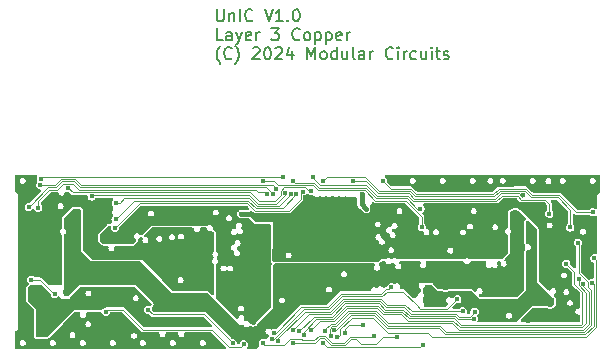
<source format=gbr>
%TF.GenerationSoftware,KiCad,Pcbnew,8.0.1-8.0.1-1~ubuntu22.04.1*%
%TF.CreationDate,2024-05-05T11:37:54-07:00*%
%TF.ProjectId,unic_gw1,756e6963-5f67-4773-912e-6b696361645f,1.0*%
%TF.SameCoordinates,Original*%
%TF.FileFunction,Copper,L3,Inr*%
%TF.FilePolarity,Positive*%
%FSLAX46Y46*%
G04 Gerber Fmt 4.6, Leading zero omitted, Abs format (unit mm)*
G04 Created by KiCad (PCBNEW 8.0.1-8.0.1-1~ubuntu22.04.1) date 2024-05-05 11:37:54*
%MOMM*%
%LPD*%
G01*
G04 APERTURE LIST*
%ADD10C,0.150000*%
%TA.AperFunction,NonConductor*%
%ADD11C,0.150000*%
%TD*%
%TA.AperFunction,ComponentPad*%
%ADD12C,0.400000*%
%TD*%
%TA.AperFunction,ViaPad*%
%ADD13C,0.400000*%
%TD*%
%TA.AperFunction,Conductor*%
%ADD14C,0.200000*%
%TD*%
%TA.AperFunction,Conductor*%
%ADD15C,0.220000*%
%TD*%
%TA.AperFunction,Conductor*%
%ADD16C,0.100000*%
%TD*%
%TA.AperFunction,Conductor*%
%ADD17C,0.400000*%
%TD*%
G04 APERTURE END LIST*
D10*
D11*
X55609279Y-41319931D02*
X55609279Y-42129454D01*
X55609279Y-42129454D02*
X55656898Y-42224692D01*
X55656898Y-42224692D02*
X55704517Y-42272312D01*
X55704517Y-42272312D02*
X55799755Y-42319931D01*
X55799755Y-42319931D02*
X55990231Y-42319931D01*
X55990231Y-42319931D02*
X56085469Y-42272312D01*
X56085469Y-42272312D02*
X56133088Y-42224692D01*
X56133088Y-42224692D02*
X56180707Y-42129454D01*
X56180707Y-42129454D02*
X56180707Y-41319931D01*
X56656898Y-41653264D02*
X56656898Y-42319931D01*
X56656898Y-41748502D02*
X56704517Y-41700883D01*
X56704517Y-41700883D02*
X56799755Y-41653264D01*
X56799755Y-41653264D02*
X56942612Y-41653264D01*
X56942612Y-41653264D02*
X57037850Y-41700883D01*
X57037850Y-41700883D02*
X57085469Y-41796121D01*
X57085469Y-41796121D02*
X57085469Y-42319931D01*
X57561660Y-42319931D02*
X57561660Y-41319931D01*
X58609278Y-42224692D02*
X58561659Y-42272312D01*
X58561659Y-42272312D02*
X58418802Y-42319931D01*
X58418802Y-42319931D02*
X58323564Y-42319931D01*
X58323564Y-42319931D02*
X58180707Y-42272312D01*
X58180707Y-42272312D02*
X58085469Y-42177073D01*
X58085469Y-42177073D02*
X58037850Y-42081835D01*
X58037850Y-42081835D02*
X57990231Y-41891359D01*
X57990231Y-41891359D02*
X57990231Y-41748502D01*
X57990231Y-41748502D02*
X58037850Y-41558026D01*
X58037850Y-41558026D02*
X58085469Y-41462788D01*
X58085469Y-41462788D02*
X58180707Y-41367550D01*
X58180707Y-41367550D02*
X58323564Y-41319931D01*
X58323564Y-41319931D02*
X58418802Y-41319931D01*
X58418802Y-41319931D02*
X58561659Y-41367550D01*
X58561659Y-41367550D02*
X58609278Y-41415169D01*
X59656898Y-41319931D02*
X59990231Y-42319931D01*
X59990231Y-42319931D02*
X60323564Y-41319931D01*
X61180707Y-42319931D02*
X60609279Y-42319931D01*
X60894993Y-42319931D02*
X60894993Y-41319931D01*
X60894993Y-41319931D02*
X60799755Y-41462788D01*
X60799755Y-41462788D02*
X60704517Y-41558026D01*
X60704517Y-41558026D02*
X60609279Y-41605645D01*
X61609279Y-42224692D02*
X61656898Y-42272312D01*
X61656898Y-42272312D02*
X61609279Y-42319931D01*
X61609279Y-42319931D02*
X61561660Y-42272312D01*
X61561660Y-42272312D02*
X61609279Y-42224692D01*
X61609279Y-42224692D02*
X61609279Y-42319931D01*
X62275945Y-41319931D02*
X62371183Y-41319931D01*
X62371183Y-41319931D02*
X62466421Y-41367550D01*
X62466421Y-41367550D02*
X62514040Y-41415169D01*
X62514040Y-41415169D02*
X62561659Y-41510407D01*
X62561659Y-41510407D02*
X62609278Y-41700883D01*
X62609278Y-41700883D02*
X62609278Y-41938978D01*
X62609278Y-41938978D02*
X62561659Y-42129454D01*
X62561659Y-42129454D02*
X62514040Y-42224692D01*
X62514040Y-42224692D02*
X62466421Y-42272312D01*
X62466421Y-42272312D02*
X62371183Y-42319931D01*
X62371183Y-42319931D02*
X62275945Y-42319931D01*
X62275945Y-42319931D02*
X62180707Y-42272312D01*
X62180707Y-42272312D02*
X62133088Y-42224692D01*
X62133088Y-42224692D02*
X62085469Y-42129454D01*
X62085469Y-42129454D02*
X62037850Y-41938978D01*
X62037850Y-41938978D02*
X62037850Y-41700883D01*
X62037850Y-41700883D02*
X62085469Y-41510407D01*
X62085469Y-41510407D02*
X62133088Y-41415169D01*
X62133088Y-41415169D02*
X62180707Y-41367550D01*
X62180707Y-41367550D02*
X62275945Y-41319931D01*
X56085469Y-43929875D02*
X55609279Y-43929875D01*
X55609279Y-43929875D02*
X55609279Y-42929875D01*
X56847374Y-43929875D02*
X56847374Y-43406065D01*
X56847374Y-43406065D02*
X56799755Y-43310827D01*
X56799755Y-43310827D02*
X56704517Y-43263208D01*
X56704517Y-43263208D02*
X56514041Y-43263208D01*
X56514041Y-43263208D02*
X56418803Y-43310827D01*
X56847374Y-43882256D02*
X56752136Y-43929875D01*
X56752136Y-43929875D02*
X56514041Y-43929875D01*
X56514041Y-43929875D02*
X56418803Y-43882256D01*
X56418803Y-43882256D02*
X56371184Y-43787017D01*
X56371184Y-43787017D02*
X56371184Y-43691779D01*
X56371184Y-43691779D02*
X56418803Y-43596541D01*
X56418803Y-43596541D02*
X56514041Y-43548922D01*
X56514041Y-43548922D02*
X56752136Y-43548922D01*
X56752136Y-43548922D02*
X56847374Y-43501303D01*
X57228327Y-43263208D02*
X57466422Y-43929875D01*
X57704517Y-43263208D02*
X57466422Y-43929875D01*
X57466422Y-43929875D02*
X57371184Y-44167970D01*
X57371184Y-44167970D02*
X57323565Y-44215589D01*
X57323565Y-44215589D02*
X57228327Y-44263208D01*
X58466422Y-43882256D02*
X58371184Y-43929875D01*
X58371184Y-43929875D02*
X58180708Y-43929875D01*
X58180708Y-43929875D02*
X58085470Y-43882256D01*
X58085470Y-43882256D02*
X58037851Y-43787017D01*
X58037851Y-43787017D02*
X58037851Y-43406065D01*
X58037851Y-43406065D02*
X58085470Y-43310827D01*
X58085470Y-43310827D02*
X58180708Y-43263208D01*
X58180708Y-43263208D02*
X58371184Y-43263208D01*
X58371184Y-43263208D02*
X58466422Y-43310827D01*
X58466422Y-43310827D02*
X58514041Y-43406065D01*
X58514041Y-43406065D02*
X58514041Y-43501303D01*
X58514041Y-43501303D02*
X58037851Y-43596541D01*
X58942613Y-43929875D02*
X58942613Y-43263208D01*
X58942613Y-43453684D02*
X58990232Y-43358446D01*
X58990232Y-43358446D02*
X59037851Y-43310827D01*
X59037851Y-43310827D02*
X59133089Y-43263208D01*
X59133089Y-43263208D02*
X59228327Y-43263208D01*
X60228328Y-42929875D02*
X60847375Y-42929875D01*
X60847375Y-42929875D02*
X60514042Y-43310827D01*
X60514042Y-43310827D02*
X60656899Y-43310827D01*
X60656899Y-43310827D02*
X60752137Y-43358446D01*
X60752137Y-43358446D02*
X60799756Y-43406065D01*
X60799756Y-43406065D02*
X60847375Y-43501303D01*
X60847375Y-43501303D02*
X60847375Y-43739398D01*
X60847375Y-43739398D02*
X60799756Y-43834636D01*
X60799756Y-43834636D02*
X60752137Y-43882256D01*
X60752137Y-43882256D02*
X60656899Y-43929875D01*
X60656899Y-43929875D02*
X60371185Y-43929875D01*
X60371185Y-43929875D02*
X60275947Y-43882256D01*
X60275947Y-43882256D02*
X60228328Y-43834636D01*
X62609280Y-43834636D02*
X62561661Y-43882256D01*
X62561661Y-43882256D02*
X62418804Y-43929875D01*
X62418804Y-43929875D02*
X62323566Y-43929875D01*
X62323566Y-43929875D02*
X62180709Y-43882256D01*
X62180709Y-43882256D02*
X62085471Y-43787017D01*
X62085471Y-43787017D02*
X62037852Y-43691779D01*
X62037852Y-43691779D02*
X61990233Y-43501303D01*
X61990233Y-43501303D02*
X61990233Y-43358446D01*
X61990233Y-43358446D02*
X62037852Y-43167970D01*
X62037852Y-43167970D02*
X62085471Y-43072732D01*
X62085471Y-43072732D02*
X62180709Y-42977494D01*
X62180709Y-42977494D02*
X62323566Y-42929875D01*
X62323566Y-42929875D02*
X62418804Y-42929875D01*
X62418804Y-42929875D02*
X62561661Y-42977494D01*
X62561661Y-42977494D02*
X62609280Y-43025113D01*
X63180709Y-43929875D02*
X63085471Y-43882256D01*
X63085471Y-43882256D02*
X63037852Y-43834636D01*
X63037852Y-43834636D02*
X62990233Y-43739398D01*
X62990233Y-43739398D02*
X62990233Y-43453684D01*
X62990233Y-43453684D02*
X63037852Y-43358446D01*
X63037852Y-43358446D02*
X63085471Y-43310827D01*
X63085471Y-43310827D02*
X63180709Y-43263208D01*
X63180709Y-43263208D02*
X63323566Y-43263208D01*
X63323566Y-43263208D02*
X63418804Y-43310827D01*
X63418804Y-43310827D02*
X63466423Y-43358446D01*
X63466423Y-43358446D02*
X63514042Y-43453684D01*
X63514042Y-43453684D02*
X63514042Y-43739398D01*
X63514042Y-43739398D02*
X63466423Y-43834636D01*
X63466423Y-43834636D02*
X63418804Y-43882256D01*
X63418804Y-43882256D02*
X63323566Y-43929875D01*
X63323566Y-43929875D02*
X63180709Y-43929875D01*
X63942614Y-43263208D02*
X63942614Y-44263208D01*
X63942614Y-43310827D02*
X64037852Y-43263208D01*
X64037852Y-43263208D02*
X64228328Y-43263208D01*
X64228328Y-43263208D02*
X64323566Y-43310827D01*
X64323566Y-43310827D02*
X64371185Y-43358446D01*
X64371185Y-43358446D02*
X64418804Y-43453684D01*
X64418804Y-43453684D02*
X64418804Y-43739398D01*
X64418804Y-43739398D02*
X64371185Y-43834636D01*
X64371185Y-43834636D02*
X64323566Y-43882256D01*
X64323566Y-43882256D02*
X64228328Y-43929875D01*
X64228328Y-43929875D02*
X64037852Y-43929875D01*
X64037852Y-43929875D02*
X63942614Y-43882256D01*
X64847376Y-43263208D02*
X64847376Y-44263208D01*
X64847376Y-43310827D02*
X64942614Y-43263208D01*
X64942614Y-43263208D02*
X65133090Y-43263208D01*
X65133090Y-43263208D02*
X65228328Y-43310827D01*
X65228328Y-43310827D02*
X65275947Y-43358446D01*
X65275947Y-43358446D02*
X65323566Y-43453684D01*
X65323566Y-43453684D02*
X65323566Y-43739398D01*
X65323566Y-43739398D02*
X65275947Y-43834636D01*
X65275947Y-43834636D02*
X65228328Y-43882256D01*
X65228328Y-43882256D02*
X65133090Y-43929875D01*
X65133090Y-43929875D02*
X64942614Y-43929875D01*
X64942614Y-43929875D02*
X64847376Y-43882256D01*
X66133090Y-43882256D02*
X66037852Y-43929875D01*
X66037852Y-43929875D02*
X65847376Y-43929875D01*
X65847376Y-43929875D02*
X65752138Y-43882256D01*
X65752138Y-43882256D02*
X65704519Y-43787017D01*
X65704519Y-43787017D02*
X65704519Y-43406065D01*
X65704519Y-43406065D02*
X65752138Y-43310827D01*
X65752138Y-43310827D02*
X65847376Y-43263208D01*
X65847376Y-43263208D02*
X66037852Y-43263208D01*
X66037852Y-43263208D02*
X66133090Y-43310827D01*
X66133090Y-43310827D02*
X66180709Y-43406065D01*
X66180709Y-43406065D02*
X66180709Y-43501303D01*
X66180709Y-43501303D02*
X65704519Y-43596541D01*
X66609281Y-43929875D02*
X66609281Y-43263208D01*
X66609281Y-43453684D02*
X66656900Y-43358446D01*
X66656900Y-43358446D02*
X66704519Y-43310827D01*
X66704519Y-43310827D02*
X66799757Y-43263208D01*
X66799757Y-43263208D02*
X66894995Y-43263208D01*
X55894993Y-45920771D02*
X55847374Y-45873152D01*
X55847374Y-45873152D02*
X55752136Y-45730295D01*
X55752136Y-45730295D02*
X55704517Y-45635057D01*
X55704517Y-45635057D02*
X55656898Y-45492200D01*
X55656898Y-45492200D02*
X55609279Y-45254104D01*
X55609279Y-45254104D02*
X55609279Y-45063628D01*
X55609279Y-45063628D02*
X55656898Y-44825533D01*
X55656898Y-44825533D02*
X55704517Y-44682676D01*
X55704517Y-44682676D02*
X55752136Y-44587438D01*
X55752136Y-44587438D02*
X55847374Y-44444580D01*
X55847374Y-44444580D02*
X55894993Y-44396961D01*
X56847374Y-45444580D02*
X56799755Y-45492200D01*
X56799755Y-45492200D02*
X56656898Y-45539819D01*
X56656898Y-45539819D02*
X56561660Y-45539819D01*
X56561660Y-45539819D02*
X56418803Y-45492200D01*
X56418803Y-45492200D02*
X56323565Y-45396961D01*
X56323565Y-45396961D02*
X56275946Y-45301723D01*
X56275946Y-45301723D02*
X56228327Y-45111247D01*
X56228327Y-45111247D02*
X56228327Y-44968390D01*
X56228327Y-44968390D02*
X56275946Y-44777914D01*
X56275946Y-44777914D02*
X56323565Y-44682676D01*
X56323565Y-44682676D02*
X56418803Y-44587438D01*
X56418803Y-44587438D02*
X56561660Y-44539819D01*
X56561660Y-44539819D02*
X56656898Y-44539819D01*
X56656898Y-44539819D02*
X56799755Y-44587438D01*
X56799755Y-44587438D02*
X56847374Y-44635057D01*
X57180708Y-45920771D02*
X57228327Y-45873152D01*
X57228327Y-45873152D02*
X57323565Y-45730295D01*
X57323565Y-45730295D02*
X57371184Y-45635057D01*
X57371184Y-45635057D02*
X57418803Y-45492200D01*
X57418803Y-45492200D02*
X57466422Y-45254104D01*
X57466422Y-45254104D02*
X57466422Y-45063628D01*
X57466422Y-45063628D02*
X57418803Y-44825533D01*
X57418803Y-44825533D02*
X57371184Y-44682676D01*
X57371184Y-44682676D02*
X57323565Y-44587438D01*
X57323565Y-44587438D02*
X57228327Y-44444580D01*
X57228327Y-44444580D02*
X57180708Y-44396961D01*
X58656899Y-44635057D02*
X58704518Y-44587438D01*
X58704518Y-44587438D02*
X58799756Y-44539819D01*
X58799756Y-44539819D02*
X59037851Y-44539819D01*
X59037851Y-44539819D02*
X59133089Y-44587438D01*
X59133089Y-44587438D02*
X59180708Y-44635057D01*
X59180708Y-44635057D02*
X59228327Y-44730295D01*
X59228327Y-44730295D02*
X59228327Y-44825533D01*
X59228327Y-44825533D02*
X59180708Y-44968390D01*
X59180708Y-44968390D02*
X58609280Y-45539819D01*
X58609280Y-45539819D02*
X59228327Y-45539819D01*
X59847375Y-44539819D02*
X59942613Y-44539819D01*
X59942613Y-44539819D02*
X60037851Y-44587438D01*
X60037851Y-44587438D02*
X60085470Y-44635057D01*
X60085470Y-44635057D02*
X60133089Y-44730295D01*
X60133089Y-44730295D02*
X60180708Y-44920771D01*
X60180708Y-44920771D02*
X60180708Y-45158866D01*
X60180708Y-45158866D02*
X60133089Y-45349342D01*
X60133089Y-45349342D02*
X60085470Y-45444580D01*
X60085470Y-45444580D02*
X60037851Y-45492200D01*
X60037851Y-45492200D02*
X59942613Y-45539819D01*
X59942613Y-45539819D02*
X59847375Y-45539819D01*
X59847375Y-45539819D02*
X59752137Y-45492200D01*
X59752137Y-45492200D02*
X59704518Y-45444580D01*
X59704518Y-45444580D02*
X59656899Y-45349342D01*
X59656899Y-45349342D02*
X59609280Y-45158866D01*
X59609280Y-45158866D02*
X59609280Y-44920771D01*
X59609280Y-44920771D02*
X59656899Y-44730295D01*
X59656899Y-44730295D02*
X59704518Y-44635057D01*
X59704518Y-44635057D02*
X59752137Y-44587438D01*
X59752137Y-44587438D02*
X59847375Y-44539819D01*
X60561661Y-44635057D02*
X60609280Y-44587438D01*
X60609280Y-44587438D02*
X60704518Y-44539819D01*
X60704518Y-44539819D02*
X60942613Y-44539819D01*
X60942613Y-44539819D02*
X61037851Y-44587438D01*
X61037851Y-44587438D02*
X61085470Y-44635057D01*
X61085470Y-44635057D02*
X61133089Y-44730295D01*
X61133089Y-44730295D02*
X61133089Y-44825533D01*
X61133089Y-44825533D02*
X61085470Y-44968390D01*
X61085470Y-44968390D02*
X60514042Y-45539819D01*
X60514042Y-45539819D02*
X61133089Y-45539819D01*
X61990232Y-44873152D02*
X61990232Y-45539819D01*
X61752137Y-44492200D02*
X61514042Y-45206485D01*
X61514042Y-45206485D02*
X62133089Y-45206485D01*
X63275947Y-45539819D02*
X63275947Y-44539819D01*
X63275947Y-44539819D02*
X63609280Y-45254104D01*
X63609280Y-45254104D02*
X63942613Y-44539819D01*
X63942613Y-44539819D02*
X63942613Y-45539819D01*
X64561661Y-45539819D02*
X64466423Y-45492200D01*
X64466423Y-45492200D02*
X64418804Y-45444580D01*
X64418804Y-45444580D02*
X64371185Y-45349342D01*
X64371185Y-45349342D02*
X64371185Y-45063628D01*
X64371185Y-45063628D02*
X64418804Y-44968390D01*
X64418804Y-44968390D02*
X64466423Y-44920771D01*
X64466423Y-44920771D02*
X64561661Y-44873152D01*
X64561661Y-44873152D02*
X64704518Y-44873152D01*
X64704518Y-44873152D02*
X64799756Y-44920771D01*
X64799756Y-44920771D02*
X64847375Y-44968390D01*
X64847375Y-44968390D02*
X64894994Y-45063628D01*
X64894994Y-45063628D02*
X64894994Y-45349342D01*
X64894994Y-45349342D02*
X64847375Y-45444580D01*
X64847375Y-45444580D02*
X64799756Y-45492200D01*
X64799756Y-45492200D02*
X64704518Y-45539819D01*
X64704518Y-45539819D02*
X64561661Y-45539819D01*
X65752137Y-45539819D02*
X65752137Y-44539819D01*
X65752137Y-45492200D02*
X65656899Y-45539819D01*
X65656899Y-45539819D02*
X65466423Y-45539819D01*
X65466423Y-45539819D02*
X65371185Y-45492200D01*
X65371185Y-45492200D02*
X65323566Y-45444580D01*
X65323566Y-45444580D02*
X65275947Y-45349342D01*
X65275947Y-45349342D02*
X65275947Y-45063628D01*
X65275947Y-45063628D02*
X65323566Y-44968390D01*
X65323566Y-44968390D02*
X65371185Y-44920771D01*
X65371185Y-44920771D02*
X65466423Y-44873152D01*
X65466423Y-44873152D02*
X65656899Y-44873152D01*
X65656899Y-44873152D02*
X65752137Y-44920771D01*
X66656899Y-44873152D02*
X66656899Y-45539819D01*
X66228328Y-44873152D02*
X66228328Y-45396961D01*
X66228328Y-45396961D02*
X66275947Y-45492200D01*
X66275947Y-45492200D02*
X66371185Y-45539819D01*
X66371185Y-45539819D02*
X66514042Y-45539819D01*
X66514042Y-45539819D02*
X66609280Y-45492200D01*
X66609280Y-45492200D02*
X66656899Y-45444580D01*
X67275947Y-45539819D02*
X67180709Y-45492200D01*
X67180709Y-45492200D02*
X67133090Y-45396961D01*
X67133090Y-45396961D02*
X67133090Y-44539819D01*
X68085471Y-45539819D02*
X68085471Y-45016009D01*
X68085471Y-45016009D02*
X68037852Y-44920771D01*
X68037852Y-44920771D02*
X67942614Y-44873152D01*
X67942614Y-44873152D02*
X67752138Y-44873152D01*
X67752138Y-44873152D02*
X67656900Y-44920771D01*
X68085471Y-45492200D02*
X67990233Y-45539819D01*
X67990233Y-45539819D02*
X67752138Y-45539819D01*
X67752138Y-45539819D02*
X67656900Y-45492200D01*
X67656900Y-45492200D02*
X67609281Y-45396961D01*
X67609281Y-45396961D02*
X67609281Y-45301723D01*
X67609281Y-45301723D02*
X67656900Y-45206485D01*
X67656900Y-45206485D02*
X67752138Y-45158866D01*
X67752138Y-45158866D02*
X67990233Y-45158866D01*
X67990233Y-45158866D02*
X68085471Y-45111247D01*
X68561662Y-45539819D02*
X68561662Y-44873152D01*
X68561662Y-45063628D02*
X68609281Y-44968390D01*
X68609281Y-44968390D02*
X68656900Y-44920771D01*
X68656900Y-44920771D02*
X68752138Y-44873152D01*
X68752138Y-44873152D02*
X68847376Y-44873152D01*
X70514043Y-45444580D02*
X70466424Y-45492200D01*
X70466424Y-45492200D02*
X70323567Y-45539819D01*
X70323567Y-45539819D02*
X70228329Y-45539819D01*
X70228329Y-45539819D02*
X70085472Y-45492200D01*
X70085472Y-45492200D02*
X69990234Y-45396961D01*
X69990234Y-45396961D02*
X69942615Y-45301723D01*
X69942615Y-45301723D02*
X69894996Y-45111247D01*
X69894996Y-45111247D02*
X69894996Y-44968390D01*
X69894996Y-44968390D02*
X69942615Y-44777914D01*
X69942615Y-44777914D02*
X69990234Y-44682676D01*
X69990234Y-44682676D02*
X70085472Y-44587438D01*
X70085472Y-44587438D02*
X70228329Y-44539819D01*
X70228329Y-44539819D02*
X70323567Y-44539819D01*
X70323567Y-44539819D02*
X70466424Y-44587438D01*
X70466424Y-44587438D02*
X70514043Y-44635057D01*
X70942615Y-45539819D02*
X70942615Y-44873152D01*
X70942615Y-44539819D02*
X70894996Y-44587438D01*
X70894996Y-44587438D02*
X70942615Y-44635057D01*
X70942615Y-44635057D02*
X70990234Y-44587438D01*
X70990234Y-44587438D02*
X70942615Y-44539819D01*
X70942615Y-44539819D02*
X70942615Y-44635057D01*
X71418805Y-45539819D02*
X71418805Y-44873152D01*
X71418805Y-45063628D02*
X71466424Y-44968390D01*
X71466424Y-44968390D02*
X71514043Y-44920771D01*
X71514043Y-44920771D02*
X71609281Y-44873152D01*
X71609281Y-44873152D02*
X71704519Y-44873152D01*
X72466424Y-45492200D02*
X72371186Y-45539819D01*
X72371186Y-45539819D02*
X72180710Y-45539819D01*
X72180710Y-45539819D02*
X72085472Y-45492200D01*
X72085472Y-45492200D02*
X72037853Y-45444580D01*
X72037853Y-45444580D02*
X71990234Y-45349342D01*
X71990234Y-45349342D02*
X71990234Y-45063628D01*
X71990234Y-45063628D02*
X72037853Y-44968390D01*
X72037853Y-44968390D02*
X72085472Y-44920771D01*
X72085472Y-44920771D02*
X72180710Y-44873152D01*
X72180710Y-44873152D02*
X72371186Y-44873152D01*
X72371186Y-44873152D02*
X72466424Y-44920771D01*
X73323567Y-44873152D02*
X73323567Y-45539819D01*
X72894996Y-44873152D02*
X72894996Y-45396961D01*
X72894996Y-45396961D02*
X72942615Y-45492200D01*
X72942615Y-45492200D02*
X73037853Y-45539819D01*
X73037853Y-45539819D02*
X73180710Y-45539819D01*
X73180710Y-45539819D02*
X73275948Y-45492200D01*
X73275948Y-45492200D02*
X73323567Y-45444580D01*
X73799758Y-45539819D02*
X73799758Y-44873152D01*
X73799758Y-44539819D02*
X73752139Y-44587438D01*
X73752139Y-44587438D02*
X73799758Y-44635057D01*
X73799758Y-44635057D02*
X73847377Y-44587438D01*
X73847377Y-44587438D02*
X73799758Y-44539819D01*
X73799758Y-44539819D02*
X73799758Y-44635057D01*
X74133091Y-44873152D02*
X74514043Y-44873152D01*
X74275948Y-44539819D02*
X74275948Y-45396961D01*
X74275948Y-45396961D02*
X74323567Y-45492200D01*
X74323567Y-45492200D02*
X74418805Y-45539819D01*
X74418805Y-45539819D02*
X74514043Y-45539819D01*
X74799758Y-45492200D02*
X74894996Y-45539819D01*
X74894996Y-45539819D02*
X75085472Y-45539819D01*
X75085472Y-45539819D02*
X75180710Y-45492200D01*
X75180710Y-45492200D02*
X75228329Y-45396961D01*
X75228329Y-45396961D02*
X75228329Y-45349342D01*
X75228329Y-45349342D02*
X75180710Y-45254104D01*
X75180710Y-45254104D02*
X75085472Y-45206485D01*
X75085472Y-45206485D02*
X74942615Y-45206485D01*
X74942615Y-45206485D02*
X74847377Y-45158866D01*
X74847377Y-45158866D02*
X74799758Y-45063628D01*
X74799758Y-45063628D02*
X74799758Y-45016009D01*
X74799758Y-45016009D02*
X74847377Y-44920771D01*
X74847377Y-44920771D02*
X74942615Y-44873152D01*
X74942615Y-44873152D02*
X75085472Y-44873152D01*
X75085472Y-44873152D02*
X75180710Y-44920771D01*
D12*
%TO.N,/PIN8*%
%TO.C,SOCKET1*%
X56952500Y-69570000D03*
%TO.N,/PIN9*%
X59492500Y-69570000D03*
%TO.N,/PIN10*%
X62032500Y-69570000D03*
%TO.N,/PIN11*%
X64572500Y-69570000D03*
%TO.N,/PIN28*%
X69652500Y-55830000D03*
%TO.N,/PIN29*%
X67112500Y-55830000D03*
%TO.N,/PIN30*%
X64572500Y-55830000D03*
%TO.N,/PIN31*%
X62032500Y-55830000D03*
%TO.N,/PIN32*%
X59492500Y-55830000D03*
%TD*%
D13*
%TO.N,GND*%
X68247500Y-58230000D03*
X67854103Y-56990871D03*
%TO.N,/PIN1*%
X39877500Y-64200000D03*
X41877500Y-65399500D03*
%TO.N,LINE*%
X74957500Y-64930000D03*
X80877500Y-58450000D03*
X86617500Y-56080000D03*
X43577500Y-58360500D03*
X78977500Y-56350000D03*
X80357500Y-65130000D03*
X42736123Y-65227931D03*
X73647500Y-56120000D03*
X46030500Y-63462000D03*
X81027500Y-55860000D03*
X50373202Y-66745702D03*
%TO.N,+5V*%
X73307500Y-65110000D03*
X47052002Y-66330000D03*
X82377500Y-60150000D03*
X79122106Y-67602229D03*
X54457500Y-67840500D03*
X83812002Y-66320000D03*
X41177500Y-65450000D03*
X40727500Y-68850000D03*
X40438591Y-64911091D03*
%TO.N,/PIN8*%
X49777500Y-66755775D03*
%TO.N,/PIN9*%
X68903392Y-69009989D03*
%TO.N,/PIN10*%
X70895627Y-69037605D03*
%TO.N,/PIN11*%
X73037500Y-69730000D03*
%TO.N,/PIN28*%
X87417500Y-58500000D03*
%TO.N,/PIN29*%
X81552312Y-57081006D03*
%TO.N,/PIN30*%
X85522500Y-59785000D03*
%TO.N,/PIN31*%
X72847500Y-58200000D03*
%TO.N,/PIN32*%
X72952500Y-59755000D03*
%TO.N,/DONE*%
X63599717Y-56697949D03*
X43007500Y-56429989D03*
%TO.N,+3V3*%
X68977500Y-62473922D03*
X70297500Y-58100000D03*
X53127500Y-60100000D03*
X79877500Y-61550000D03*
X54077500Y-64960000D03*
X39577500Y-62050000D03*
X39287500Y-67390000D03*
X39259634Y-60447866D03*
X57677000Y-58650500D03*
X63102500Y-57200000D03*
X73077500Y-62050000D03*
X45727500Y-68850000D03*
X53637500Y-68850000D03*
X45477500Y-58350000D03*
X86577500Y-61950000D03*
X46734826Y-67107325D03*
X45014500Y-58636000D03*
X83317500Y-66840000D03*
X82907500Y-58320000D03*
X76331055Y-58303555D03*
X40327500Y-56820000D03*
X81927500Y-67682411D03*
X76477500Y-61650000D03*
%TO.N,+1V2*%
X46306238Y-60621262D03*
X58707500Y-67830000D03*
X58078065Y-58136297D03*
%TO.N,/SPI_MOSI_IO0*%
X65508765Y-68484155D03*
X87348000Y-64500000D03*
%TO.N,/PIN7_F*%
X46218439Y-66909061D03*
X57887500Y-69685000D03*
%TO.N,/PIN12_F*%
X60242000Y-69270000D03*
X75957500Y-65869980D03*
%TO.N,/PIN14_F*%
X68019530Y-68089500D03*
X66475813Y-68720016D03*
%TO.N,/PIN16_F*%
X62564422Y-68560706D03*
X77357500Y-67520000D03*
%TO.N,/PIN17_F*%
X62067500Y-68510000D03*
X77422500Y-66925000D03*
%TO.N,/PIN18_F*%
X60808874Y-69367179D03*
X76417500Y-66900000D03*
%TO.N,/PIN19_F*%
X70377500Y-64850000D03*
X60462155Y-68724655D03*
%TO.N,/PIN28_F*%
X63767500Y-55530000D03*
X83747500Y-58620000D03*
%TO.N,/PIN33_F*%
X62896177Y-56745100D03*
X46977500Y-59820000D03*
%TO.N,/PIN34_F*%
X62349489Y-56985000D03*
X47032500Y-59075000D03*
%TO.N,/PIN35_F*%
X61849986Y-56985000D03*
X47042002Y-57720000D03*
%TO.N,/PIN36_F*%
X61357500Y-56860000D03*
X45017000Y-57165172D03*
%TO.N,/PIN37_F*%
X59853497Y-56985000D03*
X40477500Y-58125500D03*
%TO.N,/PIN38_F*%
X40630884Y-56203384D03*
X60641280Y-56499731D03*
%TO.N,/PIN39_F*%
X40717500Y-55670000D03*
X61197500Y-55530000D03*
%TO.N,/PIN40_F*%
X60353000Y-56985000D03*
X39677500Y-58058762D03*
%TO.N,/SPI_CLK*%
X64797500Y-68520500D03*
X86647500Y-64540000D03*
%TO.N,/SPI_IO2*%
X85177500Y-62850000D03*
X62946176Y-68882834D03*
%TO.N,/SPI_IO3*%
X86227500Y-64190500D03*
X63562342Y-68504168D03*
%TO.N,/FLASH_CS_N*%
X86177500Y-61095000D03*
X65312044Y-68943288D03*
%TO.N,/SPI_MISO_IO1*%
X65784259Y-69106124D03*
X87537500Y-62390000D03*
%TD*%
D14*
%TO.N,LINE*%
X79157500Y-56170000D02*
X79187500Y-56200000D01*
D15*
X79187500Y-56200000D02*
X80687500Y-56200000D01*
D14*
X80687500Y-56200000D02*
X80717500Y-56170000D01*
D16*
X78977500Y-56350000D02*
X79157500Y-56170000D01*
X80717500Y-56170000D02*
X81027500Y-55860000D01*
X81027500Y-55860000D02*
X81377500Y-56210000D01*
X81377500Y-56210000D02*
X86487500Y-56210000D01*
X86487500Y-56210000D02*
X86597979Y-56099521D01*
X73647500Y-56120000D02*
X73857500Y-56330000D01*
X73857500Y-56330000D02*
X78957500Y-56330000D01*
X78957500Y-56330000D02*
X78977500Y-56350000D01*
D17*
%TO.N,GND*%
X67854103Y-56990871D02*
X67854103Y-57836603D01*
X67854103Y-57836603D02*
X68247500Y-58230000D01*
D16*
%TO.N,/PIN1*%
X39877500Y-64200000D02*
X40627500Y-64200000D01*
X40627500Y-64200000D02*
X41827000Y-65399500D01*
X41827000Y-65399500D02*
X41877500Y-65399500D01*
%TO.N,/PIN8*%
X49777500Y-66755775D02*
X50171725Y-67150000D01*
X54532500Y-67150000D02*
X56952500Y-69570000D01*
X50171725Y-67150000D02*
X54532500Y-67150000D01*
%TO.N,/PIN9*%
X62747989Y-69220489D02*
X61766795Y-69220489D01*
X66383760Y-69543740D02*
X65322688Y-69543740D01*
X61270594Y-69716690D02*
X59639190Y-69716690D01*
X68903392Y-69009989D02*
X68853381Y-69060000D01*
X64769428Y-68990480D02*
X64227021Y-68990480D01*
X68853381Y-69060000D02*
X66867500Y-69060000D01*
X64227021Y-68990480D02*
X63873124Y-69344376D01*
X61766795Y-69220489D02*
X61270594Y-69716690D01*
X65322688Y-69543740D02*
X64769428Y-68990480D01*
X63873124Y-69344376D02*
X62871876Y-69344376D01*
X62871876Y-69344376D02*
X62747989Y-69220489D01*
X59639190Y-69716690D02*
X59492500Y-69570000D01*
X66867500Y-69060000D02*
X66383760Y-69543740D01*
%TO.N,/PIN10*%
X67827500Y-69670000D02*
X67417020Y-69259520D01*
X69067500Y-69670000D02*
X67827500Y-69670000D01*
X65240043Y-69743259D02*
X64686784Y-69190000D01*
X64309664Y-69190000D02*
X63929664Y-69570000D01*
X69699895Y-69037605D02*
X69067500Y-69670000D01*
X64686784Y-69190000D02*
X64309664Y-69190000D01*
X66977980Y-69259520D02*
X66494241Y-69743259D01*
X70895627Y-69037605D02*
X69699895Y-69037605D01*
X67417020Y-69259520D02*
X66977980Y-69259520D01*
X63929664Y-69570000D02*
X62032500Y-69570000D01*
X66494241Y-69743259D02*
X65240043Y-69743259D01*
%TO.N,/PIN11*%
X64572500Y-69570000D02*
X64945278Y-69942778D01*
X73037500Y-69730000D02*
X72824722Y-69942778D01*
X64945278Y-69942778D02*
X72824722Y-69942778D01*
%TO.N,/PIN28*%
X86027500Y-58500000D02*
X84558506Y-57031006D01*
X79468973Y-56510000D02*
X79028974Y-56950000D01*
X79028974Y-56950000D02*
X72443184Y-56950000D01*
X82280129Y-57031006D02*
X81759123Y-56510000D01*
X81759123Y-56510000D02*
X79468973Y-56510000D01*
X84558506Y-57031006D02*
X82280129Y-57031006D01*
X72003184Y-56510000D02*
X70332500Y-56510000D01*
X70332500Y-56510000D02*
X69652500Y-55830000D01*
X87417500Y-58500000D02*
X86027500Y-58500000D01*
X72443184Y-56950000D02*
X72003184Y-56510000D01*
%TO.N,/PIN29*%
X79194658Y-57350000D02*
X72277500Y-57350000D01*
X69284658Y-56910000D02*
X68204658Y-55830000D01*
X71837500Y-56910000D02*
X69284658Y-56910000D01*
X72277500Y-57350000D02*
X71837500Y-56910000D01*
X79634658Y-56910000D02*
X79194658Y-57350000D01*
X68204658Y-55830000D02*
X67112500Y-55830000D01*
X81160342Y-56910000D02*
X79634658Y-56910000D01*
X81441830Y-57191488D02*
X81160342Y-56910000D01*
X81552312Y-57081006D02*
X81441830Y-57191488D01*
%TO.N,/PIN30*%
X69367500Y-56710000D02*
X71920342Y-56710000D01*
X64922500Y-55480000D02*
X68137500Y-55480000D01*
X72360342Y-57150000D02*
X79111816Y-57150000D01*
X71920342Y-56710000D02*
X72360342Y-57150000D01*
X82197287Y-57231006D02*
X84458506Y-57231006D01*
X79111816Y-57150000D02*
X79551816Y-56710000D01*
X64572500Y-55830000D02*
X64922500Y-55480000D01*
X68137500Y-55480000D02*
X69367500Y-56710000D01*
X79551816Y-56710000D02*
X81676281Y-56710000D01*
X85522500Y-58295000D02*
X85522500Y-59785000D01*
X84458506Y-57231006D02*
X85522500Y-58295000D01*
X81676281Y-56710000D02*
X82197287Y-57231006D01*
%TO.N,/PIN31*%
X63849664Y-55990000D02*
X64280144Y-56420480D01*
X62192500Y-55990000D02*
X63849664Y-55990000D01*
X64280144Y-56420480D02*
X68229454Y-56420480D01*
X68229454Y-56420480D02*
X69118974Y-57310000D01*
X71670342Y-57310000D02*
X72560342Y-58200000D01*
X62032500Y-55830000D02*
X62192500Y-55990000D01*
X69118974Y-57310000D02*
X71670342Y-57310000D01*
X72560342Y-58200000D02*
X72847500Y-58200000D01*
%TO.N,/PIN32*%
X63772600Y-56195100D02*
X60812600Y-56195100D01*
X68146132Y-56620000D02*
X64197500Y-56620000D01*
X69036132Y-57510000D02*
X68146132Y-56620000D01*
X60812600Y-56195100D02*
X60447500Y-55830000D01*
X71587500Y-57510000D02*
X69036132Y-57510000D01*
X64197500Y-56620000D02*
X63772600Y-56195100D01*
X60447500Y-55830000D02*
X59492500Y-55830000D01*
X72952500Y-58875000D02*
X72952500Y-59755000D01*
X72952500Y-58875000D02*
X71587500Y-57510000D01*
%TO.N,/DONE*%
X63599717Y-56697949D02*
X63411702Y-56697949D01*
X59148075Y-57561920D02*
X58401828Y-56815672D01*
X63108853Y-56395100D02*
X61327425Y-56395100D01*
X43393183Y-56815672D02*
X43007500Y-56429989D01*
X61007500Y-56715025D02*
X61007500Y-57077158D01*
X61007500Y-57077158D02*
X60522738Y-57561920D01*
X58401828Y-56815672D02*
X43393183Y-56815672D01*
X60522738Y-57561920D02*
X59148075Y-57561920D01*
X63411702Y-56697949D02*
X63108853Y-56395100D01*
X61327425Y-56395100D02*
X61007500Y-56715025D01*
D17*
%TO.N,+3V3*%
X57677000Y-58650500D02*
X58578000Y-58650500D01*
D16*
%TO.N,+1V2*%
X58074362Y-58140000D02*
X58078065Y-58136297D01*
%TO.N,/SPI_MOSI_IO0*%
X74427989Y-68330489D02*
X74927491Y-68829991D01*
X65671181Y-68484155D02*
X66934855Y-67220481D01*
X86795345Y-68829991D02*
X87496418Y-68128918D01*
X74927491Y-68829991D02*
X86795345Y-68829991D01*
X65508765Y-68484155D02*
X65671181Y-68484155D01*
X87496418Y-64608918D02*
X87387500Y-64500000D01*
X87387500Y-64500000D02*
X87348000Y-64500000D01*
X87496418Y-68128918D02*
X87496418Y-64608918D01*
X66934855Y-67220481D02*
X68880144Y-67220481D01*
X69990153Y-68330489D02*
X74427989Y-68330489D01*
X68880144Y-67220481D02*
X69990153Y-68330489D01*
%TO.N,/PIN7_F*%
X55187989Y-68440489D02*
X49367989Y-68440489D01*
X47684825Y-66757325D02*
X46370175Y-66757325D01*
X46370175Y-66757325D02*
X46218439Y-66909061D01*
X49367989Y-68440489D02*
X47684825Y-66757325D01*
X56667011Y-69919511D02*
X55187989Y-68440489D01*
X57887500Y-69685000D02*
X57652989Y-69919511D01*
X57652989Y-69919511D02*
X56667011Y-69919511D01*
%TO.N,/PIN12_F*%
X69987011Y-65240489D02*
X69617500Y-65610000D01*
X72537500Y-66370000D02*
X71407989Y-65240489D01*
X72537500Y-66394975D02*
X72537500Y-66370000D01*
X75087500Y-66693370D02*
X72835895Y-66693370D01*
X72835895Y-66693370D02*
X72537500Y-66394975D01*
X71407989Y-65240489D02*
X69987011Y-65240489D01*
X65067661Y-66734155D02*
X62946923Y-66734155D01*
X60411078Y-69270000D02*
X60242000Y-69270000D01*
X62946923Y-66734155D02*
X60411078Y-69270000D01*
X69617500Y-65610000D02*
X66191816Y-65610000D01*
X66191816Y-65610000D02*
X65067661Y-66734155D01*
X75957500Y-65869980D02*
X75910890Y-65869980D01*
X75910890Y-65869980D02*
X75087500Y-66693370D01*
%TO.N,/PIN14_F*%
X66768000Y-68089500D02*
X66475813Y-68381687D01*
X68019530Y-68089500D02*
X66768000Y-68089500D01*
X66475813Y-68381687D02*
X66475813Y-68720016D01*
%TO.N,/PIN16_F*%
X69341826Y-66210000D02*
X69871826Y-66740000D01*
X66457500Y-66210000D02*
X69341826Y-66210000D01*
X65333345Y-67334155D02*
X66457500Y-66210000D01*
X63790973Y-67334155D02*
X65333345Y-67334155D01*
X71407500Y-66740000D02*
X71959429Y-67291929D01*
X76023041Y-67530000D02*
X77347500Y-67530000D01*
X62564422Y-68560706D02*
X63790973Y-67334155D01*
X71959429Y-67291929D02*
X75784973Y-67291932D01*
X75784973Y-67291932D02*
X76023041Y-67530000D01*
X77347500Y-67530000D02*
X77357500Y-67520000D01*
X69871826Y-66740000D02*
X71407500Y-66740000D01*
%TO.N,/PIN17_F*%
X75867614Y-67092409D02*
X72042073Y-67092409D01*
X69953989Y-66540000D02*
X69423989Y-66010000D01*
X66357500Y-66010000D02*
X65233345Y-67134155D01*
X69423989Y-66010000D02*
X66357500Y-66010000D01*
X72042073Y-67092409D02*
X71489664Y-66540000D01*
X77422500Y-66925000D02*
X77017020Y-67330480D01*
X71489664Y-66540000D02*
X69953989Y-66540000D01*
X65233345Y-67134155D02*
X63443345Y-67134155D01*
X76105685Y-67330480D02*
X75867614Y-67092409D01*
X63443345Y-67134155D02*
X62067500Y-68510000D01*
X77017020Y-67330480D02*
X76105685Y-67330480D01*
%TO.N,/PIN18_F*%
X69506151Y-65810000D02*
X70036151Y-66340000D01*
X76410390Y-66892890D02*
X76417500Y-66900000D01*
X66274657Y-65810000D02*
X69506151Y-65810000D01*
X60808874Y-69367179D02*
X60808874Y-69189151D01*
X72125396Y-66892890D02*
X76410390Y-66892890D01*
X63063870Y-66934155D02*
X65150503Y-66934155D01*
X60808874Y-69189151D02*
X63063870Y-66934155D01*
X71572506Y-66340000D02*
X72125396Y-66892890D01*
X65150503Y-66934155D02*
X66274657Y-65810000D01*
X70036151Y-66340000D02*
X71572506Y-66340000D01*
%TO.N,/PIN19_F*%
X66107500Y-65410000D02*
X64983345Y-66534155D01*
X64983345Y-66534155D02*
X62771655Y-66534155D01*
X62771655Y-66534155D02*
X62769642Y-66532142D01*
X62769642Y-66532142D02*
X60577129Y-68724655D01*
X60577129Y-68724655D02*
X60462155Y-68724655D01*
X70377500Y-64850000D02*
X70187011Y-65040489D01*
X69904169Y-65040489D02*
X69534658Y-65410000D01*
X70187011Y-65040489D02*
X69904169Y-65040489D01*
X69534658Y-65410000D02*
X66107500Y-65410000D01*
%TO.N,/PIN28_F*%
X63767500Y-55625672D02*
X63767500Y-55530000D01*
X81077500Y-57110000D02*
X79717500Y-57110000D01*
X69201816Y-57110000D02*
X68274652Y-56182836D01*
X64324664Y-56182836D02*
X63767500Y-55625672D01*
X83747500Y-57780000D02*
X83398506Y-57431006D01*
X83747500Y-58620000D02*
X83747500Y-57780000D01*
X72193184Y-57550000D02*
X71753184Y-57110000D01*
X79277500Y-57550000D02*
X72193184Y-57550000D01*
X71753184Y-57110000D02*
X69201816Y-57110000D01*
X83398506Y-57431006D02*
X81398506Y-57431006D01*
X79717500Y-57110000D02*
X79277500Y-57550000D01*
X81398506Y-57431006D02*
X81077500Y-57110000D01*
X68274652Y-56182836D02*
X64324664Y-56182836D01*
%TO.N,/PIN33_F*%
X58817500Y-58360000D02*
X58187500Y-57730000D01*
X49067500Y-57730000D02*
X46977500Y-59820000D01*
X62896177Y-56745100D02*
X62698989Y-56942288D01*
X62698989Y-57388511D02*
X61727500Y-58360000D01*
X61727500Y-58360000D02*
X58817500Y-58360000D01*
X58187500Y-57730000D02*
X49067500Y-57730000D01*
X62698989Y-56942288D02*
X62698989Y-57388511D01*
%TO.N,/PIN34_F*%
X62344270Y-56985000D02*
X61168790Y-58160480D01*
X61168790Y-58160480D02*
X58900144Y-58160480D01*
X58900144Y-58160480D02*
X58270143Y-57530480D01*
X58270143Y-57530480D02*
X48577020Y-57530480D01*
X62349489Y-56985000D02*
X62344270Y-56985000D01*
X48577020Y-57530480D02*
X47032500Y-59075000D01*
%TO.N,/PIN35_F*%
X58982788Y-57960960D02*
X60874026Y-57960960D01*
X47042002Y-57720000D02*
X47387500Y-57720000D01*
X47387500Y-57720000D02*
X47776539Y-57330961D01*
X58352788Y-57330961D02*
X58982788Y-57960960D01*
X47776539Y-57330961D02*
X58352788Y-57330961D01*
X60874026Y-57960960D02*
X61849986Y-56985000D01*
%TO.N,/PIN36_F*%
X45122172Y-57060000D02*
X58363992Y-57060000D01*
X60606060Y-57761440D02*
X61357500Y-57010000D01*
X58363992Y-57060000D02*
X59065432Y-57761440D01*
X45017000Y-57165172D02*
X45122172Y-57060000D01*
X61357500Y-57010000D02*
X61357500Y-56860000D01*
X59065432Y-57761440D02*
X60606060Y-57761440D01*
%TO.N,/PIN37_F*%
X58921764Y-56600000D02*
X59099808Y-56778044D01*
X41437019Y-56600481D02*
X42039862Y-56600481D01*
X59646541Y-56778044D02*
X59853497Y-56985000D01*
X59099808Y-56778044D02*
X59646541Y-56778044D01*
X42039862Y-56600481D02*
X42559853Y-56080489D01*
X42559853Y-56080489D02*
X43415147Y-56080489D01*
X40477500Y-58125500D02*
X40477500Y-57560000D01*
X58921283Y-56600481D02*
X58921764Y-56600000D01*
X40477500Y-57560000D02*
X41437019Y-56600481D01*
X43935139Y-56600481D02*
X58921283Y-56600481D01*
X43415147Y-56080489D02*
X43935139Y-56600481D01*
%TO.N,/PIN38_F*%
X43587029Y-55680489D02*
X42387011Y-55680489D01*
X60641280Y-56499731D02*
X60342509Y-56200960D01*
X41866540Y-56200960D02*
X40633308Y-56200960D01*
X42387011Y-55680489D02*
X41866540Y-56200960D01*
X44107500Y-56200960D02*
X43587029Y-55680489D01*
X40633308Y-56200960D02*
X40630884Y-56203384D01*
X60342509Y-56200960D02*
X44107500Y-56200960D01*
%TO.N,/PIN39_F*%
X61197500Y-55530000D02*
X61147989Y-55480489D01*
X40907011Y-55480489D02*
X40717500Y-55670000D01*
X61147989Y-55480489D02*
X40907011Y-55480489D01*
%TO.N,/PIN40_F*%
X59768481Y-56400481D02*
X60353000Y-56985000D01*
X41957019Y-56400481D02*
X42477011Y-55880489D01*
X43497989Y-55880489D02*
X44017981Y-56400481D01*
X44017981Y-56400481D02*
X59768481Y-56400481D01*
X41335781Y-56400481D02*
X41957019Y-56400481D01*
X39677500Y-58058762D02*
X41335781Y-56400481D01*
X42477011Y-55880489D02*
X43497989Y-55880489D01*
%TO.N,/SPI_CLK*%
X65600503Y-67934155D02*
X66713696Y-66820962D01*
X70114479Y-67890489D02*
X75537038Y-67890489D01*
X65280948Y-67934155D02*
X65600503Y-67934155D01*
X75537038Y-67890489D02*
X76077500Y-68430951D01*
X86647500Y-64770000D02*
X86647500Y-64540000D01*
X76077500Y-68430951D02*
X86630057Y-68430951D01*
X87097378Y-65219878D02*
X86647500Y-64770000D01*
X66713696Y-66820962D02*
X69044951Y-66820962D01*
X87097378Y-67963630D02*
X87097378Y-65219878D01*
X64797500Y-68520500D02*
X64797500Y-68417603D01*
X64797500Y-68417603D02*
X65280948Y-67934155D01*
X86630057Y-68430951D02*
X87097378Y-67963630D01*
X69044951Y-66820962D02*
X70114479Y-67890489D01*
%TO.N,/SPI_IO2*%
X85177500Y-62850000D02*
X85877989Y-63550489D01*
X76242788Y-68031911D02*
X75702328Y-67491451D01*
X62946176Y-68626050D02*
X62946176Y-68882834D01*
X65434819Y-67534155D02*
X64038071Y-67534155D01*
X86560336Y-65247163D02*
X86560336Y-67936344D01*
X71299663Y-66940000D02*
X69789663Y-66940000D01*
X75702328Y-67491451D02*
X71851112Y-67491449D01*
X86464769Y-68031911D02*
X76242788Y-68031911D01*
X85877989Y-64564816D02*
X86560336Y-65247163D01*
X69259663Y-66410000D02*
X66558974Y-66410000D01*
X69789663Y-66940000D02*
X69259663Y-66410000D01*
X85877989Y-63550489D02*
X85877989Y-64564816D01*
X86560336Y-67936344D02*
X86464769Y-68031911D01*
X64038071Y-67534155D02*
X62946176Y-68626050D01*
X71851112Y-67491449D02*
X71299663Y-66940000D01*
X66558974Y-66410000D02*
X65434819Y-67534155D01*
%TO.N,/SPI_IO3*%
X86547413Y-68231431D02*
X86897858Y-67880986D01*
X86227500Y-64632164D02*
X86227500Y-64190500D01*
X64332355Y-67734155D02*
X65517661Y-67734155D01*
X63562342Y-68504168D02*
X64332355Y-67734155D01*
X71217500Y-67140000D02*
X71768469Y-67690969D01*
X69188462Y-66620962D02*
X69707500Y-67140000D01*
X86897858Y-67880986D02*
X86897858Y-65302522D01*
X65517661Y-67734155D02*
X66630854Y-66620962D01*
X71768469Y-67690969D02*
X75619683Y-67690970D01*
X69707500Y-67140000D02*
X71217500Y-67140000D01*
X75619683Y-67690970D02*
X76160144Y-68231431D01*
X86897858Y-65302522D02*
X86227500Y-64632164D01*
X76160144Y-68231431D02*
X86547413Y-68231431D01*
X66630854Y-66620962D02*
X69188462Y-66620962D01*
%TO.N,/FLASH_CS_N*%
X86997011Y-64809511D02*
X87296898Y-65109398D01*
X86227500Y-63625716D02*
X86997011Y-64395227D01*
X65147011Y-68350934D02*
X65147011Y-68778255D01*
X65683345Y-68134155D02*
X65363790Y-68134155D01*
X65363790Y-68134155D02*
X65147011Y-68350934D01*
X68962789Y-67020962D02*
X66796538Y-67020962D01*
X86997011Y-64395227D02*
X86997011Y-64809511D01*
X87296898Y-65109398D02*
X87296898Y-68046274D01*
X74510632Y-68130969D02*
X70072795Y-68130969D01*
X65147011Y-68778255D02*
X65312044Y-68943288D01*
X86177500Y-61095000D02*
X86227500Y-61145000D01*
X66796538Y-67020962D02*
X65683345Y-68134155D01*
X70072795Y-68130969D02*
X68962789Y-67020962D01*
X86712701Y-68630471D02*
X75010135Y-68630471D01*
X87296898Y-68046274D02*
X86712701Y-68630471D01*
X75010135Y-68630471D02*
X74510632Y-68130969D01*
X86227500Y-61145000D02*
X86227500Y-63625716D01*
%TO.N,/SPI_MISO_IO1*%
X66017500Y-68420000D02*
X67017500Y-67420000D01*
X66017500Y-68872883D02*
X66017500Y-68420000D01*
X68797500Y-67420000D02*
X70065594Y-68688094D01*
X86877989Y-69029511D02*
X87697500Y-68210000D01*
X67017500Y-67420000D02*
X68797500Y-67420000D01*
X87697500Y-68210000D02*
X87697500Y-62550000D01*
X73521310Y-68688094D02*
X73862727Y-69029511D01*
X70065594Y-68688094D02*
X73521310Y-68688094D01*
X73862727Y-69029511D02*
X86877989Y-69029511D01*
X65784259Y-69106124D02*
X66017500Y-68872883D01*
X87697500Y-62550000D02*
X87537500Y-62390000D01*
%TD*%
%TA.AperFunction,Conductor*%
%TO.N,LINE*%
G36*
X78771518Y-55339566D02*
G01*
X78793308Y-55330994D01*
X78804360Y-55330500D01*
X87947000Y-55330500D01*
X88014039Y-55350185D01*
X88059794Y-55402989D01*
X88071000Y-55454500D01*
X88071000Y-56756556D01*
X88051315Y-56823595D01*
X87998511Y-56869350D01*
X87994454Y-56871117D01*
X87925601Y-56899637D01*
X87855136Y-56970102D01*
X87817000Y-57062170D01*
X87817000Y-58108248D01*
X87797315Y-58175287D01*
X87744511Y-58221042D01*
X87675353Y-58230986D01*
X87635971Y-58215003D01*
X87634783Y-58217336D01*
X87527158Y-58162498D01*
X87417502Y-58145131D01*
X87417498Y-58145131D01*
X87307841Y-58162498D01*
X87208914Y-58212904D01*
X87208907Y-58212909D01*
X87158636Y-58263181D01*
X87097313Y-58296666D01*
X87070955Y-58299500D01*
X86161912Y-58299500D01*
X86094873Y-58279815D01*
X86074231Y-58263181D01*
X84672080Y-56861030D01*
X84598389Y-56830506D01*
X84598388Y-56830506D01*
X82414541Y-56830506D01*
X82347502Y-56810821D01*
X82326860Y-56794187D01*
X81872697Y-56340024D01*
X81799006Y-56309500D01*
X81799005Y-56309500D01*
X79932863Y-56309500D01*
X79865824Y-56289815D01*
X79820069Y-56237011D01*
X79813478Y-56191178D01*
X79798779Y-56248774D01*
X79747641Y-56296384D01*
X79692137Y-56309500D01*
X79508855Y-56309500D01*
X79429090Y-56309500D01*
X79407506Y-56318440D01*
X79407505Y-56318440D01*
X79355399Y-56340023D01*
X79336281Y-56359142D01*
X79298997Y-56396426D01*
X79298996Y-56396427D01*
X78982243Y-56713181D01*
X78920920Y-56746666D01*
X78894562Y-56749500D01*
X72577596Y-56749500D01*
X72510557Y-56729815D01*
X72489915Y-56713181D01*
X72116758Y-56340024D01*
X72043067Y-56309500D01*
X72043066Y-56309500D01*
X70466912Y-56309500D01*
X70399873Y-56289815D01*
X70379231Y-56273181D01*
X70042293Y-55936243D01*
X70011489Y-55879829D01*
X71942000Y-55879829D01*
X71965368Y-55936243D01*
X71980136Y-55971897D01*
X72050603Y-56042364D01*
X72142672Y-56080500D01*
X72142674Y-56080500D01*
X72242326Y-56080500D01*
X72242328Y-56080500D01*
X72334397Y-56042364D01*
X72404864Y-55971897D01*
X72443000Y-55879829D01*
X74482000Y-55879829D01*
X74505368Y-55936243D01*
X74520136Y-55971897D01*
X74590603Y-56042364D01*
X74682672Y-56080500D01*
X74682674Y-56080500D01*
X74782326Y-56080500D01*
X74782328Y-56080500D01*
X74874397Y-56042364D01*
X74944864Y-55971897D01*
X74983000Y-55879829D01*
X77022000Y-55879829D01*
X77045368Y-55936243D01*
X77060136Y-55971897D01*
X77130603Y-56042364D01*
X77222672Y-56080500D01*
X77222674Y-56080500D01*
X77322326Y-56080500D01*
X77322328Y-56080500D01*
X77414397Y-56042364D01*
X77484864Y-55971897D01*
X77523000Y-55879828D01*
X77523000Y-55830002D01*
X78517092Y-55830002D01*
X78536533Y-55927738D01*
X78536533Y-55927739D01*
X78536534Y-55927740D01*
X78591899Y-56010601D01*
X78674760Y-56065966D01*
X78691330Y-56069262D01*
X78772498Y-56085408D01*
X78772500Y-56085408D01*
X78772502Y-56085408D01*
X78821370Y-56075687D01*
X78870240Y-56065966D01*
X78953101Y-56010601D01*
X79008466Y-55927740D01*
X79017996Y-55879829D01*
X79562000Y-55879829D01*
X79585368Y-55936243D01*
X79600136Y-55971897D01*
X79670603Y-56042364D01*
X79727584Y-56065966D01*
X79739590Y-56070939D01*
X79793993Y-56114780D01*
X79811011Y-56165911D01*
X79839150Y-56104297D01*
X79885410Y-56070939D01*
X79897416Y-56065966D01*
X79954397Y-56042364D01*
X80024864Y-55971897D01*
X80063000Y-55879829D01*
X82102000Y-55879829D01*
X82125368Y-55936243D01*
X82140136Y-55971897D01*
X82210603Y-56042364D01*
X82302672Y-56080500D01*
X82302674Y-56080500D01*
X82402326Y-56080500D01*
X82402328Y-56080500D01*
X82494397Y-56042364D01*
X82564864Y-55971897D01*
X82603000Y-55879828D01*
X82603000Y-55870002D01*
X83422092Y-55870002D01*
X83441533Y-55967738D01*
X83441533Y-55967739D01*
X83441534Y-55967740D01*
X83496899Y-56050601D01*
X83579760Y-56105966D01*
X83612340Y-56112446D01*
X83677498Y-56125408D01*
X83677500Y-56125408D01*
X83677502Y-56125408D01*
X83730930Y-56114780D01*
X83775240Y-56105966D01*
X83858101Y-56050601D01*
X83913466Y-55967740D01*
X83930953Y-55879829D01*
X84642000Y-55879829D01*
X84665368Y-55936243D01*
X84680136Y-55971897D01*
X84750603Y-56042364D01*
X84842672Y-56080500D01*
X84842674Y-56080500D01*
X84942326Y-56080500D01*
X84942328Y-56080500D01*
X85034397Y-56042364D01*
X85104864Y-55971897D01*
X85143000Y-55879829D01*
X87182000Y-55879829D01*
X87205368Y-55936243D01*
X87220136Y-55971897D01*
X87290603Y-56042364D01*
X87382672Y-56080500D01*
X87382674Y-56080500D01*
X87482326Y-56080500D01*
X87482328Y-56080500D01*
X87574397Y-56042364D01*
X87644864Y-55971897D01*
X87683000Y-55879828D01*
X87683000Y-55780172D01*
X87644864Y-55688103D01*
X87574397Y-55617636D01*
X87567048Y-55614592D01*
X87482329Y-55579500D01*
X87482328Y-55579500D01*
X87382672Y-55579500D01*
X87382670Y-55579500D01*
X87290602Y-55617636D01*
X87220136Y-55688102D01*
X87182000Y-55780170D01*
X87182000Y-55879829D01*
X85143000Y-55879829D01*
X85143000Y-55879828D01*
X85143000Y-55780172D01*
X85104864Y-55688103D01*
X85034397Y-55617636D01*
X85027048Y-55614592D01*
X84942329Y-55579500D01*
X84942328Y-55579500D01*
X84842672Y-55579500D01*
X84842670Y-55579500D01*
X84750602Y-55617636D01*
X84680136Y-55688102D01*
X84642000Y-55780170D01*
X84642000Y-55879829D01*
X83930953Y-55879829D01*
X83930953Y-55879828D01*
X83932908Y-55870002D01*
X83932908Y-55869997D01*
X83913466Y-55772261D01*
X83913466Y-55772260D01*
X83858101Y-55689399D01*
X83775240Y-55634034D01*
X83775239Y-55634033D01*
X83775238Y-55634033D01*
X83677502Y-55614592D01*
X83677498Y-55614592D01*
X83579761Y-55634033D01*
X83496899Y-55689399D01*
X83441533Y-55772261D01*
X83422092Y-55869997D01*
X83422092Y-55870002D01*
X82603000Y-55870002D01*
X82603000Y-55780172D01*
X82564864Y-55688103D01*
X82494397Y-55617636D01*
X82487048Y-55614592D01*
X82402329Y-55579500D01*
X82402328Y-55579500D01*
X82302672Y-55579500D01*
X82302670Y-55579500D01*
X82210602Y-55617636D01*
X82140136Y-55688102D01*
X82102000Y-55780170D01*
X82102000Y-55879829D01*
X80063000Y-55879829D01*
X80063000Y-55879828D01*
X80063000Y-55780172D01*
X80024864Y-55688103D01*
X79954397Y-55617636D01*
X79947048Y-55614592D01*
X79862329Y-55579500D01*
X79862328Y-55579500D01*
X79762672Y-55579500D01*
X79762670Y-55579500D01*
X79670602Y-55617636D01*
X79600136Y-55688102D01*
X79562000Y-55780170D01*
X79562000Y-55879829D01*
X79017996Y-55879829D01*
X79027908Y-55830000D01*
X79027908Y-55829997D01*
X79008466Y-55732261D01*
X79008466Y-55732260D01*
X78953101Y-55649399D01*
X78870240Y-55594034D01*
X78870239Y-55594033D01*
X78870238Y-55594033D01*
X78780169Y-55576117D01*
X78775266Y-55573552D01*
X78764831Y-55576117D01*
X78674761Y-55594033D01*
X78591899Y-55649399D01*
X78536533Y-55732261D01*
X78517092Y-55829997D01*
X78517092Y-55830002D01*
X77523000Y-55830002D01*
X77523000Y-55780172D01*
X77484864Y-55688103D01*
X77414397Y-55617636D01*
X77407048Y-55614592D01*
X77322329Y-55579500D01*
X77322328Y-55579500D01*
X77222672Y-55579500D01*
X77222670Y-55579500D01*
X77130602Y-55617636D01*
X77060136Y-55688102D01*
X77022000Y-55780170D01*
X77022000Y-55879829D01*
X74983000Y-55879829D01*
X74983000Y-55879828D01*
X74983000Y-55780172D01*
X74944864Y-55688103D01*
X74874397Y-55617636D01*
X74867048Y-55614592D01*
X74782329Y-55579500D01*
X74782328Y-55579500D01*
X74682672Y-55579500D01*
X74682670Y-55579500D01*
X74590602Y-55617636D01*
X74520136Y-55688102D01*
X74482000Y-55780170D01*
X74482000Y-55879829D01*
X72443000Y-55879829D01*
X72443000Y-55879828D01*
X72443000Y-55780172D01*
X72404864Y-55688103D01*
X72334397Y-55617636D01*
X72327048Y-55614592D01*
X72242329Y-55579500D01*
X72242328Y-55579500D01*
X72142672Y-55579500D01*
X72142670Y-55579500D01*
X72050602Y-55617636D01*
X71980136Y-55688102D01*
X71942000Y-55780170D01*
X71942000Y-55879829D01*
X70011489Y-55879829D01*
X70008808Y-55874920D01*
X70007805Y-55839760D01*
X70007369Y-55839760D01*
X70007369Y-55829997D01*
X69990001Y-55720341D01*
X69974235Y-55689399D01*
X69939595Y-55621413D01*
X69939592Y-55621410D01*
X69939590Y-55621407D01*
X69860364Y-55542181D01*
X69826879Y-55480858D01*
X69831863Y-55411166D01*
X69873735Y-55355233D01*
X69939199Y-55330816D01*
X69948045Y-55330500D01*
X78740640Y-55330500D01*
X78771518Y-55339566D01*
G37*
%TD.AperFunction*%
%TD*%
%TA.AperFunction,Conductor*%
%TO.N,+5V*%
G36*
X40799627Y-64659685D02*
G01*
X40820269Y-64676319D01*
X41490223Y-65346273D01*
X41523708Y-65407596D01*
X41525015Y-65414556D01*
X41539998Y-65509158D01*
X41590404Y-65608085D01*
X41590409Y-65608092D01*
X41668907Y-65686590D01*
X41668910Y-65686592D01*
X41668913Y-65686595D01*
X41767839Y-65737000D01*
X41767841Y-65737001D01*
X41877498Y-65754369D01*
X41877500Y-65754369D01*
X41877502Y-65754369D01*
X41987158Y-65737001D01*
X41987159Y-65737000D01*
X41987161Y-65737000D01*
X42086087Y-65686595D01*
X42132409Y-65640273D01*
X42193732Y-65606787D01*
X42263423Y-65611771D01*
X42307772Y-65640272D01*
X42497500Y-65830000D01*
X43057500Y-65830000D01*
X43137498Y-65750002D01*
X48477592Y-65750002D01*
X48497033Y-65847738D01*
X48497033Y-65847739D01*
X48497034Y-65847740D01*
X48552399Y-65930601D01*
X48635260Y-65985966D01*
X48667840Y-65992446D01*
X48732998Y-66005408D01*
X48733000Y-66005408D01*
X48733002Y-66005408D01*
X48781870Y-65995687D01*
X48830740Y-65985966D01*
X48913601Y-65930601D01*
X48968966Y-65847740D01*
X48988408Y-65750000D01*
X48988408Y-65749997D01*
X48968966Y-65652261D01*
X48968966Y-65652260D01*
X48913601Y-65569399D01*
X48830740Y-65514034D01*
X48830739Y-65514033D01*
X48830738Y-65514033D01*
X48733002Y-65494592D01*
X48732998Y-65494592D01*
X48635261Y-65514033D01*
X48552399Y-65569399D01*
X48497033Y-65652261D01*
X48477592Y-65749997D01*
X48477592Y-65750002D01*
X43137498Y-65750002D01*
X43518285Y-65369215D01*
X44475769Y-65369215D01*
X44495210Y-65466951D01*
X44495210Y-65466952D01*
X44495211Y-65466953D01*
X44550576Y-65549814D01*
X44633437Y-65605179D01*
X44666017Y-65611659D01*
X44731175Y-65624621D01*
X44731177Y-65624621D01*
X44731179Y-65624621D01*
X44795777Y-65611771D01*
X44828917Y-65605179D01*
X44911778Y-65549814D01*
X44967143Y-65466953D01*
X44978950Y-65407596D01*
X44986585Y-65369215D01*
X44986585Y-65369210D01*
X44967143Y-65271474D01*
X44967143Y-65271473D01*
X44911778Y-65188612D01*
X44828917Y-65133247D01*
X44828916Y-65133246D01*
X44828915Y-65133246D01*
X44731179Y-65113805D01*
X44731175Y-65113805D01*
X44633438Y-65133246D01*
X44550576Y-65188612D01*
X44495210Y-65271474D01*
X44475769Y-65369210D01*
X44475769Y-65369215D01*
X43518285Y-65369215D01*
X44051181Y-64836319D01*
X44112504Y-64802834D01*
X44138862Y-64800000D01*
X48586409Y-64800000D01*
X48653448Y-64819685D01*
X48673833Y-64836062D01*
X48789812Y-64951362D01*
X49673622Y-65830000D01*
X50050436Y-66204608D01*
X50084100Y-66265832D01*
X50087012Y-66292649D01*
X50086991Y-66317847D01*
X50067251Y-66384870D01*
X50014408Y-66430581D01*
X49945242Y-66440467D01*
X49906697Y-66428229D01*
X49887158Y-66418273D01*
X49777502Y-66400906D01*
X49777498Y-66400906D01*
X49667841Y-66418273D01*
X49568914Y-66468679D01*
X49568907Y-66468684D01*
X49490409Y-66547182D01*
X49490404Y-66547189D01*
X49439998Y-66646116D01*
X49422631Y-66755772D01*
X49422631Y-66755777D01*
X49439998Y-66865433D01*
X49490404Y-66964360D01*
X49490409Y-66964367D01*
X49568907Y-67042865D01*
X49568910Y-67042867D01*
X49568913Y-67042870D01*
X49646221Y-67082260D01*
X49667841Y-67093276D01*
X49777498Y-67110644D01*
X49787260Y-67110644D01*
X49787260Y-67112147D01*
X49845946Y-67119726D01*
X49883743Y-67145568D01*
X50001749Y-67263574D01*
X50058151Y-67319976D01*
X50131843Y-67350500D01*
X54398088Y-67350500D01*
X54465127Y-67370185D01*
X54485769Y-67386819D01*
X55127258Y-68028308D01*
X55160743Y-68089631D01*
X55155759Y-68159323D01*
X55113887Y-68215256D01*
X55048423Y-68239673D01*
X55039577Y-68239989D01*
X49502400Y-68239989D01*
X49435361Y-68220304D01*
X49414719Y-68203670D01*
X47798399Y-66587349D01*
X47724708Y-66556825D01*
X47724707Y-66556825D01*
X46410057Y-66556825D01*
X46330293Y-66556825D01*
X46330291Y-66556825D01*
X46318314Y-66559208D01*
X46317783Y-66556541D01*
X46269408Y-66562264D01*
X46233270Y-66556541D01*
X46218440Y-66554192D01*
X46218437Y-66554192D01*
X46108780Y-66571559D01*
X46009853Y-66621965D01*
X46009850Y-66621967D01*
X45931342Y-66700476D01*
X45920227Y-66722293D01*
X45872253Y-66773090D01*
X45809741Y-66790000D01*
X43507499Y-66790000D01*
X41253819Y-69043681D01*
X41192496Y-69077166D01*
X41166138Y-69080000D01*
X40411500Y-69080000D01*
X40344461Y-69060315D01*
X40298706Y-69007511D01*
X40287500Y-68956000D01*
X40287500Y-66690000D01*
X39633819Y-66036319D01*
X39600334Y-65974996D01*
X39597500Y-65948638D01*
X39597500Y-64951362D01*
X39617185Y-64884323D01*
X39633819Y-64863681D01*
X39821181Y-64676319D01*
X39882504Y-64642834D01*
X39908862Y-64640000D01*
X40732588Y-64640000D01*
X40799627Y-64659685D01*
G37*
%TD.AperFunction*%
%TD*%
%TA.AperFunction,Conductor*%
%TO.N,LINE*%
G36*
X44060539Y-58229685D02*
G01*
X44106294Y-58282489D01*
X44117500Y-58334000D01*
X44117500Y-61800000D01*
X44977500Y-62660000D01*
X49116138Y-62660000D01*
X49183177Y-62679685D01*
X49203819Y-62696319D01*
X51827500Y-65320000D01*
X54746138Y-65320000D01*
X54813177Y-65339685D01*
X54833819Y-65356319D01*
X57487500Y-68010000D01*
X57782187Y-68010000D01*
X57849226Y-68029685D01*
X57885290Y-68065110D01*
X57887949Y-68069090D01*
X57887950Y-68069092D01*
X57943315Y-68151953D01*
X58026176Y-68207318D01*
X58058756Y-68213798D01*
X58123914Y-68226760D01*
X58123916Y-68226760D01*
X58123918Y-68226760D01*
X58172786Y-68217039D01*
X58221656Y-68207318D01*
X58304517Y-68151953D01*
X58312399Y-68140156D01*
X58366008Y-68095352D01*
X58435333Y-68086642D01*
X58489976Y-68112783D01*
X58491014Y-68111356D01*
X58498910Y-68117092D01*
X58498913Y-68117095D01*
X58567324Y-68151952D01*
X58597841Y-68167501D01*
X58707498Y-68184869D01*
X58707500Y-68184869D01*
X58707502Y-68184869D01*
X58817158Y-68167501D01*
X58817159Y-68167500D01*
X58817161Y-68167500D01*
X58916087Y-68117095D01*
X58994595Y-68038587D01*
X59033138Y-67962939D01*
X59055932Y-67931567D01*
X60375524Y-66611976D01*
X60377766Y-65960002D01*
X60852092Y-65960002D01*
X60871533Y-66057738D01*
X60871533Y-66057739D01*
X60871534Y-66057740D01*
X60926899Y-66140601D01*
X61009760Y-66195966D01*
X61042340Y-66202446D01*
X61107498Y-66215408D01*
X61107500Y-66215408D01*
X61107502Y-66215408D01*
X61169672Y-66203041D01*
X61205240Y-66195966D01*
X61288101Y-66140601D01*
X61343466Y-66057740D01*
X61353187Y-66008870D01*
X61362908Y-65960002D01*
X61362908Y-65959997D01*
X61343466Y-65862261D01*
X61343466Y-65862260D01*
X61288101Y-65779399D01*
X61205240Y-65724034D01*
X61205239Y-65724033D01*
X61205238Y-65724033D01*
X61107502Y-65704592D01*
X61107498Y-65704592D01*
X61009761Y-65724033D01*
X60926899Y-65779399D01*
X60871533Y-65862261D01*
X60852092Y-65959997D01*
X60852092Y-65960002D01*
X60377766Y-65960002D01*
X60380896Y-65050002D01*
X64822092Y-65050002D01*
X64841533Y-65147738D01*
X64841533Y-65147739D01*
X64841534Y-65147740D01*
X64896899Y-65230601D01*
X64979760Y-65285966D01*
X65012340Y-65292446D01*
X65077498Y-65305408D01*
X65077500Y-65305408D01*
X65077502Y-65305408D01*
X65126370Y-65295687D01*
X65175240Y-65285966D01*
X65258101Y-65230601D01*
X65313466Y-65147740D01*
X65323559Y-65097001D01*
X65332908Y-65050002D01*
X65332908Y-65049997D01*
X65315555Y-64962761D01*
X65313466Y-64952260D01*
X65258101Y-64869399D01*
X65175240Y-64814034D01*
X65175239Y-64814033D01*
X65175238Y-64814033D01*
X65077502Y-64794592D01*
X65077498Y-64794592D01*
X64979761Y-64814033D01*
X64896899Y-64869399D01*
X64841533Y-64952261D01*
X64822092Y-65049997D01*
X64822092Y-65050002D01*
X60380896Y-65050002D01*
X60385436Y-63730002D01*
X66122092Y-63730002D01*
X66141533Y-63827738D01*
X66141533Y-63827739D01*
X66141534Y-63827740D01*
X66196899Y-63910601D01*
X66279760Y-63965966D01*
X66312340Y-63972446D01*
X66377498Y-63985408D01*
X66377500Y-63985408D01*
X66377502Y-63985408D01*
X66426370Y-63975687D01*
X66475240Y-63965966D01*
X66558101Y-63910601D01*
X66613466Y-63827740D01*
X66632908Y-63730000D01*
X66632908Y-63729997D01*
X66617693Y-63653508D01*
X66613466Y-63632260D01*
X66558101Y-63549399D01*
X66475240Y-63494034D01*
X66475239Y-63494033D01*
X66475238Y-63494033D01*
X66377502Y-63474592D01*
X66377498Y-63474592D01*
X66279761Y-63494033D01*
X66196899Y-63549399D01*
X66141533Y-63632261D01*
X66122092Y-63729997D01*
X66122092Y-63730002D01*
X60385436Y-63730002D01*
X60388087Y-62959072D01*
X60408002Y-62892102D01*
X60460963Y-62846529D01*
X60512086Y-62835500D01*
X68883776Y-62835500D01*
X68950815Y-62855185D01*
X68996570Y-62907989D01*
X69006514Y-62977147D01*
X68986879Y-63028388D01*
X68967603Y-63057238D01*
X68949253Y-63084701D01*
X68929812Y-63182437D01*
X68929812Y-63182442D01*
X68949253Y-63280178D01*
X68949253Y-63280179D01*
X68949254Y-63280180D01*
X69004619Y-63363041D01*
X69087480Y-63418406D01*
X69120060Y-63424886D01*
X69185218Y-63437848D01*
X69185220Y-63437848D01*
X69185222Y-63437848D01*
X69234090Y-63428127D01*
X69282960Y-63418406D01*
X69365821Y-63363041D01*
X69421186Y-63280180D01*
X69437684Y-63197240D01*
X69440628Y-63182442D01*
X69440628Y-63182437D01*
X69421186Y-63084701D01*
X69421186Y-63084700D01*
X69365821Y-63001839D01*
X69365819Y-63001837D01*
X69365818Y-63001836D01*
X69357185Y-62993203D01*
X69359675Y-62990712D01*
X69328153Y-62952987D01*
X69319453Y-62883661D01*
X69349614Y-62820637D01*
X69383283Y-62794214D01*
X69407144Y-62781428D01*
X69407145Y-62781426D01*
X69407149Y-62781425D01*
X69442773Y-62755190D01*
X69442783Y-62755183D01*
X69524910Y-62674333D01*
X69586491Y-62641334D01*
X69611986Y-62638704D01*
X69794816Y-62638847D01*
X69861837Y-62658584D01*
X69902411Y-62705484D01*
X69902553Y-62705390D01*
X69903310Y-62706523D01*
X69907550Y-62711424D01*
X69909276Y-62715395D01*
X69909337Y-62715544D01*
X69964515Y-62798123D01*
X69964704Y-62798406D01*
X70047565Y-62853771D01*
X70054674Y-62855185D01*
X70145303Y-62873213D01*
X70145305Y-62873213D01*
X70145307Y-62873213D01*
X70202882Y-62861760D01*
X70243045Y-62853771D01*
X70325906Y-62798406D01*
X70325906Y-62798404D01*
X70336061Y-62791620D01*
X70336747Y-62792647D01*
X70386867Y-62765276D01*
X70456559Y-62770257D01*
X70482120Y-62783337D01*
X70560138Y-62835466D01*
X70647246Y-62852793D01*
X70709157Y-62885177D01*
X70743731Y-62945893D01*
X70744673Y-62998601D01*
X70739614Y-63024034D01*
X70728602Y-63079399D01*
X70724603Y-63099502D01*
X70744044Y-63197238D01*
X70744044Y-63197239D01*
X70744045Y-63197240D01*
X70799410Y-63280101D01*
X70882271Y-63335466D01*
X70914851Y-63341946D01*
X70980009Y-63354908D01*
X70980011Y-63354908D01*
X70980013Y-63354908D01*
X71028881Y-63345187D01*
X71077751Y-63335466D01*
X71160612Y-63280101D01*
X71215977Y-63197240D01*
X71235419Y-63099500D01*
X71235419Y-63099497D01*
X71215977Y-63001761D01*
X71215977Y-63001760D01*
X71160612Y-62918899D01*
X71160610Y-62918898D01*
X71160610Y-62918897D01*
X71082965Y-62867017D01*
X71038159Y-62813405D01*
X71029452Y-62744080D01*
X71059606Y-62681053D01*
X71119049Y-62644333D01*
X71151943Y-62639916D01*
X72757033Y-62641178D01*
X72824056Y-62660915D01*
X72869769Y-62713755D01*
X72879658Y-62782922D01*
X72860037Y-62834067D01*
X72859633Y-62834673D01*
X72841533Y-62861761D01*
X72822092Y-62959497D01*
X72822092Y-62959502D01*
X72841533Y-63057238D01*
X72841533Y-63057239D01*
X72841534Y-63057240D01*
X72896899Y-63140101D01*
X72979760Y-63195466D01*
X73004484Y-63200384D01*
X73077498Y-63214908D01*
X73077500Y-63214908D01*
X73077502Y-63214908D01*
X73126370Y-63205187D01*
X73175240Y-63195466D01*
X73258101Y-63140101D01*
X73313466Y-63057240D01*
X73326204Y-62993203D01*
X73332908Y-62959502D01*
X73332908Y-62959497D01*
X73313466Y-62861761D01*
X73313466Y-62861760D01*
X73295299Y-62834571D01*
X73274422Y-62767896D01*
X73292906Y-62700516D01*
X73344885Y-62653825D01*
X73398496Y-62641682D01*
X76419244Y-62644058D01*
X76486267Y-62663795D01*
X76531981Y-62716635D01*
X76540763Y-62743867D01*
X76541533Y-62747738D01*
X76541533Y-62747739D01*
X76541534Y-62747740D01*
X76596899Y-62830601D01*
X76679760Y-62885966D01*
X76710607Y-62892102D01*
X76777498Y-62905408D01*
X76777500Y-62905408D01*
X76777502Y-62905408D01*
X76826370Y-62895687D01*
X76875240Y-62885966D01*
X76958101Y-62830601D01*
X77013466Y-62747740D01*
X77014123Y-62744433D01*
X77017546Y-62737889D01*
X77018140Y-62736457D01*
X77018268Y-62736510D01*
X77046505Y-62682524D01*
X77107219Y-62647947D01*
X77135831Y-62644622D01*
X78294414Y-62645534D01*
X78361437Y-62665271D01*
X78407150Y-62718111D01*
X78417039Y-62787278D01*
X78397421Y-62838420D01*
X78391530Y-62847237D01*
X78372089Y-62944973D01*
X78372089Y-62944978D01*
X78391530Y-63042714D01*
X78391530Y-63042715D01*
X78391531Y-63042716D01*
X78446896Y-63125577D01*
X78529757Y-63180942D01*
X78562337Y-63187422D01*
X78627495Y-63200384D01*
X78627497Y-63200384D01*
X78627499Y-63200384D01*
X78676367Y-63190663D01*
X78725237Y-63180942D01*
X78808098Y-63125577D01*
X78808099Y-63125575D01*
X78808607Y-63125236D01*
X78875285Y-63104358D01*
X78942665Y-63122843D01*
X78946388Y-63125235D01*
X78946898Y-63125575D01*
X78946899Y-63125577D01*
X79029760Y-63180942D01*
X79062340Y-63187422D01*
X79127498Y-63200384D01*
X79127500Y-63200384D01*
X79127502Y-63200384D01*
X79176370Y-63190663D01*
X79225240Y-63180942D01*
X79308101Y-63125577D01*
X79363466Y-63042716D01*
X79380104Y-62959072D01*
X79382908Y-62944978D01*
X79382908Y-62944973D01*
X79363466Y-62847237D01*
X79363466Y-62847236D01*
X79358191Y-62839342D01*
X79337314Y-62772665D01*
X79355798Y-62705285D01*
X79407777Y-62658595D01*
X79461388Y-62646452D01*
X79511577Y-62646492D01*
X79578600Y-62666230D01*
X79624312Y-62719070D01*
X79634201Y-62788237D01*
X79633095Y-62794682D01*
X79627933Y-62820637D01*
X79622783Y-62846529D01*
X79622092Y-62850001D01*
X79622092Y-62850002D01*
X79641533Y-62947738D01*
X79641533Y-62947739D01*
X79641534Y-62947740D01*
X79696899Y-63030601D01*
X79779760Y-63085966D01*
X79812340Y-63092446D01*
X79877498Y-63105408D01*
X79877500Y-63105408D01*
X79877502Y-63105408D01*
X79926370Y-63095687D01*
X79975240Y-63085966D01*
X80058101Y-63030601D01*
X80113466Y-62947740D01*
X80129731Y-62865974D01*
X80132908Y-62850002D01*
X80132908Y-62849997D01*
X80116576Y-62767896D01*
X80113466Y-62752260D01*
X80058101Y-62669399D01*
X80003839Y-62633143D01*
X79959034Y-62579531D01*
X79950327Y-62510207D01*
X79980481Y-62447179D01*
X79985049Y-62442360D01*
X80122002Y-62305408D01*
X80361136Y-62066274D01*
X80372261Y-62053889D01*
X80388895Y-62033247D01*
X80417016Y-61979488D01*
X80436701Y-61912449D01*
X80443000Y-61868638D01*
X80443000Y-60477117D01*
X80443000Y-60477108D01*
X80442499Y-60468501D01*
X80441954Y-60459114D01*
X80438630Y-60430596D01*
X80438629Y-60430591D01*
X80419883Y-60373423D01*
X80417699Y-60303588D01*
X80434607Y-60265897D01*
X80473466Y-60207740D01*
X80483460Y-60157500D01*
X80492908Y-60110002D01*
X80492908Y-60109997D01*
X80473466Y-60012261D01*
X80473466Y-60012260D01*
X80434119Y-59953372D01*
X80413242Y-59886694D01*
X80418245Y-59849546D01*
X80419284Y-59846008D01*
X80436701Y-59786693D01*
X80443000Y-59742882D01*
X80443000Y-58545031D01*
X80462685Y-58477992D01*
X80515489Y-58432237D01*
X80547563Y-58423437D01*
X80547476Y-58423016D01*
X80553430Y-58421775D01*
X80553436Y-58421775D01*
X80611336Y-58403645D01*
X80672659Y-58370160D01*
X80708092Y-58343635D01*
X80745406Y-58306319D01*
X80806728Y-58272834D01*
X80833088Y-58270000D01*
X80921910Y-58270000D01*
X80988949Y-58289685D01*
X81009591Y-58306319D01*
X81046897Y-58343625D01*
X81046906Y-58343633D01*
X81046910Y-58343637D01*
X81059294Y-58354761D01*
X81079936Y-58371395D01*
X81133695Y-58399516D01*
X81136462Y-58400328D01*
X81138072Y-58401283D01*
X81139344Y-58401797D01*
X81139265Y-58401991D01*
X81189216Y-58431626D01*
X81724829Y-58967239D01*
X81758314Y-59028562D01*
X81753330Y-59098254D01*
X81718544Y-59148465D01*
X81698301Y-59166078D01*
X81692852Y-59171052D01*
X81692848Y-59171056D01*
X81651097Y-59239867D01*
X81651095Y-59239871D01*
X81631549Y-59306942D01*
X81631546Y-59306953D01*
X81625338Y-59350763D01*
X81625338Y-59350772D01*
X81628879Y-61082513D01*
X81628938Y-61086471D01*
X81629117Y-61092880D01*
X81629118Y-61092888D01*
X81637912Y-61140271D01*
X81637914Y-61140279D01*
X81661162Y-61206184D01*
X81663782Y-61213082D01*
X81663785Y-61213089D01*
X81713630Y-61278854D01*
X81738436Y-61344172D01*
X81736424Y-61377945D01*
X81722092Y-61449997D01*
X81722092Y-61450002D01*
X81736583Y-61522855D01*
X81730356Y-61592447D01*
X81703100Y-61632042D01*
X81703526Y-61632392D01*
X81699438Y-61637363D01*
X81698574Y-61638619D01*
X81697899Y-61639234D01*
X81697896Y-61639238D01*
X81656142Y-61708056D01*
X81636594Y-61775134D01*
X81636594Y-61775135D01*
X81630385Y-61818946D01*
X81630385Y-61818956D01*
X81636906Y-65009067D01*
X81617358Y-65076146D01*
X81600587Y-65097001D01*
X81029409Y-65668181D01*
X80968086Y-65701666D01*
X80941728Y-65704500D01*
X77943272Y-65704500D01*
X77876233Y-65684815D01*
X77855591Y-65668181D01*
X77816611Y-65629201D01*
X77783126Y-65567878D01*
X77788110Y-65498186D01*
X77829982Y-65442253D01*
X77880098Y-65419903D01*
X77945240Y-65406946D01*
X78028101Y-65351581D01*
X78083466Y-65268720D01*
X78098825Y-65191508D01*
X78102908Y-65170982D01*
X78102908Y-65170977D01*
X78083466Y-65073241D01*
X78083466Y-65073240D01*
X78028101Y-64990379D01*
X77945240Y-64935014D01*
X77945239Y-64935013D01*
X77945238Y-64935013D01*
X77847502Y-64915572D01*
X77847498Y-64915572D01*
X77749761Y-64935013D01*
X77666899Y-64990379D01*
X77611533Y-65073241D01*
X77598576Y-65138379D01*
X77566191Y-65200290D01*
X77505475Y-65234864D01*
X77435705Y-65231123D01*
X77389278Y-65201868D01*
X77283789Y-65096379D01*
X77283774Y-65096364D01*
X77283760Y-65096351D01*
X77283748Y-65096340D01*
X77271410Y-65085257D01*
X77271383Y-65085234D01*
X77250750Y-65068607D01*
X77250745Y-65068604D01*
X77235247Y-65060497D01*
X77196988Y-65040484D01*
X77196987Y-65040483D01*
X77196982Y-65040481D01*
X77129954Y-65020800D01*
X77129940Y-65020797D01*
X77086141Y-65014500D01*
X77086138Y-65014500D01*
X75264545Y-65014500D01*
X75247937Y-65015390D01*
X75247928Y-65015390D01*
X75247922Y-65015391D01*
X75247916Y-65015391D01*
X75247885Y-65015394D01*
X75221563Y-65018224D01*
X75221561Y-65018225D01*
X75163666Y-65036354D01*
X75163661Y-65036356D01*
X75102342Y-65069839D01*
X75089048Y-65079789D01*
X75071044Y-65090998D01*
X75036004Y-65108852D01*
X74999106Y-65120840D01*
X74976899Y-65124358D01*
X74938108Y-65124358D01*
X74928021Y-65122760D01*
X74915890Y-65120839D01*
X74878993Y-65108851D01*
X74852442Y-65095323D01*
X74830931Y-65081391D01*
X74820162Y-65072713D01*
X74815064Y-65068605D01*
X74761305Y-65040484D01*
X74761304Y-65040483D01*
X74761299Y-65040481D01*
X74694271Y-65020800D01*
X74694257Y-65020797D01*
X74650458Y-65014500D01*
X74650455Y-65014500D01*
X74423272Y-65014500D01*
X74356233Y-64994815D01*
X74335591Y-64978181D01*
X73913789Y-64556379D01*
X73913774Y-64556364D01*
X73913760Y-64556351D01*
X73913748Y-64556340D01*
X73901410Y-64545257D01*
X73901383Y-64545234D01*
X73880750Y-64528607D01*
X73880745Y-64528604D01*
X73846105Y-64510484D01*
X73826988Y-64500484D01*
X73826987Y-64500483D01*
X73826982Y-64500481D01*
X73759954Y-64480800D01*
X73759940Y-64480797D01*
X73716141Y-64474500D01*
X73716138Y-64474500D01*
X73310585Y-64474500D01*
X73310576Y-64474500D01*
X73292608Y-64475544D01*
X73292592Y-64475545D01*
X73292581Y-64475546D01*
X73292571Y-64475547D01*
X73292561Y-64475548D01*
X73264066Y-64478869D01*
X73205119Y-64498197D01*
X73205117Y-64498198D01*
X73199483Y-64501406D01*
X73131485Y-64517470D01*
X73069242Y-64496752D01*
X73035239Y-64474033D01*
X72937502Y-64454592D01*
X72937498Y-64454592D01*
X72839761Y-64474033D01*
X72756899Y-64529399D01*
X72701533Y-64612261D01*
X72682092Y-64709997D01*
X72682092Y-64710002D01*
X72701533Y-64807738D01*
X72701533Y-64807739D01*
X72701534Y-64807740D01*
X72754715Y-64887332D01*
X72756900Y-64890602D01*
X72819074Y-64932145D01*
X72863880Y-64985757D01*
X72874183Y-65035602D01*
X72873884Y-65139897D01*
X72854008Y-65206880D01*
X72801073Y-65252484D01*
X72795947Y-65254131D01*
X72796043Y-65254361D01*
X72784759Y-65259034D01*
X72701898Y-65314399D01*
X72646535Y-65397257D01*
X72640536Y-65427412D01*
X72608149Y-65489322D01*
X72606600Y-65490898D01*
X72361955Y-65735543D01*
X72300632Y-65769028D01*
X72230940Y-65764044D01*
X72186593Y-65735543D01*
X71521563Y-65070513D01*
X71447872Y-65039989D01*
X71447871Y-65039989D01*
X71210649Y-65039989D01*
X71143610Y-65020304D01*
X71097855Y-64967500D01*
X71087911Y-64898342D01*
X71107545Y-64847100D01*
X71113466Y-64838240D01*
X71114021Y-64835450D01*
X71132908Y-64740502D01*
X71132908Y-64740497D01*
X71113466Y-64642761D01*
X71113466Y-64642760D01*
X71058101Y-64559899D01*
X70975240Y-64504534D01*
X70975239Y-64504533D01*
X70975238Y-64504533D01*
X70877502Y-64485092D01*
X70877498Y-64485092D01*
X70779762Y-64504532D01*
X70706831Y-64553262D01*
X70640153Y-64574138D01*
X70581648Y-64560643D01*
X70487158Y-64512498D01*
X70377502Y-64495131D01*
X70377498Y-64495131D01*
X70267841Y-64512498D01*
X70168914Y-64562904D01*
X70168907Y-64562909D01*
X70090409Y-64641407D01*
X70090404Y-64641414D01*
X70039998Y-64740342D01*
X70036982Y-64749625D01*
X70034426Y-64748794D01*
X70010861Y-64798515D01*
X69951552Y-64835450D01*
X69918311Y-64839989D01*
X69864286Y-64839989D01*
X69842702Y-64848929D01*
X69842701Y-64848929D01*
X69779311Y-64875187D01*
X69778751Y-64873835D01*
X69724999Y-64890663D01*
X69657619Y-64872175D01*
X69619689Y-64835572D01*
X69610458Y-64821756D01*
X69527597Y-64766391D01*
X69527596Y-64766390D01*
X69527595Y-64766390D01*
X69429859Y-64746949D01*
X69429855Y-64746949D01*
X69332118Y-64766390D01*
X69249254Y-64821757D01*
X69235376Y-64842528D01*
X69181764Y-64887332D01*
X69112438Y-64896039D01*
X69063386Y-64876739D01*
X68985255Y-64824534D01*
X68985254Y-64824533D01*
X68985253Y-64824533D01*
X68887517Y-64805092D01*
X68887513Y-64805092D01*
X68789776Y-64824533D01*
X68706914Y-64879899D01*
X68651548Y-64962761D01*
X68632107Y-65060497D01*
X68632107Y-65060499D01*
X68632107Y-65060500D01*
X68632267Y-65061304D01*
X68632107Y-65063092D01*
X68632107Y-65072713D01*
X68631247Y-65072713D01*
X68626043Y-65130896D01*
X68583182Y-65186075D01*
X68517293Y-65209322D01*
X68510651Y-65209500D01*
X66067616Y-65209500D01*
X65993925Y-65240024D01*
X65993924Y-65240025D01*
X64936614Y-66297336D01*
X64875291Y-66330821D01*
X64848933Y-66333655D01*
X62831858Y-66333655D01*
X62811423Y-66331642D01*
X62809525Y-66331642D01*
X62729760Y-66331642D01*
X62729758Y-66331642D01*
X62656068Y-66362166D01*
X62596194Y-66422040D01*
X62593978Y-66423521D01*
X60667017Y-68350481D01*
X60605694Y-68383966D01*
X60559938Y-68385273D01*
X60462157Y-68369786D01*
X60462153Y-68369786D01*
X60352497Y-68387153D01*
X60287432Y-68420305D01*
X60218763Y-68433200D01*
X60161784Y-68410072D01*
X60160829Y-68411502D01*
X60150674Y-68404717D01*
X60150674Y-68404716D01*
X60067813Y-68349351D01*
X60067812Y-68349350D01*
X60067811Y-68349350D01*
X59970075Y-68329909D01*
X59970071Y-68329909D01*
X59872334Y-68349350D01*
X59789472Y-68404716D01*
X59734106Y-68487578D01*
X59714665Y-68585314D01*
X59714665Y-68585319D01*
X59734106Y-68683055D01*
X59734106Y-68683056D01*
X59734107Y-68683057D01*
X59789472Y-68765918D01*
X59872333Y-68821283D01*
X59913965Y-68829564D01*
X59975874Y-68861948D01*
X60010449Y-68922663D01*
X60006710Y-68992433D01*
X59977456Y-69038861D01*
X59951785Y-69064532D01*
X59944867Y-69072632D01*
X59786989Y-69230511D01*
X59725665Y-69263996D01*
X59655974Y-69259012D01*
X59643013Y-69253315D01*
X59602158Y-69232498D01*
X59492502Y-69215131D01*
X59492498Y-69215131D01*
X59382841Y-69232498D01*
X59283914Y-69282904D01*
X59283907Y-69282909D01*
X59205409Y-69361407D01*
X59205404Y-69361414D01*
X59154998Y-69460341D01*
X59137631Y-69569997D01*
X59137631Y-69570002D01*
X59154998Y-69679658D01*
X59175815Y-69720513D01*
X59188711Y-69789182D01*
X59162434Y-69853923D01*
X59153012Y-69864488D01*
X58984317Y-70033182D01*
X58922996Y-70066666D01*
X58896638Y-70069500D01*
X58287312Y-70069500D01*
X58220273Y-70049815D01*
X58174518Y-69997011D01*
X58164574Y-69927853D01*
X58176827Y-69889206D01*
X58178121Y-69886666D01*
X58225000Y-69794661D01*
X58225000Y-69794659D01*
X58225001Y-69794658D01*
X58242369Y-69685002D01*
X58242369Y-69684997D01*
X58225001Y-69575341D01*
X58222278Y-69569997D01*
X58174595Y-69476413D01*
X58174592Y-69476410D01*
X58174590Y-69476407D01*
X58096092Y-69397909D01*
X58096088Y-69397906D01*
X58096087Y-69397905D01*
X58055186Y-69377065D01*
X57997158Y-69347498D01*
X57887502Y-69330131D01*
X57887498Y-69330131D01*
X57777841Y-69347498D01*
X57678914Y-69397904D01*
X57678907Y-69397909D01*
X57600409Y-69476407D01*
X57600404Y-69476414D01*
X57549996Y-69575345D01*
X57547052Y-69584406D01*
X57507609Y-69642078D01*
X57443248Y-69669270D01*
X57374403Y-69657349D01*
X57322932Y-69610100D01*
X57306652Y-69565474D01*
X57306537Y-69564751D01*
X57303238Y-69543919D01*
X57290001Y-69460342D01*
X57290000Y-69460340D01*
X57290000Y-69460339D01*
X57239595Y-69361413D01*
X57239592Y-69361410D01*
X57239590Y-69361407D01*
X57161092Y-69282909D01*
X57161088Y-69282906D01*
X57161087Y-69282905D01*
X57154206Y-69279399D01*
X57062158Y-69232498D01*
X56952503Y-69215131D01*
X56942742Y-69215131D01*
X56942742Y-69213631D01*
X56884034Y-69206040D01*
X56846256Y-69180206D01*
X54646074Y-66980024D01*
X54572383Y-66949500D01*
X54572382Y-66949500D01*
X50306137Y-66949500D01*
X50239098Y-66929815D01*
X50218456Y-66913181D01*
X50167293Y-66862018D01*
X50133808Y-66800695D01*
X50132805Y-66765535D01*
X50132369Y-66765535D01*
X50132369Y-66755772D01*
X50113474Y-66636474D01*
X50115485Y-66636155D01*
X50113842Y-66578878D01*
X50149914Y-66519040D01*
X50152618Y-66516631D01*
X50168983Y-66502475D01*
X50174465Y-66497499D01*
X50216416Y-66428803D01*
X50236156Y-66361780D01*
X50242491Y-66317977D01*
X50242512Y-66292779D01*
X50241603Y-66275862D01*
X50239540Y-66256861D01*
X50238692Y-66249049D01*
X50238690Y-66249042D01*
X50220361Y-66190912D01*
X50220360Y-66190911D01*
X50220360Y-66190909D01*
X50186696Y-66129685D01*
X50160068Y-66094331D01*
X49592734Y-65530317D01*
X48783463Y-64725783D01*
X48783461Y-64725781D01*
X48771234Y-64714847D01*
X48771223Y-64714837D01*
X48771213Y-64714829D01*
X48771191Y-64714810D01*
X48750844Y-64698464D01*
X48750834Y-64698457D01*
X48697262Y-64670485D01*
X48683207Y-64666358D01*
X48630220Y-64650799D01*
X48630211Y-64650797D01*
X48586412Y-64644500D01*
X48586409Y-64644500D01*
X44138862Y-64644500D01*
X44122254Y-64645390D01*
X44122245Y-64645390D01*
X44122239Y-64645391D01*
X44122233Y-64645391D01*
X44122202Y-64645394D01*
X44095880Y-64648224D01*
X44095878Y-64648225D01*
X44037983Y-64666354D01*
X44037973Y-64666358D01*
X43976663Y-64699836D01*
X43976655Y-64699841D01*
X43941233Y-64726357D01*
X43941215Y-64726373D01*
X43298378Y-65369212D01*
X43103909Y-65563681D01*
X43042586Y-65597166D01*
X43016228Y-65600000D01*
X42761500Y-65600000D01*
X42694461Y-65580315D01*
X42648706Y-65527511D01*
X42637500Y-65476000D01*
X42637500Y-60470949D01*
X42657185Y-60403910D01*
X42692608Y-60367847D01*
X42762589Y-60321089D01*
X42817954Y-60238228D01*
X42837396Y-60140488D01*
X42837396Y-60140485D01*
X42819498Y-60050510D01*
X42817954Y-60042748D01*
X42762589Y-59959887D01*
X42762588Y-59959886D01*
X42692609Y-59913128D01*
X42647804Y-59859516D01*
X42637500Y-59810026D01*
X42637500Y-59051362D01*
X42657185Y-58984323D01*
X42673819Y-58963681D01*
X43391181Y-58246319D01*
X43452504Y-58212834D01*
X43478862Y-58210000D01*
X43993500Y-58210000D01*
X44060539Y-58229685D01*
G37*
%TD.AperFunction*%
%TD*%
%TA.AperFunction,Conductor*%
%TO.N,+3V3*%
G36*
X44004682Y-66965185D02*
G01*
X44050437Y-67017989D01*
X44060381Y-67087147D01*
X44059260Y-67093692D01*
X44042092Y-67179999D01*
X44042092Y-67180002D01*
X44061533Y-67277738D01*
X44061533Y-67277739D01*
X44061534Y-67277740D01*
X44116899Y-67360601D01*
X44199760Y-67415966D01*
X44232340Y-67422446D01*
X44297498Y-67435408D01*
X44297500Y-67435408D01*
X44297502Y-67435408D01*
X44346370Y-67425687D01*
X44395240Y-67415966D01*
X44478101Y-67360601D01*
X44533466Y-67277740D01*
X44548127Y-67204034D01*
X44552908Y-67180002D01*
X44552908Y-67179999D01*
X44535740Y-67093692D01*
X44541967Y-67024100D01*
X44584830Y-66968923D01*
X44650719Y-66945678D01*
X44657357Y-66945500D01*
X45767643Y-66945500D01*
X45834682Y-66965185D01*
X45878128Y-67013205D01*
X45880938Y-67018721D01*
X45880939Y-67018722D01*
X45931344Y-67117648D01*
X45931346Y-67117650D01*
X45931348Y-67117653D01*
X46009846Y-67196151D01*
X46009849Y-67196153D01*
X46009852Y-67196156D01*
X46025314Y-67204034D01*
X46108780Y-67246562D01*
X46218437Y-67263930D01*
X46218439Y-67263930D01*
X46218441Y-67263930D01*
X46328097Y-67246562D01*
X46328098Y-67246561D01*
X46328100Y-67246561D01*
X46427026Y-67196156D01*
X46505534Y-67117648D01*
X46552470Y-67025529D01*
X46600443Y-66974735D01*
X46662954Y-66957825D01*
X47550413Y-66957825D01*
X47617452Y-66977510D01*
X47638094Y-66994144D01*
X49190942Y-68546991D01*
X49190945Y-68546995D01*
X49198013Y-68554063D01*
X49254415Y-68610465D01*
X49328107Y-68640989D01*
X49407871Y-68640989D01*
X50636605Y-68640989D01*
X50703644Y-68660674D01*
X50749399Y-68713478D01*
X50759343Y-68782636D01*
X50758222Y-68789180D01*
X50752092Y-68819997D01*
X50752092Y-68820002D01*
X50771533Y-68917738D01*
X50771533Y-68917739D01*
X50771534Y-68917740D01*
X50826899Y-69000601D01*
X50909760Y-69055966D01*
X50942340Y-69062446D01*
X51007498Y-69075408D01*
X51007500Y-69075408D01*
X51007502Y-69075408D01*
X51056370Y-69065687D01*
X51105240Y-69055966D01*
X51188101Y-69000601D01*
X51243466Y-68917740D01*
X51257793Y-68845714D01*
X51262908Y-68820002D01*
X51262908Y-68819997D01*
X51256778Y-68789180D01*
X51263005Y-68719588D01*
X51305868Y-68664411D01*
X51371758Y-68641167D01*
X51378395Y-68640989D01*
X52235447Y-68640989D01*
X52302486Y-68660674D01*
X52348241Y-68713478D01*
X52358185Y-68782636D01*
X52357066Y-68789171D01*
X52350935Y-68820000D01*
X52350932Y-68820013D01*
X52370373Y-68917749D01*
X52370373Y-68917750D01*
X52370374Y-68917751D01*
X52425739Y-69000612D01*
X52508600Y-69055977D01*
X52541180Y-69062457D01*
X52606338Y-69075419D01*
X52606340Y-69075419D01*
X52606342Y-69075419D01*
X52655210Y-69065698D01*
X52704080Y-69055977D01*
X52786941Y-69000612D01*
X52842306Y-68917751D01*
X52861748Y-68820011D01*
X52855615Y-68789179D01*
X52861843Y-68719588D01*
X52904707Y-68664411D01*
X52970597Y-68641167D01*
X52977233Y-68640989D01*
X55053577Y-68640989D01*
X55120616Y-68660674D01*
X55141258Y-68677308D01*
X56321769Y-69857819D01*
X56355254Y-69919142D01*
X56350270Y-69988834D01*
X56308398Y-70044767D01*
X56242934Y-70069184D01*
X56234088Y-70069500D01*
X40287500Y-70069500D01*
X40287500Y-69619829D01*
X41462000Y-69619829D01*
X41500136Y-69711897D01*
X41570603Y-69782364D01*
X41662672Y-69820500D01*
X41662674Y-69820500D01*
X41762326Y-69820500D01*
X41762328Y-69820500D01*
X41854397Y-69782364D01*
X41924864Y-69711897D01*
X41963000Y-69619829D01*
X44002000Y-69619829D01*
X44040136Y-69711897D01*
X44110603Y-69782364D01*
X44202672Y-69820500D01*
X44202674Y-69820500D01*
X44302326Y-69820500D01*
X44302328Y-69820500D01*
X44394397Y-69782364D01*
X44464864Y-69711897D01*
X44503000Y-69619829D01*
X46542000Y-69619829D01*
X46580136Y-69711897D01*
X46650603Y-69782364D01*
X46742672Y-69820500D01*
X46742674Y-69820500D01*
X46842326Y-69820500D01*
X46842328Y-69820500D01*
X46934397Y-69782364D01*
X47004864Y-69711897D01*
X47043000Y-69619829D01*
X49082000Y-69619829D01*
X49120136Y-69711897D01*
X49190603Y-69782364D01*
X49282672Y-69820500D01*
X49282674Y-69820500D01*
X49382326Y-69820500D01*
X49382328Y-69820500D01*
X49474397Y-69782364D01*
X49544864Y-69711897D01*
X49583000Y-69619829D01*
X51622000Y-69619829D01*
X51660136Y-69711897D01*
X51730603Y-69782364D01*
X51822672Y-69820500D01*
X51822674Y-69820500D01*
X51922326Y-69820500D01*
X51922328Y-69820500D01*
X52014397Y-69782364D01*
X52084864Y-69711897D01*
X52123000Y-69619829D01*
X54162000Y-69619829D01*
X54200136Y-69711897D01*
X54270603Y-69782364D01*
X54362672Y-69820500D01*
X54362674Y-69820500D01*
X54462326Y-69820500D01*
X54462328Y-69820500D01*
X54554397Y-69782364D01*
X54624864Y-69711897D01*
X54663000Y-69619828D01*
X54663000Y-69520172D01*
X54624864Y-69428103D01*
X54554397Y-69357636D01*
X54512945Y-69340466D01*
X54462329Y-69319500D01*
X54462328Y-69319500D01*
X54362672Y-69319500D01*
X54362670Y-69319500D01*
X54270602Y-69357636D01*
X54200136Y-69428102D01*
X54162000Y-69520170D01*
X54162000Y-69619829D01*
X52123000Y-69619829D01*
X52123000Y-69619828D01*
X52123000Y-69520172D01*
X52084864Y-69428103D01*
X52014397Y-69357636D01*
X51972945Y-69340466D01*
X51922329Y-69319500D01*
X51922328Y-69319500D01*
X51822672Y-69319500D01*
X51822670Y-69319500D01*
X51730602Y-69357636D01*
X51660136Y-69428102D01*
X51622000Y-69520170D01*
X51622000Y-69619829D01*
X49583000Y-69619829D01*
X49583000Y-69619828D01*
X49583000Y-69520172D01*
X49544864Y-69428103D01*
X49474397Y-69357636D01*
X49432945Y-69340466D01*
X49382329Y-69319500D01*
X49382328Y-69319500D01*
X49282672Y-69319500D01*
X49282670Y-69319500D01*
X49190602Y-69357636D01*
X49120136Y-69428102D01*
X49082000Y-69520170D01*
X49082000Y-69619829D01*
X47043000Y-69619829D01*
X47043000Y-69619828D01*
X47043000Y-69520172D01*
X47004864Y-69428103D01*
X46934397Y-69357636D01*
X46892945Y-69340466D01*
X46842329Y-69319500D01*
X46842328Y-69319500D01*
X46742672Y-69319500D01*
X46742670Y-69319500D01*
X46650602Y-69357636D01*
X46580136Y-69428102D01*
X46542000Y-69520170D01*
X46542000Y-69619829D01*
X44503000Y-69619829D01*
X44503000Y-69619828D01*
X44503000Y-69520172D01*
X44464864Y-69428103D01*
X44394397Y-69357636D01*
X44352945Y-69340466D01*
X44302329Y-69319500D01*
X44302328Y-69319500D01*
X44202672Y-69319500D01*
X44202670Y-69319500D01*
X44110602Y-69357636D01*
X44040136Y-69428102D01*
X44002000Y-69520170D01*
X44002000Y-69619829D01*
X41963000Y-69619829D01*
X41963000Y-69619828D01*
X41963000Y-69520172D01*
X41924864Y-69428103D01*
X41854397Y-69357636D01*
X41812945Y-69340466D01*
X41762329Y-69319500D01*
X41762328Y-69319500D01*
X41662672Y-69319500D01*
X41662670Y-69319500D01*
X41570602Y-69357636D01*
X41500136Y-69428102D01*
X41462000Y-69520170D01*
X41462000Y-69619829D01*
X40287500Y-69619829D01*
X40287500Y-69201500D01*
X40300650Y-69209516D01*
X40367689Y-69229201D01*
X40411500Y-69235500D01*
X40411503Y-69235500D01*
X41166138Y-69235500D01*
X41182761Y-69234609D01*
X41209119Y-69231775D01*
X41267019Y-69213645D01*
X41328342Y-69180160D01*
X41363774Y-69153636D01*
X41617408Y-68900002D01*
X43132092Y-68900002D01*
X43151533Y-68997738D01*
X43151533Y-68997739D01*
X43151534Y-68997740D01*
X43206899Y-69080601D01*
X43289760Y-69135966D01*
X43322340Y-69142446D01*
X43387498Y-69155408D01*
X43387500Y-69155408D01*
X43387502Y-69155408D01*
X43436370Y-69145687D01*
X43485240Y-69135966D01*
X43568101Y-69080601D01*
X43623466Y-68997740D01*
X43632962Y-68950002D01*
X48322092Y-68950002D01*
X48341533Y-69047738D01*
X48341533Y-69047739D01*
X48341534Y-69047740D01*
X48396899Y-69130601D01*
X48479760Y-69185966D01*
X48512340Y-69192446D01*
X48577498Y-69205408D01*
X48577500Y-69205408D01*
X48577502Y-69205408D01*
X48626370Y-69195687D01*
X48675240Y-69185966D01*
X48758101Y-69130601D01*
X48813466Y-69047740D01*
X48832908Y-68950000D01*
X48832908Y-68949997D01*
X48813466Y-68852261D01*
X48813466Y-68852260D01*
X48758101Y-68769399D01*
X48675240Y-68714034D01*
X48675239Y-68714033D01*
X48675238Y-68714033D01*
X48577502Y-68694592D01*
X48577498Y-68694592D01*
X48479761Y-68714033D01*
X48396899Y-68769399D01*
X48341533Y-68852261D01*
X48322092Y-68949997D01*
X48322092Y-68950002D01*
X43632962Y-68950002D01*
X43636745Y-68930984D01*
X43642908Y-68900002D01*
X43642908Y-68899997D01*
X43623466Y-68802261D01*
X43623466Y-68802260D01*
X43568101Y-68719399D01*
X43485240Y-68664034D01*
X43485239Y-68664033D01*
X43485238Y-68664033D01*
X43387502Y-68644592D01*
X43387498Y-68644592D01*
X43289761Y-68664033D01*
X43206899Y-68719399D01*
X43151533Y-68802261D01*
X43132092Y-68899997D01*
X43132092Y-68900002D01*
X41617408Y-68900002D01*
X42577407Y-67940002D01*
X44466592Y-67940002D01*
X44486033Y-68037738D01*
X44486033Y-68037739D01*
X44486034Y-68037740D01*
X44541399Y-68120601D01*
X44624260Y-68175966D01*
X44656840Y-68182446D01*
X44721998Y-68195408D01*
X44722000Y-68195408D01*
X44722002Y-68195408D01*
X44770870Y-68185687D01*
X44819740Y-68175966D01*
X44902601Y-68120601D01*
X44957966Y-68037740D01*
X44970385Y-67975307D01*
X44977408Y-67940002D01*
X44977408Y-67939997D01*
X44957966Y-67842261D01*
X44957966Y-67842260D01*
X44902601Y-67759399D01*
X44819740Y-67704034D01*
X44819739Y-67704033D01*
X44819738Y-67704033D01*
X44722002Y-67684592D01*
X44721998Y-67684592D01*
X44624261Y-67704033D01*
X44541399Y-67759399D01*
X44486033Y-67842261D01*
X44466592Y-67939997D01*
X44466592Y-67940002D01*
X42577407Y-67940002D01*
X43535590Y-66981818D01*
X43596913Y-66948334D01*
X43623271Y-66945500D01*
X43937643Y-66945500D01*
X44004682Y-66965185D01*
G37*
%TD.AperFunction*%
%TD*%
%TA.AperFunction,Conductor*%
%TO.N,+3V3*%
G36*
X63314855Y-56924617D02*
G01*
X63359203Y-56953118D01*
X63391124Y-56985039D01*
X63391127Y-56985041D01*
X63391130Y-56985044D01*
X63459967Y-57020118D01*
X63490058Y-57035450D01*
X63599715Y-57052818D01*
X63599717Y-57052818D01*
X63599718Y-57052818D01*
X63669908Y-57041700D01*
X63709378Y-57035449D01*
X63709378Y-57035448D01*
X63710154Y-57035326D01*
X63779448Y-57044280D01*
X63832655Y-57088909D01*
X63883897Y-57165599D01*
X63883898Y-57165599D01*
X63883899Y-57165601D01*
X63966760Y-57220966D01*
X63999340Y-57227446D01*
X64064498Y-57240408D01*
X64064500Y-57240408D01*
X64064502Y-57240408D01*
X64127773Y-57227822D01*
X64162240Y-57220966D01*
X64245101Y-57165601D01*
X64245102Y-57165599D01*
X64249609Y-57162588D01*
X64316287Y-57141710D01*
X64383667Y-57160195D01*
X64387391Y-57162588D01*
X64391897Y-57165599D01*
X64391899Y-57165601D01*
X64474760Y-57220966D01*
X64507340Y-57227446D01*
X64572498Y-57240408D01*
X64572500Y-57240408D01*
X64572502Y-57240408D01*
X64635773Y-57227822D01*
X64670240Y-57220966D01*
X64753101Y-57165601D01*
X64753102Y-57165598D01*
X64761857Y-57159749D01*
X64828534Y-57138871D01*
X64895915Y-57157355D01*
X64899639Y-57159749D01*
X64908394Y-57165599D01*
X64908396Y-57165601D01*
X64991257Y-57220966D01*
X65023837Y-57227446D01*
X65088995Y-57240408D01*
X65088997Y-57240408D01*
X65088999Y-57240408D01*
X65152270Y-57227822D01*
X65186737Y-57220966D01*
X65269598Y-57165601D01*
X65280150Y-57149808D01*
X65333759Y-57105003D01*
X65403084Y-57096294D01*
X65466112Y-57126447D01*
X65486353Y-57149807D01*
X65496899Y-57165590D01*
X65579760Y-57220955D01*
X65604952Y-57225966D01*
X65677498Y-57240397D01*
X65677500Y-57240397D01*
X65677502Y-57240397D01*
X65729889Y-57229976D01*
X65775240Y-57220955D01*
X65858101Y-57165590D01*
X65858103Y-57165586D01*
X65866737Y-57156954D01*
X65868843Y-57159060D01*
X65908005Y-57126328D01*
X65977329Y-57117618D01*
X66040358Y-57147770D01*
X66048660Y-57157351D01*
X66056896Y-57165587D01*
X66056897Y-57165588D01*
X66056899Y-57165590D01*
X66139760Y-57220955D01*
X66164952Y-57225966D01*
X66237498Y-57240397D01*
X66237500Y-57240397D01*
X66237502Y-57240397D01*
X66289889Y-57229976D01*
X66335240Y-57220955D01*
X66418101Y-57165590D01*
X66418101Y-57165588D01*
X66428256Y-57158804D01*
X66430150Y-57161639D01*
X66473615Y-57137896D01*
X66543307Y-57142869D01*
X66576492Y-57164191D01*
X66576744Y-57163815D01*
X66586898Y-57170599D01*
X66586899Y-57170601D01*
X66669760Y-57225966D01*
X66702340Y-57232446D01*
X66767498Y-57245408D01*
X66767500Y-57245408D01*
X66767502Y-57245408D01*
X66816370Y-57235687D01*
X66865240Y-57225966D01*
X66948101Y-57170601D01*
X66948102Y-57170599D01*
X66948360Y-57170427D01*
X67015038Y-57149549D01*
X67082418Y-57168034D01*
X67086141Y-57170426D01*
X67086401Y-57170599D01*
X67086402Y-57170601D01*
X67169263Y-57225966D01*
X67201843Y-57232446D01*
X67267001Y-57245408D01*
X67267003Y-57245408D01*
X67267004Y-57245408D01*
X67308066Y-57237240D01*
X67355411Y-57227822D01*
X67425003Y-57234049D01*
X67480180Y-57276911D01*
X67503425Y-57342801D01*
X67503603Y-57349439D01*
X67503603Y-57882747D01*
X67524823Y-57961940D01*
X67527489Y-57971891D01*
X67573633Y-58051815D01*
X67764026Y-58242208D01*
X67953334Y-58431515D01*
X67953337Y-58431519D01*
X67960405Y-58438587D01*
X68038913Y-58517095D01*
X68077307Y-58536657D01*
X68083004Y-58539751D01*
X68100688Y-58549960D01*
X68112212Y-58556614D01*
X68112216Y-58556615D01*
X68119721Y-58559724D01*
X68119653Y-58559887D01*
X68132808Y-58564937D01*
X68137837Y-58567499D01*
X68137839Y-58567500D01*
X68168121Y-58572296D01*
X68180797Y-58574990D01*
X68201356Y-58580499D01*
X68210152Y-58580499D01*
X68229550Y-58582025D01*
X68247500Y-58584869D01*
X68265449Y-58582025D01*
X68284848Y-58580499D01*
X68293643Y-58580499D01*
X68314189Y-58574993D01*
X68326877Y-58572295D01*
X68357161Y-58567500D01*
X68362184Y-58564940D01*
X68375347Y-58559888D01*
X68375279Y-58559724D01*
X68382785Y-58556615D01*
X68382785Y-58556614D01*
X68382788Y-58556614D01*
X68412000Y-58539747D01*
X68417685Y-58536661D01*
X68456087Y-58517095D01*
X68534595Y-58438587D01*
X68554161Y-58400185D01*
X68557254Y-58394488D01*
X68566745Y-58378050D01*
X68570160Y-58372136D01*
X70819958Y-58372136D01*
X70839399Y-58469872D01*
X70839399Y-58469873D01*
X70839400Y-58469874D01*
X70894765Y-58552735D01*
X70977626Y-58608100D01*
X70985474Y-58609661D01*
X71075364Y-58627542D01*
X71075366Y-58627542D01*
X71075368Y-58627542D01*
X71133707Y-58615937D01*
X71173106Y-58608100D01*
X71255967Y-58552735D01*
X71311332Y-58469874D01*
X71322962Y-58411407D01*
X71330774Y-58372136D01*
X71330774Y-58372131D01*
X71311332Y-58274395D01*
X71311332Y-58274394D01*
X71255967Y-58191533D01*
X71173106Y-58136168D01*
X71173105Y-58136167D01*
X71173104Y-58136167D01*
X71075368Y-58116726D01*
X71075364Y-58116726D01*
X70977627Y-58136167D01*
X70894765Y-58191533D01*
X70839399Y-58274395D01*
X70819958Y-58372131D01*
X70819958Y-58372136D01*
X68570160Y-58372136D01*
X68574114Y-58365288D01*
X68574115Y-58365285D01*
X68577224Y-58357779D01*
X68577388Y-58357847D01*
X68582440Y-58344684D01*
X68585000Y-58339661D01*
X68589795Y-58309377D01*
X68592495Y-58296681D01*
X68597999Y-58276143D01*
X68597999Y-58267348D01*
X68599526Y-58247948D01*
X68602369Y-58230000D01*
X68602369Y-58229999D01*
X68599526Y-58212050D01*
X68597999Y-58192651D01*
X68597999Y-58183858D01*
X68597999Y-58183856D01*
X68592490Y-58163297D01*
X68589796Y-58150621D01*
X68585000Y-58120339D01*
X68582437Y-58115308D01*
X68577387Y-58102153D01*
X68577224Y-58102221D01*
X68574115Y-58094715D01*
X68574114Y-58094714D01*
X68574114Y-58094712D01*
X68564956Y-58078851D01*
X68548484Y-58010953D01*
X68571336Y-57944926D01*
X68603450Y-57913753D01*
X68638101Y-57890601D01*
X68693466Y-57807740D01*
X68707414Y-57737620D01*
X68739798Y-57675709D01*
X68800514Y-57641135D01*
X68870284Y-57644874D01*
X68916712Y-57674130D01*
X68922558Y-57679976D01*
X68996250Y-57710500D01*
X71453088Y-57710500D01*
X71520127Y-57730185D01*
X71540769Y-57746819D01*
X72715681Y-58921731D01*
X72749166Y-58983054D01*
X72752000Y-59009412D01*
X72752000Y-59408455D01*
X72732315Y-59475494D01*
X72715681Y-59496136D01*
X72665409Y-59546407D01*
X72665404Y-59546414D01*
X72614998Y-59645341D01*
X72597631Y-59754997D01*
X72597631Y-59755002D01*
X72614998Y-59864658D01*
X72665404Y-59963585D01*
X72665409Y-59963592D01*
X72743907Y-60042090D01*
X72743910Y-60042092D01*
X72743913Y-60042095D01*
X72832512Y-60087238D01*
X72842841Y-60092501D01*
X72952498Y-60109869D01*
X72952500Y-60109869D01*
X72952501Y-60109869D01*
X72964313Y-60107998D01*
X73033607Y-60116952D01*
X73087059Y-60161948D01*
X73105329Y-60206279D01*
X73121533Y-60287738D01*
X73121533Y-60287739D01*
X73121534Y-60287740D01*
X73176899Y-60370601D01*
X73259760Y-60425966D01*
X73292340Y-60432446D01*
X73357498Y-60445408D01*
X73357500Y-60445408D01*
X73357502Y-60445408D01*
X73406370Y-60435687D01*
X73455240Y-60425966D01*
X73538101Y-60370601D01*
X73593466Y-60287740D01*
X73609670Y-60206279D01*
X73612908Y-60190002D01*
X73612908Y-60189997D01*
X73604952Y-60150002D01*
X73922092Y-60150002D01*
X73941533Y-60247738D01*
X73941533Y-60247739D01*
X73941534Y-60247740D01*
X73996899Y-60330601D01*
X74079760Y-60385966D01*
X74089674Y-60387938D01*
X74177498Y-60405408D01*
X74177500Y-60405408D01*
X74177502Y-60405408D01*
X74227773Y-60395408D01*
X74275240Y-60385966D01*
X74358101Y-60330601D01*
X74413466Y-60247740D01*
X74422962Y-60200002D01*
X76172092Y-60200002D01*
X76191533Y-60297738D01*
X76191533Y-60297739D01*
X76191534Y-60297740D01*
X76246899Y-60380601D01*
X76329760Y-60435966D01*
X76362340Y-60442446D01*
X76427498Y-60455408D01*
X76427500Y-60455408D01*
X76427502Y-60455408D01*
X76477773Y-60445408D01*
X76525240Y-60435966D01*
X76608101Y-60380601D01*
X76663466Y-60297740D01*
X76675401Y-60237738D01*
X76682908Y-60200002D01*
X76682908Y-60199997D01*
X76665006Y-60110002D01*
X76663466Y-60102260D01*
X76608101Y-60019399D01*
X76525240Y-59964034D01*
X76525239Y-59964033D01*
X76525238Y-59964033D01*
X76427502Y-59944592D01*
X76427498Y-59944592D01*
X76329761Y-59964033D01*
X76246899Y-60019399D01*
X76191533Y-60102261D01*
X76172092Y-60199997D01*
X76172092Y-60200002D01*
X74422962Y-60200002D01*
X74428910Y-60170100D01*
X74432908Y-60150002D01*
X74432908Y-60149997D01*
X74413466Y-60052261D01*
X74413466Y-60052260D01*
X74358101Y-59969399D01*
X74275240Y-59914034D01*
X74275239Y-59914033D01*
X74275238Y-59914033D01*
X74177502Y-59894592D01*
X74177498Y-59894592D01*
X74079761Y-59914033D01*
X73996899Y-59969399D01*
X73941533Y-60052261D01*
X73922092Y-60149997D01*
X73922092Y-60150002D01*
X73604952Y-60150002D01*
X73596969Y-60109869D01*
X73593466Y-60092260D01*
X73538101Y-60009399D01*
X73455240Y-59954034D01*
X73455239Y-59954033D01*
X73455238Y-59954033D01*
X73398255Y-59942698D01*
X73336345Y-59910312D01*
X73301771Y-59849596D01*
X73299975Y-59801682D01*
X73301626Y-59791262D01*
X73307369Y-59755000D01*
X73307369Y-59754997D01*
X73300340Y-59710618D01*
X76776976Y-59710618D01*
X76796417Y-59808354D01*
X76796417Y-59808355D01*
X76796418Y-59808356D01*
X76851783Y-59891217D01*
X76934644Y-59946582D01*
X76967224Y-59953062D01*
X77032382Y-59966024D01*
X77032384Y-59966024D01*
X77032386Y-59966024D01*
X77081254Y-59956303D01*
X77130124Y-59946582D01*
X77212985Y-59891217D01*
X77268350Y-59808356D01*
X77278071Y-59759486D01*
X77280952Y-59745002D01*
X78927092Y-59745002D01*
X78946533Y-59842738D01*
X78946533Y-59842739D01*
X78946534Y-59842740D01*
X79001899Y-59925601D01*
X79084760Y-59980966D01*
X79117340Y-59987446D01*
X79182498Y-60000408D01*
X79182500Y-60000408D01*
X79182502Y-60000408D01*
X79237352Y-59989497D01*
X79280240Y-59980966D01*
X79363101Y-59925601D01*
X79418466Y-59842740D01*
X79435525Y-59756980D01*
X79437908Y-59745002D01*
X79437908Y-59744997D01*
X79418466Y-59647261D01*
X79418466Y-59647260D01*
X79363101Y-59564399D01*
X79280240Y-59509034D01*
X79280239Y-59509033D01*
X79280238Y-59509033D01*
X79182502Y-59489592D01*
X79182498Y-59489592D01*
X79084761Y-59509033D01*
X79001899Y-59564399D01*
X78946533Y-59647261D01*
X78927092Y-59744997D01*
X78927092Y-59745002D01*
X77280952Y-59745002D01*
X77287792Y-59710618D01*
X77287792Y-59710613D01*
X77268350Y-59612877D01*
X77268350Y-59612876D01*
X77212985Y-59530015D01*
X77130124Y-59474650D01*
X77130123Y-59474649D01*
X77130122Y-59474649D01*
X77032386Y-59455208D01*
X77032382Y-59455208D01*
X76934645Y-59474649D01*
X76851783Y-59530015D01*
X76796417Y-59612877D01*
X76776976Y-59710613D01*
X76776976Y-59710618D01*
X73300340Y-59710618D01*
X73290001Y-59645341D01*
X73254881Y-59576414D01*
X73239595Y-59546413D01*
X73239592Y-59546410D01*
X73239590Y-59546407D01*
X73189319Y-59496136D01*
X73155834Y-59434813D01*
X73153000Y-59408455D01*
X73153000Y-58835119D01*
X73152999Y-58835116D01*
X73147120Y-58820923D01*
X73122476Y-58761426D01*
X73066074Y-58705024D01*
X73038310Y-58677260D01*
X73004825Y-58615937D01*
X73009809Y-58546245D01*
X73051681Y-58490312D01*
X73053109Y-58489258D01*
X73056080Y-58487098D01*
X73056087Y-58487095D01*
X73133180Y-58410002D01*
X77092092Y-58410002D01*
X77111533Y-58507738D01*
X77111533Y-58507739D01*
X77111534Y-58507740D01*
X77166899Y-58590601D01*
X77249760Y-58645966D01*
X77278345Y-58651652D01*
X77347498Y-58665408D01*
X77347500Y-58665408D01*
X77347502Y-58665408D01*
X77396370Y-58655687D01*
X77445240Y-58645966D01*
X77528101Y-58590601D01*
X77583466Y-58507740D01*
X77598628Y-58431519D01*
X77602908Y-58410002D01*
X77602908Y-58409997D01*
X77583466Y-58312261D01*
X77583466Y-58312260D01*
X77528101Y-58229399D01*
X77445240Y-58174034D01*
X77445239Y-58174033D01*
X77445238Y-58174033D01*
X77347502Y-58154592D01*
X77347498Y-58154592D01*
X77249761Y-58174033D01*
X77166899Y-58229399D01*
X77111533Y-58312261D01*
X77092092Y-58409997D01*
X77092092Y-58410002D01*
X73133180Y-58410002D01*
X73134595Y-58408587D01*
X73185000Y-58309661D01*
X73185000Y-58309659D01*
X73185001Y-58309658D01*
X73202369Y-58200002D01*
X73202369Y-58199997D01*
X73185001Y-58090341D01*
X73170918Y-58062701D01*
X73134595Y-57991413D01*
X73134592Y-57991410D01*
X73134590Y-57991407D01*
X73105364Y-57962181D01*
X73071879Y-57900858D01*
X73076863Y-57831166D01*
X73118735Y-57775233D01*
X73184199Y-57750816D01*
X73193045Y-57750500D01*
X79317380Y-57750500D01*
X79317382Y-57750500D01*
X79391074Y-57719976D01*
X79764231Y-57346819D01*
X79825554Y-57313334D01*
X79851912Y-57310500D01*
X80943088Y-57310500D01*
X81010127Y-57330185D01*
X81030769Y-57346819D01*
X81284932Y-57600982D01*
X81358624Y-57631506D01*
X81438388Y-57631506D01*
X83264094Y-57631506D01*
X83331133Y-57651191D01*
X83351775Y-57667825D01*
X83510681Y-57826731D01*
X83544166Y-57888054D01*
X83547000Y-57914412D01*
X83547000Y-58273455D01*
X83527315Y-58340494D01*
X83510681Y-58361136D01*
X83460409Y-58411407D01*
X83460404Y-58411414D01*
X83409998Y-58510341D01*
X83392631Y-58619997D01*
X83392631Y-58620002D01*
X83409998Y-58729658D01*
X83460404Y-58828585D01*
X83460409Y-58828592D01*
X83538907Y-58907090D01*
X83538910Y-58907092D01*
X83538913Y-58907095D01*
X83605185Y-58940862D01*
X83637841Y-58957501D01*
X83747498Y-58974869D01*
X83747500Y-58974869D01*
X83747502Y-58974869D01*
X83857158Y-58957501D01*
X83857159Y-58957500D01*
X83857161Y-58957500D01*
X83956087Y-58907095D01*
X84034595Y-58828587D01*
X84085000Y-58729661D01*
X84085000Y-58729659D01*
X84085001Y-58729658D01*
X84102369Y-58620002D01*
X84102369Y-58619997D01*
X84085001Y-58510341D01*
X84079732Y-58500000D01*
X84034595Y-58411413D01*
X84034592Y-58411410D01*
X84034590Y-58411407D01*
X83984319Y-58361136D01*
X83950834Y-58299813D01*
X83948000Y-58273455D01*
X83948000Y-57740119D01*
X83947999Y-57740116D01*
X83944215Y-57730980D01*
X83917476Y-57666426D01*
X83894237Y-57643187D01*
X83860752Y-57581864D01*
X83865736Y-57512172D01*
X83907608Y-57456239D01*
X83973072Y-57431822D01*
X83981918Y-57431506D01*
X84324094Y-57431506D01*
X84391133Y-57451191D01*
X84411775Y-57467825D01*
X85285681Y-58341731D01*
X85319166Y-58403054D01*
X85322000Y-58429412D01*
X85322000Y-59438455D01*
X85302315Y-59505494D01*
X85285681Y-59526136D01*
X85235409Y-59576407D01*
X85235404Y-59576414D01*
X85184998Y-59675341D01*
X85167631Y-59784997D01*
X85167631Y-59785002D01*
X85184998Y-59894658D01*
X85235404Y-59993585D01*
X85235409Y-59993592D01*
X85313907Y-60072090D01*
X85313910Y-60072092D01*
X85313913Y-60072095D01*
X85412839Y-60122500D01*
X85412841Y-60122501D01*
X85522498Y-60139869D01*
X85522500Y-60139869D01*
X85522502Y-60139869D01*
X85632158Y-60122501D01*
X85632159Y-60122500D01*
X85632161Y-60122500D01*
X85731087Y-60072095D01*
X85809595Y-59993587D01*
X85860000Y-59894661D01*
X85860000Y-59894659D01*
X85860001Y-59894658D01*
X85877369Y-59785002D01*
X85877369Y-59784997D01*
X85860001Y-59675341D01*
X85848097Y-59651978D01*
X85809595Y-59576413D01*
X85809592Y-59576410D01*
X85809590Y-59576407D01*
X85759319Y-59526136D01*
X85725834Y-59464813D01*
X85723000Y-59438455D01*
X85723000Y-58774390D01*
X85742685Y-58707351D01*
X85795489Y-58661596D01*
X85864647Y-58651652D01*
X85902317Y-58666087D01*
X85902643Y-58665302D01*
X85913925Y-58669975D01*
X85913926Y-58669976D01*
X85987618Y-58700500D01*
X87070955Y-58700500D01*
X87137994Y-58720185D01*
X87158636Y-58736819D01*
X87208907Y-58787090D01*
X87208910Y-58787092D01*
X87208913Y-58787095D01*
X87243797Y-58804869D01*
X87307841Y-58837501D01*
X87417498Y-58854869D01*
X87417500Y-58854869D01*
X87417502Y-58854869D01*
X87527157Y-58837501D01*
X87527158Y-58837500D01*
X87527161Y-58837500D01*
X87604450Y-58798119D01*
X87673115Y-58785223D01*
X87737856Y-58811499D01*
X87748423Y-58820923D01*
X87780681Y-58853181D01*
X87814166Y-58914504D01*
X87817000Y-58940862D01*
X87817000Y-61937013D01*
X87797315Y-62004052D01*
X87744511Y-62049807D01*
X87675353Y-62059751D01*
X87654677Y-62054943D01*
X87647164Y-62052501D01*
X87647161Y-62052500D01*
X87647157Y-62052499D01*
X87647153Y-62052498D01*
X87537502Y-62035131D01*
X87537498Y-62035131D01*
X87427841Y-62052498D01*
X87328914Y-62102904D01*
X87328907Y-62102909D01*
X87250409Y-62181407D01*
X87250404Y-62181414D01*
X87199998Y-62280341D01*
X87182631Y-62389997D01*
X87182631Y-62390002D01*
X87199998Y-62499658D01*
X87250404Y-62598585D01*
X87250409Y-62598592D01*
X87328907Y-62677090D01*
X87328910Y-62677092D01*
X87328913Y-62677095D01*
X87427839Y-62727500D01*
X87427840Y-62727500D01*
X87429294Y-62728241D01*
X87480091Y-62776215D01*
X87497000Y-62838726D01*
X87497000Y-64023544D01*
X87477315Y-64090583D01*
X87424511Y-64136338D01*
X87355353Y-64146282D01*
X87353609Y-64146019D01*
X87348000Y-64145131D01*
X87347998Y-64145131D01*
X87238341Y-64162498D01*
X87192408Y-64185903D01*
X87123739Y-64198799D01*
X87058999Y-64172522D01*
X87048433Y-64163099D01*
X86464319Y-63578985D01*
X86430834Y-63517662D01*
X86428000Y-63491304D01*
X86428000Y-61391544D01*
X86447685Y-61324505D01*
X86464325Y-61303857D01*
X86464595Y-61303587D01*
X86515000Y-61204661D01*
X86515000Y-61204659D01*
X86515001Y-61204658D01*
X86532369Y-61095002D01*
X86532369Y-61094997D01*
X86515001Y-60985341D01*
X86503409Y-60962591D01*
X86464595Y-60886413D01*
X86464592Y-60886410D01*
X86464590Y-60886407D01*
X86386092Y-60807909D01*
X86386088Y-60807906D01*
X86386087Y-60807905D01*
X86344684Y-60786809D01*
X86287158Y-60757498D01*
X86177502Y-60740131D01*
X86177498Y-60740131D01*
X86067841Y-60757498D01*
X85968914Y-60807904D01*
X85968907Y-60807909D01*
X85890409Y-60886407D01*
X85890404Y-60886414D01*
X85839998Y-60985341D01*
X85822631Y-61094997D01*
X85822631Y-61095002D01*
X85839998Y-61204658D01*
X85888446Y-61299743D01*
X85890405Y-61303587D01*
X85968913Y-61382095D01*
X85968917Y-61382097D01*
X85975883Y-61387158D01*
X86018550Y-61442487D01*
X86027000Y-61487478D01*
X86027000Y-63116588D01*
X86007315Y-63183627D01*
X85954511Y-63229382D01*
X85885353Y-63239326D01*
X85821797Y-63210301D01*
X85815319Y-63204269D01*
X85567293Y-62956243D01*
X85533808Y-62894920D01*
X85532805Y-62859760D01*
X85532369Y-62859760D01*
X85532369Y-62849997D01*
X85515001Y-62740341D01*
X85482915Y-62677369D01*
X85464595Y-62641413D01*
X85464592Y-62641410D01*
X85464590Y-62641407D01*
X85386092Y-62562909D01*
X85386088Y-62562906D01*
X85386087Y-62562905D01*
X85382243Y-62560946D01*
X85287158Y-62512498D01*
X85177502Y-62495131D01*
X85177498Y-62495131D01*
X85067841Y-62512498D01*
X84968914Y-62562904D01*
X84968907Y-62562909D01*
X84890409Y-62641407D01*
X84890404Y-62641414D01*
X84839998Y-62740341D01*
X84822631Y-62849997D01*
X84822631Y-62850002D01*
X84839998Y-62959658D01*
X84890404Y-63058585D01*
X84890409Y-63058592D01*
X84968907Y-63137090D01*
X84968910Y-63137092D01*
X84968913Y-63137095D01*
X85054968Y-63180942D01*
X85067841Y-63187501D01*
X85177498Y-63204869D01*
X85187260Y-63204869D01*
X85187260Y-63206372D01*
X85245946Y-63213951D01*
X85283743Y-63239793D01*
X85641170Y-63597220D01*
X85674655Y-63658543D01*
X85677489Y-63684901D01*
X85677489Y-64604699D01*
X85693315Y-64642905D01*
X85708013Y-64678390D01*
X86031980Y-65002357D01*
X86323517Y-65293893D01*
X86357002Y-65355216D01*
X86359836Y-65381574D01*
X86359836Y-66533135D01*
X86340151Y-66600174D01*
X86287347Y-66645929D01*
X86218189Y-66655873D01*
X86211649Y-66654753D01*
X86210839Y-66654592D01*
X86210834Y-66654592D01*
X86113097Y-66674033D01*
X86030235Y-66729399D01*
X85974869Y-66812261D01*
X85955428Y-66909997D01*
X85955428Y-66910002D01*
X85974869Y-67007738D01*
X85974869Y-67007739D01*
X85974870Y-67007740D01*
X86030235Y-67090601D01*
X86113096Y-67145966D01*
X86145676Y-67152446D01*
X86210834Y-67165408D01*
X86210836Y-67165408D01*
X86211640Y-67165248D01*
X86213429Y-67165408D01*
X86223049Y-67165408D01*
X86223049Y-67166268D01*
X86281232Y-67171472D01*
X86336411Y-67214333D01*
X86359658Y-67280222D01*
X86359836Y-67286864D01*
X86359836Y-67707411D01*
X86340151Y-67774450D01*
X86287347Y-67820205D01*
X86235836Y-67831411D01*
X81491500Y-67831411D01*
X81424461Y-67811726D01*
X81378706Y-67758922D01*
X81367500Y-67707411D01*
X81367500Y-67611271D01*
X81387185Y-67544232D01*
X81403815Y-67523593D01*
X82311090Y-66616318D01*
X82372413Y-66582834D01*
X82398771Y-66580000D01*
X83525832Y-66580000D01*
X83592871Y-66599685D01*
X83598716Y-66603681D01*
X83603414Y-66607094D01*
X83603415Y-66607095D01*
X83696634Y-66654592D01*
X83702343Y-66657501D01*
X83812000Y-66674869D01*
X83812002Y-66674869D01*
X83812004Y-66674869D01*
X83921660Y-66657501D01*
X83921661Y-66657500D01*
X83921663Y-66657500D01*
X84020589Y-66607095D01*
X84052545Y-66575138D01*
X84110756Y-66543349D01*
X84110747Y-66543322D01*
X84110918Y-66543261D01*
X84113860Y-66541654D01*
X84118066Y-66540740D01*
X84186842Y-66506313D01*
X84239646Y-66460558D01*
X84245121Y-66455580D01*
X84287016Y-66386850D01*
X84306701Y-66319811D01*
X84313000Y-66276000D01*
X84313000Y-66160002D01*
X85232092Y-66160002D01*
X85251533Y-66257738D01*
X85251533Y-66257739D01*
X85251534Y-66257740D01*
X85306899Y-66340601D01*
X85389760Y-66395966D01*
X85422340Y-66402446D01*
X85487498Y-66415408D01*
X85487500Y-66415408D01*
X85487502Y-66415408D01*
X85536370Y-66405687D01*
X85585240Y-66395966D01*
X85668101Y-66340601D01*
X85723466Y-66257740D01*
X85742908Y-66160000D01*
X85742908Y-66159997D01*
X85723466Y-66062261D01*
X85723466Y-66062260D01*
X85668101Y-65979399D01*
X85585240Y-65924034D01*
X85585239Y-65924033D01*
X85585238Y-65924033D01*
X85487502Y-65904592D01*
X85487498Y-65904592D01*
X85389761Y-65924033D01*
X85306899Y-65979399D01*
X85251533Y-66062261D01*
X85232092Y-66159997D01*
X85232092Y-66160002D01*
X84313000Y-66160002D01*
X84313000Y-65871073D01*
X84312142Y-65854757D01*
X84309412Y-65828882D01*
X84291545Y-65771220D01*
X84258305Y-65709764D01*
X84231922Y-65674226D01*
X84162754Y-65604505D01*
X84129515Y-65543050D01*
X84134777Y-65473379D01*
X84176870Y-65417613D01*
X84185184Y-65412900D01*
X84185085Y-65412751D01*
X84195239Y-65405966D01*
X84195240Y-65405966D01*
X84278101Y-65350601D01*
X84333466Y-65267740D01*
X84335005Y-65260002D01*
X84942092Y-65260002D01*
X84961533Y-65357738D01*
X84961533Y-65357739D01*
X84961534Y-65357740D01*
X85016899Y-65440601D01*
X85099760Y-65495966D01*
X85132340Y-65502446D01*
X85197498Y-65515408D01*
X85197500Y-65515408D01*
X85197502Y-65515408D01*
X85246370Y-65505687D01*
X85295240Y-65495966D01*
X85378101Y-65440601D01*
X85433466Y-65357740D01*
X85447743Y-65285966D01*
X85452908Y-65260002D01*
X85452908Y-65259997D01*
X85437583Y-65182958D01*
X85433466Y-65162260D01*
X85378101Y-65079399D01*
X85295240Y-65024034D01*
X85295239Y-65024033D01*
X85295238Y-65024033D01*
X85197502Y-65004592D01*
X85197498Y-65004592D01*
X85099761Y-65024033D01*
X85016899Y-65079399D01*
X84961533Y-65162261D01*
X84942092Y-65259997D01*
X84942092Y-65260002D01*
X84335005Y-65260002D01*
X84345051Y-65209500D01*
X84352908Y-65170002D01*
X84352908Y-65169997D01*
X84333466Y-65072261D01*
X84333466Y-65072260D01*
X84278101Y-64989399D01*
X84195240Y-64934034D01*
X84195239Y-64934033D01*
X84195238Y-64934033D01*
X84097502Y-64914592D01*
X84097498Y-64914592D01*
X83999761Y-64934033D01*
X83981902Y-64945966D01*
X83916899Y-64989399D01*
X83876408Y-65050000D01*
X83854749Y-65082415D01*
X83851086Y-65079967D01*
X83821921Y-65115948D01*
X83755564Y-65137822D01*
X83687914Y-65120349D01*
X83663464Y-65101220D01*
X83369686Y-64805092D01*
X82939941Y-64371909D01*
X82906702Y-64310454D01*
X82903972Y-64284900D01*
X82903786Y-64212905D01*
X82902822Y-63840502D01*
X84722092Y-63840502D01*
X84741533Y-63938238D01*
X84741533Y-63938239D01*
X84741534Y-63938240D01*
X84796899Y-64021101D01*
X84879760Y-64076466D01*
X84912340Y-64082946D01*
X84977498Y-64095908D01*
X84977500Y-64095908D01*
X84977502Y-64095908D01*
X85026370Y-64086187D01*
X85075240Y-64076466D01*
X85158101Y-64021101D01*
X85213466Y-63938240D01*
X85223187Y-63889370D01*
X85232908Y-63840502D01*
X85232908Y-63840497D01*
X85213466Y-63742761D01*
X85213466Y-63742760D01*
X85158101Y-63659899D01*
X85075240Y-63604534D01*
X85075239Y-63604533D01*
X85075238Y-63604533D01*
X84977502Y-63585092D01*
X84977498Y-63585092D01*
X84879761Y-63604533D01*
X84796899Y-63659899D01*
X84741533Y-63742761D01*
X84722092Y-63840497D01*
X84722092Y-63840502D01*
X82902822Y-63840502D01*
X82893248Y-60140002D01*
X86352092Y-60140002D01*
X86371533Y-60237738D01*
X86371533Y-60237739D01*
X86371534Y-60237740D01*
X86426899Y-60320601D01*
X86509760Y-60375966D01*
X86542340Y-60382446D01*
X86607498Y-60395408D01*
X86607500Y-60395408D01*
X86607502Y-60395408D01*
X86656370Y-60385687D01*
X86705240Y-60375966D01*
X86788101Y-60320601D01*
X86843466Y-60237740D01*
X86856569Y-60171869D01*
X86862908Y-60140002D01*
X86862908Y-60139997D01*
X86848326Y-60066695D01*
X86843466Y-60042260D01*
X86788101Y-59959399D01*
X86705240Y-59904034D01*
X86705239Y-59904033D01*
X86705238Y-59904033D01*
X86607502Y-59884592D01*
X86607498Y-59884592D01*
X86509761Y-59904033D01*
X86426899Y-59959399D01*
X86371533Y-60042261D01*
X86352092Y-60139997D01*
X86352092Y-60140002D01*
X82893248Y-60140002D01*
X82893036Y-60058003D01*
X82892123Y-60041571D01*
X82889286Y-60015519D01*
X82871169Y-59957812D01*
X82841795Y-59904034D01*
X82837680Y-59896500D01*
X82837677Y-59896495D01*
X82836863Y-59895408D01*
X82811148Y-59861065D01*
X82811147Y-59861064D01*
X82811135Y-59861051D01*
X82783829Y-59833751D01*
X82760622Y-59791262D01*
X82756939Y-59792788D01*
X82747500Y-59770001D01*
X82747500Y-59770000D01*
X82587502Y-59610002D01*
X83522092Y-59610002D01*
X83541533Y-59707738D01*
X83541533Y-59707739D01*
X83541534Y-59707740D01*
X83596899Y-59790601D01*
X83679760Y-59845966D01*
X83698009Y-59849596D01*
X83777498Y-59865408D01*
X83777500Y-59865408D01*
X83777502Y-59865408D01*
X83831875Y-59854592D01*
X83875240Y-59845966D01*
X83958101Y-59790601D01*
X84013466Y-59707740D01*
X84025496Y-59647261D01*
X84032908Y-59610002D01*
X84032908Y-59609997D01*
X84013466Y-59512261D01*
X84013466Y-59512260D01*
X83958101Y-59429399D01*
X83875240Y-59374034D01*
X83875239Y-59374033D01*
X83875238Y-59374033D01*
X83777502Y-59354592D01*
X83777498Y-59354592D01*
X83679761Y-59374033D01*
X83596899Y-59429399D01*
X83541533Y-59512261D01*
X83522092Y-59609997D01*
X83522092Y-59610002D01*
X82587502Y-59610002D01*
X81247500Y-58270000D01*
X81244545Y-58270000D01*
X81177506Y-58250315D01*
X81156864Y-58233681D01*
X81086092Y-58162909D01*
X81086088Y-58162906D01*
X81086087Y-58162905D01*
X81069772Y-58154592D01*
X80987158Y-58112498D01*
X80877502Y-58095131D01*
X80877498Y-58095131D01*
X80767841Y-58112498D01*
X80668914Y-58162904D01*
X80668907Y-58162909D01*
X80598136Y-58233681D01*
X80536813Y-58267166D01*
X80510455Y-58270000D01*
X80397499Y-58270000D01*
X80287500Y-58379999D01*
X80287500Y-59742882D01*
X80267815Y-59809921D01*
X80215011Y-59855676D01*
X80187692Y-59864499D01*
X80139761Y-59874033D01*
X80056899Y-59929399D01*
X80001533Y-60012261D01*
X79982092Y-60109997D01*
X79982092Y-60110002D01*
X80001533Y-60207738D01*
X80001533Y-60207739D01*
X80001534Y-60207740D01*
X80056899Y-60290601D01*
X80139760Y-60345966D01*
X80187693Y-60355500D01*
X80249601Y-60387884D01*
X80284176Y-60448599D01*
X80287500Y-60477117D01*
X80287500Y-61868638D01*
X80267815Y-61935677D01*
X80251181Y-61956319D01*
X79752705Y-62454794D01*
X79691382Y-62488279D01*
X79664926Y-62491113D01*
X77025008Y-62489036D01*
X76957984Y-62469299D01*
X76956217Y-62468139D01*
X76875239Y-62414033D01*
X76777502Y-62394592D01*
X76777498Y-62394592D01*
X76679760Y-62414033D01*
X76679759Y-62414033D01*
X76599366Y-62467749D01*
X76532688Y-62488626D01*
X76530379Y-62488646D01*
X70948330Y-62484256D01*
X70881307Y-62464519D01*
X70845325Y-62429145D01*
X70838479Y-62418899D01*
X70755618Y-62363534D01*
X70755617Y-62363533D01*
X70755616Y-62363533D01*
X70657880Y-62344092D01*
X70657876Y-62344092D01*
X70560139Y-62363533D01*
X70467122Y-62425684D01*
X70466436Y-62424658D01*
X70416300Y-62452031D01*
X70346608Y-62447042D01*
X70321062Y-62433967D01*
X70243045Y-62381839D01*
X70243044Y-62381838D01*
X70243043Y-62381838D01*
X70145307Y-62362397D01*
X70145303Y-62362397D01*
X70047566Y-62381838D01*
X69964701Y-62437205D01*
X69956068Y-62445839D01*
X69953155Y-62442926D01*
X69916994Y-62473122D01*
X69867456Y-62483405D01*
X69497500Y-62483115D01*
X69333695Y-62644368D01*
X69272113Y-62677369D01*
X69246707Y-62680000D01*
X60439388Y-62680000D01*
X60372349Y-62660315D01*
X60326594Y-62607511D01*
X60315388Y-62555670D01*
X60316467Y-62150002D01*
X61422092Y-62150002D01*
X61441533Y-62247738D01*
X61441533Y-62247739D01*
X61441534Y-62247740D01*
X61496899Y-62330601D01*
X61579760Y-62385966D01*
X61600025Y-62389997D01*
X61677498Y-62405408D01*
X61677500Y-62405408D01*
X61677502Y-62405408D01*
X61731875Y-62394592D01*
X61775240Y-62385966D01*
X61858101Y-62330601D01*
X61913466Y-62247740D01*
X61926659Y-62181414D01*
X61932908Y-62150002D01*
X61932908Y-62149997D01*
X61913466Y-62052261D01*
X61913466Y-62052260D01*
X61858101Y-61969399D01*
X61775240Y-61914034D01*
X61775239Y-61914033D01*
X61775238Y-61914033D01*
X61677502Y-61894592D01*
X61677498Y-61894592D01*
X61579761Y-61914033D01*
X61496899Y-61969399D01*
X61441533Y-62052261D01*
X61422092Y-62149997D01*
X61422092Y-62150002D01*
X60316467Y-62150002D01*
X60317694Y-61688542D01*
X70122092Y-61688542D01*
X70141533Y-61786278D01*
X70141533Y-61786279D01*
X70141534Y-61786280D01*
X70196899Y-61869141D01*
X70279760Y-61924506D01*
X70310396Y-61930600D01*
X70377498Y-61943948D01*
X70377500Y-61943948D01*
X70377502Y-61943948D01*
X70426370Y-61934227D01*
X70475240Y-61924506D01*
X70558101Y-61869141D01*
X70613466Y-61786280D01*
X70620682Y-61750002D01*
X75122092Y-61750002D01*
X75141533Y-61847738D01*
X75141533Y-61847739D01*
X75141534Y-61847740D01*
X75196899Y-61930601D01*
X75279760Y-61985966D01*
X75312340Y-61992446D01*
X75377498Y-62005408D01*
X75377500Y-62005408D01*
X75377502Y-62005408D01*
X75426370Y-61995687D01*
X75475240Y-61985966D01*
X75558101Y-61930601D01*
X75613466Y-61847740D01*
X75632908Y-61750000D01*
X75632908Y-61749997D01*
X75613466Y-61652261D01*
X75613466Y-61652260D01*
X75558101Y-61569399D01*
X75475240Y-61514034D01*
X75475239Y-61514033D01*
X75475238Y-61514033D01*
X75377502Y-61494592D01*
X75377498Y-61494592D01*
X75279761Y-61514033D01*
X75196899Y-61569399D01*
X75141533Y-61652261D01*
X75122092Y-61749997D01*
X75122092Y-61750002D01*
X70620682Y-61750002D01*
X70632908Y-61688540D01*
X70632908Y-61688537D01*
X70613466Y-61590801D01*
X70613466Y-61590800D01*
X70558101Y-61507939D01*
X70475240Y-61452574D01*
X70475239Y-61452573D01*
X70475238Y-61452573D01*
X70377502Y-61433132D01*
X70377498Y-61433132D01*
X70279761Y-61452573D01*
X70196899Y-61507939D01*
X70141533Y-61590801D01*
X70122092Y-61688537D01*
X70122092Y-61688542D01*
X60317694Y-61688542D01*
X60318229Y-61487478D01*
X60320539Y-60619067D01*
X69024226Y-60619067D01*
X69043667Y-60716803D01*
X69043667Y-60716804D01*
X69043668Y-60716805D01*
X69099033Y-60799666D01*
X69181894Y-60855031D01*
X69215120Y-60861640D01*
X69254587Y-60869491D01*
X69316498Y-60901876D01*
X69351072Y-60962591D01*
X69354396Y-60991108D01*
X69354396Y-60993887D01*
X69373837Y-61091623D01*
X69373837Y-61091624D01*
X69373838Y-61091625D01*
X69429203Y-61174486D01*
X69512064Y-61229851D01*
X69544644Y-61236331D01*
X69609802Y-61249293D01*
X69609804Y-61249293D01*
X69609806Y-61249293D01*
X69658674Y-61239572D01*
X69707544Y-61229851D01*
X69790405Y-61174486D01*
X69845770Y-61091625D01*
X69865212Y-60993885D01*
X69865212Y-60993882D01*
X69845770Y-60896146D01*
X69845770Y-60896145D01*
X69790405Y-60813284D01*
X69707544Y-60757919D01*
X69707543Y-60757918D01*
X69707542Y-60757918D01*
X69634850Y-60743458D01*
X69572939Y-60711072D01*
X69538365Y-60650356D01*
X69535042Y-60621841D01*
X69535042Y-60619062D01*
X69515782Y-60522240D01*
X69515600Y-60521325D01*
X69460235Y-60438464D01*
X69377374Y-60383099D01*
X69377373Y-60383098D01*
X69377372Y-60383098D01*
X69279636Y-60363657D01*
X69279632Y-60363657D01*
X69181895Y-60383098D01*
X69099033Y-60438464D01*
X69043667Y-60521326D01*
X69024226Y-60619062D01*
X69024226Y-60619067D01*
X60320539Y-60619067D01*
X60322213Y-59989502D01*
X69902092Y-59989502D01*
X69921533Y-60087238D01*
X69921533Y-60087239D01*
X69921534Y-60087240D01*
X69976899Y-60170101D01*
X70059760Y-60225466D01*
X70085377Y-60230561D01*
X70143532Y-60242130D01*
X70205443Y-60274515D01*
X70240017Y-60335231D01*
X70240958Y-60387938D01*
X70233686Y-60424497D01*
X70233686Y-60424502D01*
X70253127Y-60522238D01*
X70253127Y-60522239D01*
X70253128Y-60522240D01*
X70308493Y-60605101D01*
X70391354Y-60660466D01*
X70423934Y-60666946D01*
X70489092Y-60679908D01*
X70489094Y-60679908D01*
X70489096Y-60679908D01*
X70537964Y-60670187D01*
X70586834Y-60660466D01*
X70669695Y-60605101D01*
X70725060Y-60522240D01*
X70738354Y-60455408D01*
X70744502Y-60424502D01*
X70744502Y-60424497D01*
X70725060Y-60326761D01*
X70725060Y-60326760D01*
X70669695Y-60243899D01*
X70586834Y-60188534D01*
X70586833Y-60188533D01*
X70586832Y-60188533D01*
X70503060Y-60171869D01*
X70441149Y-60139483D01*
X70406575Y-60078767D01*
X70405635Y-60026062D01*
X70412908Y-59989500D01*
X70412907Y-59989498D01*
X70415291Y-59977519D01*
X70418679Y-59978193D01*
X70432593Y-59930810D01*
X70485397Y-59885055D01*
X70554555Y-59875111D01*
X70561080Y-59876228D01*
X70631783Y-59890292D01*
X70657499Y-59895408D01*
X70657500Y-59895408D01*
X70657502Y-59895408D01*
X70711875Y-59884592D01*
X70755240Y-59875966D01*
X70838101Y-59820601D01*
X70893466Y-59737740D01*
X70905879Y-59675339D01*
X70912908Y-59640002D01*
X70912908Y-59639997D01*
X70893466Y-59542261D01*
X70893466Y-59542260D01*
X70838101Y-59459399D01*
X70755240Y-59404034D01*
X70755239Y-59404033D01*
X70755238Y-59404033D01*
X70657502Y-59384592D01*
X70657498Y-59384592D01*
X70559761Y-59404033D01*
X70476899Y-59459399D01*
X70421533Y-59542261D01*
X70399709Y-59651978D01*
X70396320Y-59651304D01*
X70382407Y-59698689D01*
X70329603Y-59744444D01*
X70260445Y-59754388D01*
X70253901Y-59753267D01*
X70157502Y-59734092D01*
X70157498Y-59734092D01*
X70059761Y-59753533D01*
X69976899Y-59808899D01*
X69921533Y-59891761D01*
X69902092Y-59989497D01*
X69902092Y-59989502D01*
X60322213Y-59989502D01*
X60323459Y-59521016D01*
X68968109Y-59521016D01*
X68987550Y-59618752D01*
X68987550Y-59618753D01*
X68987551Y-59618754D01*
X69042916Y-59701615D01*
X69125777Y-59756980D01*
X69158357Y-59763460D01*
X69223515Y-59776422D01*
X69223517Y-59776422D01*
X69223519Y-59776422D01*
X69272387Y-59766701D01*
X69321257Y-59756980D01*
X69404118Y-59701615D01*
X69459483Y-59618754D01*
X69477135Y-59530015D01*
X69478925Y-59521016D01*
X69478925Y-59521011D01*
X69459483Y-59423275D01*
X69459483Y-59423274D01*
X69404118Y-59340413D01*
X69321257Y-59285048D01*
X69321256Y-59285047D01*
X69321255Y-59285047D01*
X69223519Y-59265606D01*
X69223515Y-59265606D01*
X69125778Y-59285047D01*
X69042916Y-59340413D01*
X68987550Y-59423275D01*
X68968109Y-59521011D01*
X68968109Y-59521016D01*
X60323459Y-59521016D01*
X60323887Y-59360000D01*
X60323886Y-59360000D01*
X58978862Y-59360000D01*
X58911823Y-59340315D01*
X58891181Y-59323681D01*
X58403819Y-58836319D01*
X58370334Y-58774996D01*
X58367500Y-58748638D01*
X58367500Y-58492912D01*
X58387185Y-58425873D01*
X58439989Y-58380118D01*
X58509147Y-58370174D01*
X58572703Y-58399199D01*
X58579181Y-58405231D01*
X58647524Y-58473574D01*
X58703926Y-58529976D01*
X58777618Y-58560500D01*
X58777620Y-58560500D01*
X61767380Y-58560500D01*
X61767382Y-58560500D01*
X61841074Y-58529976D01*
X62868965Y-57502085D01*
X62899489Y-57428393D01*
X62899489Y-57348629D01*
X62899489Y-57205350D01*
X62919174Y-57138311D01*
X62971978Y-57092556D01*
X63004095Y-57082876D01*
X63005838Y-57082600D01*
X63104764Y-57032195D01*
X63183272Y-56953687D01*
X63183273Y-56953684D01*
X63183840Y-56953118D01*
X63245163Y-56919633D01*
X63314855Y-56924617D01*
G37*
%TD.AperFunction*%
%TD*%
%TA.AperFunction,Conductor*%
%TO.N,+5V*%
G36*
X81985849Y-59256324D02*
G01*
X81992508Y-59262511D01*
X82701207Y-59971034D01*
X82734700Y-60032353D01*
X82737537Y-60058405D01*
X82741918Y-61751561D01*
X82748771Y-64400000D01*
X84100072Y-65762113D01*
X84121530Y-65783742D01*
X84154770Y-65845198D01*
X84157500Y-65871073D01*
X84157500Y-66276000D01*
X84137815Y-66343039D01*
X84085011Y-66388794D01*
X84033500Y-66400000D01*
X82307499Y-66400000D01*
X80912408Y-67795092D01*
X80851085Y-67828577D01*
X80824727Y-67831411D01*
X77794552Y-67831411D01*
X77727513Y-67811726D01*
X77681758Y-67758922D01*
X77671814Y-67689764D01*
X77684066Y-67651118D01*
X77695000Y-67629661D01*
X77703279Y-67577395D01*
X77712369Y-67520002D01*
X77712369Y-67519997D01*
X77695001Y-67410343D01*
X77695000Y-67410341D01*
X77695000Y-67410339D01*
X77647410Y-67316938D01*
X77634746Y-67249502D01*
X80102092Y-67249502D01*
X80121533Y-67347238D01*
X80121533Y-67347239D01*
X80121534Y-67347240D01*
X80176899Y-67430101D01*
X80259760Y-67485466D01*
X80292340Y-67491946D01*
X80357498Y-67504908D01*
X80357500Y-67504908D01*
X80357502Y-67504908D01*
X80406370Y-67495187D01*
X80455240Y-67485466D01*
X80538101Y-67430101D01*
X80593466Y-67347240D01*
X80603187Y-67298370D01*
X80612908Y-67249502D01*
X80612908Y-67249497D01*
X80593466Y-67151761D01*
X80593466Y-67151760D01*
X80538101Y-67068899D01*
X80455240Y-67013534D01*
X80455239Y-67013533D01*
X80455238Y-67013533D01*
X80357502Y-66994092D01*
X80357498Y-66994092D01*
X80259761Y-67013533D01*
X80176899Y-67068899D01*
X80121533Y-67151761D01*
X80102092Y-67249497D01*
X80102092Y-67249502D01*
X77634746Y-67249502D01*
X77634515Y-67248273D01*
X77660791Y-67183532D01*
X77670208Y-67172973D01*
X77709595Y-67133587D01*
X77760000Y-67034661D01*
X77760000Y-67034659D01*
X77760001Y-67034658D01*
X77777369Y-66925002D01*
X77777369Y-66924997D01*
X77760001Y-66815341D01*
X77741645Y-66779316D01*
X77709595Y-66716413D01*
X77709592Y-66716410D01*
X77709590Y-66716407D01*
X77631092Y-66637909D01*
X77631088Y-66637906D01*
X77631087Y-66637905D01*
X77595752Y-66619901D01*
X77532158Y-66587498D01*
X77422502Y-66570131D01*
X77422498Y-66570131D01*
X77312841Y-66587498D01*
X77213914Y-66637904D01*
X77213907Y-66637909D01*
X77135409Y-66716407D01*
X77135404Y-66716414D01*
X77084998Y-66815341D01*
X77067631Y-66924997D01*
X77067631Y-66934759D01*
X77066130Y-66934759D01*
X77058543Y-66993458D01*
X77032707Y-67031242D01*
X76970289Y-67093661D01*
X76908966Y-67127146D01*
X76882607Y-67129980D01*
X76881129Y-67129980D01*
X76814090Y-67110295D01*
X76768335Y-67057491D01*
X76758391Y-66988333D01*
X76758656Y-66986582D01*
X76772369Y-66900002D01*
X76772369Y-66899997D01*
X76755001Y-66790341D01*
X76755000Y-66790339D01*
X76704595Y-66691413D01*
X76704592Y-66691410D01*
X76704590Y-66691407D01*
X76626092Y-66612909D01*
X76626088Y-66612906D01*
X76626087Y-66612905D01*
X76576223Y-66587498D01*
X76527158Y-66562498D01*
X76417502Y-66545131D01*
X76417498Y-66545131D01*
X76307841Y-66562498D01*
X76208914Y-66612904D01*
X76208908Y-66612908D01*
X76165748Y-66656070D01*
X76104425Y-66689556D01*
X76078066Y-66692390D01*
X75671392Y-66692390D01*
X75604353Y-66672705D01*
X75558598Y-66619901D01*
X75548654Y-66550743D01*
X75577679Y-66487187D01*
X75583702Y-66480717D01*
X75811021Y-66253397D01*
X75872340Y-66219915D01*
X75918097Y-66218608D01*
X75957500Y-66224849D01*
X75957502Y-66224849D01*
X76067158Y-66207481D01*
X76067159Y-66207480D01*
X76067161Y-66207480D01*
X76166087Y-66157075D01*
X76244595Y-66078567D01*
X76295000Y-65979641D01*
X76295000Y-65979639D01*
X76295001Y-65979638D01*
X76312369Y-65869982D01*
X76312369Y-65869977D01*
X76295001Y-65760321D01*
X76271416Y-65714033D01*
X76244595Y-65661393D01*
X76244592Y-65661390D01*
X76244590Y-65661387D01*
X76166092Y-65582889D01*
X76166088Y-65582886D01*
X76166087Y-65582885D01*
X76162243Y-65580926D01*
X76067158Y-65532478D01*
X75957502Y-65515111D01*
X75957498Y-65515111D01*
X75847841Y-65532478D01*
X75748914Y-65582884D01*
X75748907Y-65582889D01*
X75670409Y-65661387D01*
X75670404Y-65661394D01*
X75638778Y-65723463D01*
X75590803Y-65774258D01*
X75522982Y-65791053D01*
X75459404Y-65770270D01*
X75458101Y-65769399D01*
X75375240Y-65714034D01*
X75375239Y-65714033D01*
X75375238Y-65714033D01*
X75277502Y-65694592D01*
X75277498Y-65694592D01*
X75179761Y-65714033D01*
X75096899Y-65769399D01*
X75041533Y-65852261D01*
X75022092Y-65949997D01*
X75022092Y-65950002D01*
X75041533Y-66047738D01*
X75041533Y-66047739D01*
X75041534Y-66047740D01*
X75096899Y-66130601D01*
X75133012Y-66154731D01*
X75177818Y-66208341D01*
X75186527Y-66277666D01*
X75156373Y-66340694D01*
X75151805Y-66345513D01*
X75040770Y-66456550D01*
X74979447Y-66490036D01*
X74953088Y-66492870D01*
X73245692Y-66492870D01*
X73178653Y-66473185D01*
X73132898Y-66420381D01*
X73122954Y-66351223D01*
X73124075Y-66344678D01*
X73124868Y-66340694D01*
X73142908Y-66250000D01*
X73142908Y-66249997D01*
X73123466Y-66152261D01*
X73123466Y-66152260D01*
X73068101Y-66069399D01*
X73068097Y-66069396D01*
X73063301Y-66064600D01*
X73029814Y-66003278D01*
X73026980Y-65976566D01*
X73027597Y-65762109D01*
X73047473Y-65695130D01*
X73062355Y-65676715D01*
X73063098Y-65675603D01*
X73063101Y-65675601D01*
X73118466Y-65592740D01*
X73137908Y-65495000D01*
X73137908Y-65494997D01*
X73118466Y-65397261D01*
X73118466Y-65397260D01*
X73063101Y-65314399D01*
X73063099Y-65314398D01*
X73056315Y-65304244D01*
X73058004Y-65303115D01*
X73031962Y-65255422D01*
X73029130Y-65228718D01*
X73029742Y-65015559D01*
X73049619Y-64948580D01*
X73084846Y-64912820D01*
X73118101Y-64890601D01*
X73173466Y-64807740D01*
X73188968Y-64729809D01*
X73221353Y-64667898D01*
X73282068Y-64633324D01*
X73310585Y-64630000D01*
X73716138Y-64630000D01*
X73783177Y-64649685D01*
X73803819Y-64666319D01*
X74307500Y-65170000D01*
X74650455Y-65170000D01*
X74717494Y-65189685D01*
X74738136Y-65206319D01*
X74748907Y-65217090D01*
X74748910Y-65217092D01*
X74748913Y-65217095D01*
X74847839Y-65267500D01*
X74847841Y-65267501D01*
X74957498Y-65284869D01*
X74957500Y-65284869D01*
X74957502Y-65284869D01*
X75067158Y-65267501D01*
X75067159Y-65267500D01*
X75067161Y-65267500D01*
X75166087Y-65217095D01*
X75166092Y-65217090D01*
X75176864Y-65206319D01*
X75238187Y-65172834D01*
X75264545Y-65170000D01*
X77086138Y-65170000D01*
X77153177Y-65189685D01*
X77173819Y-65206319D01*
X77827500Y-65860000D01*
X81057500Y-65860000D01*
X81792645Y-65124855D01*
X81785885Y-61818637D01*
X81805432Y-61751561D01*
X81858142Y-61705698D01*
X81927280Y-61695613D01*
X81934059Y-61696767D01*
X81977500Y-61705408D01*
X81977500Y-61705407D01*
X81977501Y-61705408D01*
X81977502Y-61705408D01*
X82029165Y-61695131D01*
X82075240Y-61685966D01*
X82158101Y-61630601D01*
X82213466Y-61547740D01*
X82232908Y-61450000D01*
X82232908Y-61449997D01*
X82213466Y-61352261D01*
X82213466Y-61352260D01*
X82158101Y-61269399D01*
X82075240Y-61214034D01*
X82075239Y-61214033D01*
X82075238Y-61214033D01*
X81977502Y-61194592D01*
X81977501Y-61194592D01*
X81977500Y-61194592D01*
X81964177Y-61197242D01*
X81932569Y-61203529D01*
X81862977Y-61197300D01*
X81807800Y-61154437D01*
X81784557Y-61088547D01*
X81784379Y-61082165D01*
X81782286Y-60058405D01*
X81780838Y-59350454D01*
X81800386Y-59283377D01*
X81853096Y-59237514D01*
X81922234Y-59227429D01*
X81985849Y-59256324D01*
G37*
%TD.AperFunction*%
%TD*%
%TA.AperFunction,Conductor*%
%TO.N,+3V3*%
G36*
X40361799Y-55350185D02*
G01*
X40407554Y-55402989D01*
X40417498Y-55472147D01*
X40405247Y-55510788D01*
X40380000Y-55560339D01*
X40379998Y-55560343D01*
X40362631Y-55669997D01*
X40362631Y-55670002D01*
X40379998Y-55779656D01*
X40379999Y-55779659D01*
X40380000Y-55779661D01*
X40399494Y-55817921D01*
X40412390Y-55886587D01*
X40386114Y-55951327D01*
X40376691Y-55961893D01*
X40343793Y-55994791D01*
X40343788Y-55994798D01*
X40293382Y-56093725D01*
X40276015Y-56203381D01*
X40276015Y-56203386D01*
X40293382Y-56313042D01*
X40343788Y-56411969D01*
X40343793Y-56411976D01*
X40422291Y-56490474D01*
X40422294Y-56490476D01*
X40422297Y-56490479D01*
X40468568Y-56514055D01*
X40521225Y-56540885D01*
X40618054Y-56556221D01*
X40681188Y-56586150D01*
X40718120Y-56645461D01*
X40717122Y-56715324D01*
X40686337Y-56766375D01*
X39783742Y-57668968D01*
X39722419Y-57702453D01*
X39687259Y-57703458D01*
X39687259Y-57703893D01*
X39677498Y-57703893D01*
X39567841Y-57721260D01*
X39468914Y-57771666D01*
X39468907Y-57771671D01*
X39390409Y-57850169D01*
X39390404Y-57850176D01*
X39339998Y-57949103D01*
X39322631Y-58058759D01*
X39322631Y-58058764D01*
X39339998Y-58168420D01*
X39390404Y-58267347D01*
X39390409Y-58267354D01*
X39468907Y-58345852D01*
X39468910Y-58345854D01*
X39468913Y-58345857D01*
X39559985Y-58392260D01*
X39567841Y-58396263D01*
X39677498Y-58413631D01*
X39677500Y-58413631D01*
X39677502Y-58413631D01*
X39787158Y-58396263D01*
X39787159Y-58396262D01*
X39787161Y-58396262D01*
X39886087Y-58345857D01*
X39964595Y-58267349D01*
X39964596Y-58267346D01*
X39970975Y-58260968D01*
X40032298Y-58227483D01*
X40101990Y-58232467D01*
X40157924Y-58274338D01*
X40169139Y-58292351D01*
X40176345Y-58306492D01*
X40190404Y-58334085D01*
X40190409Y-58334092D01*
X40268907Y-58412590D01*
X40268910Y-58412592D01*
X40268913Y-58412595D01*
X40362552Y-58460306D01*
X40367841Y-58463001D01*
X40477498Y-58480369D01*
X40477500Y-58480369D01*
X40477502Y-58480369D01*
X40587158Y-58463001D01*
X40587159Y-58463000D01*
X40587161Y-58463000D01*
X40686087Y-58412595D01*
X40764595Y-58334087D01*
X40815000Y-58235161D01*
X40815000Y-58235159D01*
X40815001Y-58235158D01*
X40832369Y-58125502D01*
X40832369Y-58125497D01*
X40815001Y-58015841D01*
X40805500Y-57997194D01*
X40781455Y-57950002D01*
X42122092Y-57950002D01*
X42141533Y-58047738D01*
X42141533Y-58047739D01*
X42141534Y-58047740D01*
X42196899Y-58130601D01*
X42279760Y-58185966D01*
X42312340Y-58192446D01*
X42377498Y-58205408D01*
X42377500Y-58205408D01*
X42377502Y-58205408D01*
X42426370Y-58195687D01*
X42475240Y-58185966D01*
X42558101Y-58130601D01*
X42613466Y-58047740D01*
X42632908Y-57950000D01*
X42632908Y-57949997D01*
X42613466Y-57852261D01*
X42613466Y-57852260D01*
X42558101Y-57769399D01*
X42475240Y-57714034D01*
X42475239Y-57714033D01*
X42475238Y-57714033D01*
X42377502Y-57694592D01*
X42377498Y-57694592D01*
X42279761Y-57714033D01*
X42196899Y-57769399D01*
X42141533Y-57852261D01*
X42122092Y-57949997D01*
X42122092Y-57950002D01*
X40781455Y-57950002D01*
X40764595Y-57916913D01*
X40764592Y-57916910D01*
X40764590Y-57916907D01*
X40714319Y-57866636D01*
X40680834Y-57805313D01*
X40678000Y-57778955D01*
X40678000Y-57694412D01*
X40697685Y-57627373D01*
X40714319Y-57606731D01*
X41483750Y-56837300D01*
X41545073Y-56803815D01*
X41571431Y-56800981D01*
X42082014Y-56800981D01*
X42149053Y-56820666D01*
X42194808Y-56873470D01*
X42203631Y-56900789D01*
X42211006Y-56937865D01*
X42211006Y-56937866D01*
X42211007Y-56937867D01*
X42266372Y-57020728D01*
X42349233Y-57076093D01*
X42381813Y-57082573D01*
X42446971Y-57095535D01*
X42446973Y-57095535D01*
X42446975Y-57095535D01*
X42495843Y-57085814D01*
X42544713Y-57076093D01*
X42627574Y-57020728D01*
X42682939Y-56937867D01*
X42701530Y-56844405D01*
X42733913Y-56782497D01*
X42794629Y-56747923D01*
X42864398Y-56751662D01*
X42879430Y-56758109D01*
X42897839Y-56767489D01*
X42897841Y-56767489D01*
X42897843Y-56767490D01*
X43007498Y-56784858D01*
X43017260Y-56784858D01*
X43017260Y-56786361D01*
X43075946Y-56793940D01*
X43113743Y-56819782D01*
X43223207Y-56929246D01*
X43279609Y-56985648D01*
X43353301Y-57016172D01*
X44540545Y-57016172D01*
X44607584Y-57035857D01*
X44653339Y-57088661D01*
X44663283Y-57157819D01*
X44663018Y-57159570D01*
X44662131Y-57165170D01*
X44662131Y-57165174D01*
X44679498Y-57274830D01*
X44729904Y-57373757D01*
X44729909Y-57373764D01*
X44808407Y-57452262D01*
X44808410Y-57452264D01*
X44808413Y-57452267D01*
X44895532Y-57496656D01*
X44907341Y-57502673D01*
X45016998Y-57520041D01*
X45017000Y-57520041D01*
X45017002Y-57520041D01*
X45126658Y-57502673D01*
X45126659Y-57502672D01*
X45126661Y-57502672D01*
X45225587Y-57452267D01*
X45304095Y-57373759D01*
X45327305Y-57328205D01*
X45375279Y-57277409D01*
X45437790Y-57260500D01*
X46703500Y-57260500D01*
X46770539Y-57280185D01*
X46816294Y-57332989D01*
X46827500Y-57384500D01*
X46827500Y-57387457D01*
X46807815Y-57454496D01*
X46791181Y-57475138D01*
X46754911Y-57511407D01*
X46754906Y-57511414D01*
X46704500Y-57610341D01*
X46687133Y-57719997D01*
X46687133Y-57720002D01*
X46704500Y-57829658D01*
X46754906Y-57928585D01*
X46754910Y-57928591D01*
X46791180Y-57964860D01*
X46824666Y-58026183D01*
X46827500Y-58052542D01*
X46827500Y-58240953D01*
X46807815Y-58307992D01*
X46806635Y-58309793D01*
X46782539Y-58345857D01*
X46751533Y-58392261D01*
X46732092Y-58489997D01*
X46732092Y-58490002D01*
X46751533Y-58587738D01*
X46751533Y-58587739D01*
X46751534Y-58587740D01*
X46785339Y-58638333D01*
X46804162Y-58666505D01*
X46825039Y-58733183D01*
X46806554Y-58800563D01*
X46788741Y-58823075D01*
X46745409Y-58866407D01*
X46745404Y-58866414D01*
X46694998Y-58965341D01*
X46677631Y-59074997D01*
X46677631Y-59075002D01*
X46694998Y-59184656D01*
X46694999Y-59184659D01*
X46695000Y-59184661D01*
X46717503Y-59228827D01*
X46730399Y-59297493D01*
X46704123Y-59362234D01*
X46694699Y-59372800D01*
X46632046Y-59435453D01*
X46570723Y-59468938D01*
X46535520Y-59471456D01*
X46493731Y-59468467D01*
X46486351Y-59468115D01*
X46486346Y-59468116D01*
X46408123Y-59487092D01*
X46346804Y-59520575D01*
X46311380Y-59547092D01*
X46311362Y-59547108D01*
X45613871Y-60244599D01*
X45602735Y-60256996D01*
X45586101Y-60277639D01*
X45557984Y-60331392D01*
X45538299Y-60398431D01*
X45538297Y-60398441D01*
X45532000Y-60442240D01*
X45532000Y-60859527D01*
X45534543Y-60887534D01*
X45534544Y-60887545D01*
X45542587Y-60931468D01*
X45542588Y-60931472D01*
X45571544Y-60997293D01*
X45571546Y-60997296D01*
X45613708Y-61053013D01*
X45645164Y-61084142D01*
X45645174Y-61084151D01*
X45905372Y-61276834D01*
X45909208Y-61279585D01*
X45915366Y-61283864D01*
X45915368Y-61283865D01*
X45915371Y-61283867D01*
X45959431Y-61305111D01*
X45959435Y-61305112D01*
X45959437Y-61305113D01*
X45990743Y-61314500D01*
X46026357Y-61325179D01*
X46026359Y-61325179D01*
X46026366Y-61325181D01*
X46057948Y-61329905D01*
X46070130Y-61331728D01*
X46314847Y-61333127D01*
X46381771Y-61353194D01*
X46427223Y-61406259D01*
X46436771Y-61475473D01*
X46435754Y-61481315D01*
X46422092Y-61550001D01*
X46422092Y-61550002D01*
X46441533Y-61647738D01*
X46441533Y-61647739D01*
X46441534Y-61647740D01*
X46496899Y-61730601D01*
X46579760Y-61785966D01*
X46612340Y-61792446D01*
X46677498Y-61805408D01*
X46677500Y-61805408D01*
X46677502Y-61805408D01*
X46726370Y-61795687D01*
X46775240Y-61785966D01*
X46858101Y-61730601D01*
X46913466Y-61647740D01*
X46932908Y-61550000D01*
X46920074Y-61485480D01*
X46926301Y-61415888D01*
X46969164Y-61360711D01*
X47035053Y-61337466D01*
X47042401Y-61337290D01*
X48424827Y-61345200D01*
X48424832Y-61345200D01*
X48424832Y-61345199D01*
X48424833Y-61345200D01*
X48441905Y-61344359D01*
X48468972Y-61341527D01*
X48527313Y-61323350D01*
X48527319Y-61323346D01*
X48527321Y-61323346D01*
X48562354Y-61304215D01*
X48588636Y-61289865D01*
X48624068Y-61263341D01*
X48851840Y-61035569D01*
X48854740Y-61032591D01*
X48859308Y-61027772D01*
X48886726Y-60987905D01*
X48916880Y-60924877D01*
X48916884Y-60924867D01*
X48916896Y-60924843D01*
X48918086Y-60922193D01*
X48919913Y-60918129D01*
X48930895Y-60838389D01*
X48930894Y-60838384D01*
X48931881Y-60831221D01*
X48960528Y-60767494D01*
X48967016Y-60760483D01*
X49088294Y-60639205D01*
X49149613Y-60605723D01*
X49181862Y-60603029D01*
X49188091Y-60603326D01*
X49188095Y-60603325D01*
X49195819Y-60602588D01*
X49264426Y-60615810D01*
X49314994Y-60664025D01*
X49331467Y-60731925D01*
X49329224Y-60750217D01*
X49309476Y-60849497D01*
X49309476Y-60849502D01*
X49328917Y-60947238D01*
X49328917Y-60947239D01*
X49328918Y-60947240D01*
X49384283Y-61030101D01*
X49467144Y-61085466D01*
X49499724Y-61091946D01*
X49564882Y-61104908D01*
X49564884Y-61104908D01*
X49564886Y-61104908D01*
X49613754Y-61095187D01*
X49662624Y-61085466D01*
X49745485Y-61030101D01*
X49800850Y-60947240D01*
X49812726Y-60887535D01*
X49820292Y-60849502D01*
X49820292Y-60849497D01*
X49800850Y-60751761D01*
X49800850Y-60751760D01*
X49790370Y-60736075D01*
X50486018Y-60736075D01*
X50505459Y-60833811D01*
X50505459Y-60833812D01*
X50505460Y-60833813D01*
X50560825Y-60916674D01*
X50643686Y-60972039D01*
X50676266Y-60978519D01*
X50741424Y-60991481D01*
X50741426Y-60991481D01*
X50741428Y-60991481D01*
X50790296Y-60981760D01*
X50839166Y-60972039D01*
X50922027Y-60916674D01*
X50977392Y-60833813D01*
X50989966Y-60770600D01*
X50996834Y-60736075D01*
X50996834Y-60736070D01*
X50977392Y-60638334D01*
X50977392Y-60638333D01*
X50945099Y-60590002D01*
X51572092Y-60590002D01*
X51591533Y-60687738D01*
X51591533Y-60687739D01*
X51591534Y-60687740D01*
X51646899Y-60770601D01*
X51729760Y-60825966D01*
X51756178Y-60831221D01*
X51827498Y-60845408D01*
X51827500Y-60845408D01*
X51827502Y-60845408D01*
X51885801Y-60833811D01*
X51925240Y-60825966D01*
X52008101Y-60770601D01*
X52063466Y-60687740D01*
X52082908Y-60590000D01*
X52084861Y-60580182D01*
X52085577Y-60578811D01*
X52077530Y-60561188D01*
X52319421Y-60561188D01*
X52328095Y-60580181D01*
X52341533Y-60647738D01*
X52341533Y-60647739D01*
X52341534Y-60647740D01*
X52396899Y-60730601D01*
X52479760Y-60785966D01*
X52512340Y-60792446D01*
X52577498Y-60805408D01*
X52577500Y-60805408D01*
X52577502Y-60805408D01*
X52626370Y-60795687D01*
X52675240Y-60785966D01*
X52758101Y-60730601D01*
X52813466Y-60647740D01*
X52825655Y-60586462D01*
X52832908Y-60550002D01*
X52832908Y-60549997D01*
X52817519Y-60472637D01*
X52813466Y-60452260D01*
X52758101Y-60369399D01*
X52675240Y-60314034D01*
X52675239Y-60314033D01*
X52675238Y-60314033D01*
X52577502Y-60294592D01*
X52577498Y-60294592D01*
X52479761Y-60314033D01*
X52396899Y-60369399D01*
X52341533Y-60452261D01*
X52320138Y-60559818D01*
X52319421Y-60561188D01*
X52077530Y-60561188D01*
X52076904Y-60559818D01*
X52063466Y-60492260D01*
X52008101Y-60409399D01*
X51925240Y-60354034D01*
X51925239Y-60354033D01*
X51925238Y-60354033D01*
X51827502Y-60334592D01*
X51827498Y-60334592D01*
X51729761Y-60354033D01*
X51646899Y-60409399D01*
X51591533Y-60492261D01*
X51572092Y-60589997D01*
X51572092Y-60590002D01*
X50945099Y-60590002D01*
X50922027Y-60555472D01*
X50839166Y-60500107D01*
X50839165Y-60500106D01*
X50839164Y-60500106D01*
X50741428Y-60480665D01*
X50741424Y-60480665D01*
X50643687Y-60500106D01*
X50560825Y-60555472D01*
X50505459Y-60638334D01*
X50486018Y-60736070D01*
X50486018Y-60736075D01*
X49790370Y-60736075D01*
X49745485Y-60668899D01*
X49662624Y-60613534D01*
X49662623Y-60613533D01*
X49662622Y-60613533D01*
X49565902Y-60594294D01*
X49503991Y-60561909D01*
X49469417Y-60501193D01*
X49473157Y-60431424D01*
X49502413Y-60384996D01*
X50065590Y-59821819D01*
X50126913Y-59788334D01*
X50153271Y-59785500D01*
X53525092Y-59785500D01*
X53592131Y-59805185D01*
X53637886Y-59857989D01*
X53645765Y-59894209D01*
X53646709Y-59894022D01*
X53668533Y-60003738D01*
X53668533Y-60003739D01*
X53668534Y-60003740D01*
X53723899Y-60086601D01*
X53806760Y-60141966D01*
X53832399Y-60147066D01*
X53904498Y-60161408D01*
X53904500Y-60161408D01*
X53904502Y-60161408D01*
X53953370Y-60151687D01*
X54002240Y-60141966D01*
X54085101Y-60086601D01*
X54140466Y-60003740D01*
X54154506Y-59933157D01*
X54162291Y-59894022D01*
X54164333Y-59894428D01*
X54179593Y-59842461D01*
X54232397Y-59796706D01*
X54283908Y-59785500D01*
X54665998Y-59785500D01*
X54733037Y-59805185D01*
X54778792Y-59857989D01*
X54787615Y-59885308D01*
X54792393Y-59909329D01*
X54792393Y-59909330D01*
X54792394Y-59909331D01*
X54847759Y-59992192D01*
X54930620Y-60047557D01*
X54963200Y-60054037D01*
X55028358Y-60066999D01*
X55028360Y-60066999D01*
X55028361Y-60066999D01*
X55060318Y-60060642D01*
X55110344Y-60050691D01*
X55179934Y-60056918D01*
X55222216Y-60084626D01*
X55297589Y-60159999D01*
X55345681Y-60208091D01*
X55379166Y-60269414D01*
X55382000Y-60295772D01*
X55382000Y-61485302D01*
X55382000Y-61722537D01*
X55382434Y-61726749D01*
X55383020Y-61732440D01*
X55370305Y-61801143D01*
X55328563Y-61848242D01*
X55296899Y-61869398D01*
X55241533Y-61952261D01*
X55222092Y-62049997D01*
X55222092Y-62050002D01*
X55241533Y-62147738D01*
X55241533Y-62147739D01*
X55241534Y-62147740D01*
X55296899Y-62230601D01*
X55296900Y-62230601D01*
X55296901Y-62230603D01*
X55305535Y-62239237D01*
X55304625Y-62240146D01*
X55341136Y-62283830D01*
X55349846Y-62353155D01*
X55319694Y-62416183D01*
X55296336Y-62436424D01*
X55276908Y-62449405D01*
X55221541Y-62532269D01*
X55202100Y-62630005D01*
X55202100Y-62630010D01*
X55221541Y-62727746D01*
X55221541Y-62727747D01*
X55221542Y-62727748D01*
X55276907Y-62810609D01*
X55326891Y-62844007D01*
X55371695Y-62897617D01*
X55382000Y-62947108D01*
X55382000Y-65385228D01*
X55362315Y-65452267D01*
X55309511Y-65498022D01*
X55240353Y-65507966D01*
X55176797Y-65478941D01*
X55170319Y-65472909D01*
X54943789Y-65246379D01*
X54943774Y-65246364D01*
X54943760Y-65246351D01*
X54943748Y-65246340D01*
X54931410Y-65235257D01*
X54931383Y-65235234D01*
X54910750Y-65218607D01*
X54910745Y-65218604D01*
X54890563Y-65208047D01*
X54856988Y-65190484D01*
X54856987Y-65190483D01*
X54856982Y-65190481D01*
X54789954Y-65170800D01*
X54789940Y-65170797D01*
X54746141Y-65164500D01*
X54746138Y-65164500D01*
X51943272Y-65164500D01*
X51876233Y-65144815D01*
X51855591Y-65128181D01*
X50986432Y-64259022D01*
X52282092Y-64259022D01*
X52301533Y-64356758D01*
X52301533Y-64356759D01*
X52301534Y-64356760D01*
X52356899Y-64439621D01*
X52439760Y-64494986D01*
X52472340Y-64501466D01*
X52537498Y-64514428D01*
X52537500Y-64514428D01*
X52537502Y-64514428D01*
X52586370Y-64504707D01*
X52635240Y-64494986D01*
X52718101Y-64439621D01*
X52773466Y-64356760D01*
X52792908Y-64259020D01*
X52792908Y-64259017D01*
X52773466Y-64161281D01*
X52773466Y-64161280D01*
X52718101Y-64078419D01*
X52635240Y-64023054D01*
X52635239Y-64023053D01*
X52635238Y-64023053D01*
X52537502Y-64003612D01*
X52537498Y-64003612D01*
X52439761Y-64023053D01*
X52356899Y-64078419D01*
X52301533Y-64161281D01*
X52282092Y-64259017D01*
X52282092Y-64259022D01*
X50986432Y-64259022D01*
X49313789Y-62586379D01*
X49313774Y-62586364D01*
X49313760Y-62586351D01*
X49313748Y-62586340D01*
X49301410Y-62575257D01*
X49301383Y-62575234D01*
X49280750Y-62558607D01*
X49280745Y-62558604D01*
X49266908Y-62551366D01*
X49226988Y-62530484D01*
X49226987Y-62530483D01*
X49226982Y-62530481D01*
X49159954Y-62510800D01*
X49159940Y-62510797D01*
X49116141Y-62504500D01*
X49116138Y-62504500D01*
X45093272Y-62504500D01*
X45026233Y-62484815D01*
X45005591Y-62468181D01*
X44309319Y-61771909D01*
X44275834Y-61710586D01*
X44273000Y-61684228D01*
X44273000Y-58334008D01*
X44272999Y-58333991D01*
X44271674Y-58321671D01*
X44269446Y-58300945D01*
X44258240Y-58249434D01*
X44236202Y-58205408D01*
X44223813Y-58180657D01*
X44178063Y-58127860D01*
X44175919Y-58125502D01*
X44173080Y-58122379D01*
X44173079Y-58122378D01*
X44173077Y-58122376D01*
X44104354Y-58080486D01*
X44104348Y-58080483D01*
X44037312Y-58060799D01*
X44037302Y-58060797D01*
X43993503Y-58054500D01*
X43993500Y-58054500D01*
X43778753Y-58054500D01*
X43722459Y-58040985D01*
X43687158Y-58022998D01*
X43577502Y-58005631D01*
X43577498Y-58005631D01*
X43467841Y-58022998D01*
X43368913Y-58073404D01*
X43364110Y-58078207D01*
X43335861Y-58099353D01*
X43316662Y-58109836D01*
X43281227Y-58136363D01*
X43281215Y-58136373D01*
X42563879Y-58853710D01*
X42563840Y-58853751D01*
X42552757Y-58866089D01*
X42552734Y-58866116D01*
X42536107Y-58886749D01*
X42536104Y-58886754D01*
X42507981Y-58940517D01*
X42488300Y-59007545D01*
X42488297Y-59007559D01*
X42482000Y-59051358D01*
X42482000Y-59051362D01*
X42482000Y-59810026D01*
X42483215Y-59821819D01*
X42483598Y-59825538D01*
X42470884Y-59894241D01*
X42429142Y-59941341D01*
X42401388Y-59959885D01*
X42346021Y-60042749D01*
X42326580Y-60140485D01*
X42326580Y-60140490D01*
X42346021Y-60238226D01*
X42346021Y-60238227D01*
X42346022Y-60238228D01*
X42372355Y-60277639D01*
X42401387Y-60321089D01*
X42429625Y-60339957D01*
X42474430Y-60393570D01*
X42483473Y-60460697D01*
X42482000Y-60470942D01*
X42482000Y-64509038D01*
X42462315Y-64576077D01*
X42409511Y-64621832D01*
X42359148Y-64633033D01*
X41405429Y-64641864D01*
X41338210Y-64622801D01*
X41316600Y-64605550D01*
X40741074Y-64030024D01*
X40667383Y-63999500D01*
X40667382Y-63999500D01*
X40224045Y-63999500D01*
X40157006Y-63979815D01*
X40136364Y-63963181D01*
X40086092Y-63912909D01*
X40086088Y-63912906D01*
X40086087Y-63912905D01*
X40082243Y-63910946D01*
X39987158Y-63862498D01*
X39877502Y-63845131D01*
X39877498Y-63845131D01*
X39767841Y-63862498D01*
X39668914Y-63912904D01*
X39668907Y-63912909D01*
X39590409Y-63991407D01*
X39590404Y-63991414D01*
X39539998Y-64090341D01*
X39522631Y-64199997D01*
X39522631Y-64200002D01*
X39539998Y-64309658D01*
X39540000Y-64309661D01*
X39590405Y-64408587D01*
X39590409Y-64408591D01*
X39642021Y-64460203D01*
X39675507Y-64521526D01*
X39670523Y-64591218D01*
X39642023Y-64635566D01*
X39523861Y-64753729D01*
X39523840Y-64753751D01*
X39512757Y-64766089D01*
X39512734Y-64766116D01*
X39496107Y-64786749D01*
X39496104Y-64786754D01*
X39467981Y-64840517D01*
X39448300Y-64907545D01*
X39448297Y-64907559D01*
X39442000Y-64951358D01*
X39442000Y-65948638D01*
X39442890Y-65965245D01*
X39442894Y-65965297D01*
X39445724Y-65991619D01*
X39445725Y-65991621D01*
X39463854Y-66049516D01*
X39463858Y-66049526D01*
X39497336Y-66110836D01*
X39497341Y-66110844D01*
X39523857Y-66146266D01*
X39523873Y-66146284D01*
X40095681Y-66718091D01*
X40129166Y-66779414D01*
X40132000Y-66805772D01*
X40132000Y-68956008D01*
X40135554Y-68989055D01*
X40146760Y-69040566D01*
X40181186Y-69109342D01*
X40226936Y-69162139D01*
X40231922Y-69167623D01*
X40287500Y-69201500D01*
X40287500Y-70069500D01*
X38661500Y-70069500D01*
X38594461Y-70049815D01*
X38548706Y-69997011D01*
X38537500Y-69945500D01*
X38537500Y-69619829D01*
X38922000Y-69619829D01*
X38960136Y-69711897D01*
X39030603Y-69782364D01*
X39122672Y-69820500D01*
X39122674Y-69820500D01*
X39222326Y-69820500D01*
X39222328Y-69820500D01*
X39314397Y-69782364D01*
X39384864Y-69711897D01*
X39423000Y-69619828D01*
X39423000Y-69520172D01*
X39384864Y-69428103D01*
X39314397Y-69357636D01*
X39272945Y-69340466D01*
X39222329Y-69319500D01*
X39222328Y-69319500D01*
X39122672Y-69319500D01*
X39122670Y-69319500D01*
X39030602Y-69357636D01*
X38960136Y-69428102D01*
X38922000Y-69520170D01*
X38922000Y-69619829D01*
X38537500Y-69619829D01*
X38537500Y-68641993D01*
X38557185Y-68574954D01*
X38609989Y-68529199D01*
X38614034Y-68527437D01*
X38679397Y-68500364D01*
X38749864Y-68429897D01*
X38788000Y-68337828D01*
X38788000Y-57062172D01*
X38749864Y-56970103D01*
X38679397Y-56899636D01*
X38614047Y-56872567D01*
X38559643Y-56828725D01*
X38537579Y-56762431D01*
X38537500Y-56758006D01*
X38537500Y-55879829D01*
X38922000Y-55879829D01*
X38941941Y-55927971D01*
X38960136Y-55971897D01*
X39030603Y-56042364D01*
X39122672Y-56080500D01*
X39122674Y-56080500D01*
X39222326Y-56080500D01*
X39222328Y-56080500D01*
X39314397Y-56042364D01*
X39384864Y-55971897D01*
X39423000Y-55879828D01*
X39423000Y-55780172D01*
X39384864Y-55688103D01*
X39314397Y-55617636D01*
X39222329Y-55579500D01*
X39222328Y-55579500D01*
X39122672Y-55579500D01*
X39122670Y-55579500D01*
X39030602Y-55617636D01*
X38960136Y-55688102D01*
X38922000Y-55780170D01*
X38922000Y-55879829D01*
X38537500Y-55879829D01*
X38537500Y-55454500D01*
X38557185Y-55387461D01*
X38609989Y-55341706D01*
X38661500Y-55330500D01*
X40294760Y-55330500D01*
X40361799Y-55350185D01*
G37*
%TD.AperFunction*%
%TD*%
%TA.AperFunction,Conductor*%
%TO.N,+1V2*%
G36*
X58120127Y-57950185D02*
G01*
X58140769Y-57966819D01*
X58262269Y-58088319D01*
X58295754Y-58149642D01*
X58290770Y-58219334D01*
X58248898Y-58275267D01*
X58183434Y-58299684D01*
X58174588Y-58300000D01*
X57714342Y-58300000D01*
X57694943Y-58298473D01*
X57677000Y-58295631D01*
X57659057Y-58298473D01*
X57639658Y-58300000D01*
X57630851Y-58300000D01*
X57610299Y-58305507D01*
X57597614Y-58308203D01*
X57567341Y-58312999D01*
X57567335Y-58313001D01*
X57562307Y-58315563D01*
X57549150Y-58320614D01*
X57549218Y-58320777D01*
X57541709Y-58323887D01*
X57512501Y-58340749D01*
X57506804Y-58343842D01*
X57468412Y-58363404D01*
X57468412Y-58363405D01*
X57389905Y-58441912D01*
X57389904Y-58441912D01*
X57370342Y-58480304D01*
X57367249Y-58486001D01*
X57350387Y-58515209D01*
X57347277Y-58522718D01*
X57347114Y-58522650D01*
X57342063Y-58535807D01*
X57339501Y-58540835D01*
X57339499Y-58540841D01*
X57334703Y-58571114D01*
X57332007Y-58583799D01*
X57326500Y-58604351D01*
X57326500Y-58613157D01*
X57324973Y-58632555D01*
X57324029Y-58638519D01*
X57322131Y-58650500D01*
X57324196Y-58663540D01*
X57324973Y-58668441D01*
X57326500Y-58687841D01*
X57326500Y-58696646D01*
X57332007Y-58717198D01*
X57334705Y-58729890D01*
X57339500Y-58760163D01*
X57342062Y-58765191D01*
X57347113Y-58778349D01*
X57347277Y-58778282D01*
X57350387Y-58785791D01*
X57367240Y-58814981D01*
X57370336Y-58820684D01*
X57387173Y-58853726D01*
X57389905Y-58859087D01*
X57468413Y-58937595D01*
X57506807Y-58957157D01*
X57512504Y-58960251D01*
X57533172Y-58972183D01*
X57541712Y-58977114D01*
X57541717Y-58977115D01*
X57549224Y-58980225D01*
X57549155Y-58980390D01*
X57562322Y-58985443D01*
X57567339Y-58988000D01*
X57597617Y-58992795D01*
X57610290Y-58995489D01*
X57630856Y-59001000D01*
X57639658Y-59001000D01*
X57659056Y-59002526D01*
X57677000Y-59005369D01*
X57694943Y-59002526D01*
X57714342Y-59001000D01*
X58297228Y-59001000D01*
X58364267Y-59020685D01*
X58384909Y-59037319D01*
X58781226Y-59433636D01*
X58781240Y-59433649D01*
X58781251Y-59433659D01*
X58793589Y-59444742D01*
X58793605Y-59444755D01*
X58793611Y-59444761D01*
X58814253Y-59461395D01*
X58868012Y-59489516D01*
X58868014Y-59489516D01*
X58868017Y-59489518D01*
X58914311Y-59503111D01*
X58935051Y-59509201D01*
X58978862Y-59515500D01*
X60043643Y-59515500D01*
X60110682Y-59535185D01*
X60156437Y-59587989D01*
X60167642Y-59639828D01*
X60167426Y-59721266D01*
X60166714Y-59989088D01*
X60166714Y-59989089D01*
X60166713Y-59989499D01*
X60165929Y-60284160D01*
X60165040Y-60618653D01*
X60165039Y-60619064D01*
X60162195Y-61688128D01*
X60162195Y-61688129D01*
X60162194Y-61688539D01*
X60160968Y-62149588D01*
X60160967Y-62149999D01*
X60159930Y-62540033D01*
X60159889Y-62555259D01*
X60160733Y-62563262D01*
X60163398Y-62588524D01*
X60174604Y-62640365D01*
X60209075Y-62709342D01*
X60232336Y-62736187D01*
X60261361Y-62799741D01*
X60257480Y-62852732D01*
X60239036Y-62914755D01*
X60232587Y-62958535D01*
X60229937Y-63729427D01*
X60229937Y-63729450D01*
X60229935Y-63730002D01*
X60225397Y-65049427D01*
X60225397Y-65049450D01*
X60225395Y-65050002D01*
X60222267Y-65959427D01*
X60222267Y-65959450D01*
X60222265Y-65960002D01*
X60220420Y-66496232D01*
X60200505Y-66563203D01*
X60184102Y-66583486D01*
X58945984Y-67821604D01*
X58945971Y-67821618D01*
X58930132Y-67840163D01*
X58907333Y-67871543D01*
X58894591Y-67892334D01*
X58894584Y-67892348D01*
X58876138Y-67928550D01*
X58853338Y-67959932D01*
X58839593Y-67973678D01*
X58778272Y-68007165D01*
X58751909Y-68010000D01*
X58661016Y-68010000D01*
X58604706Y-67996477D01*
X58601096Y-67994637D01*
X58598797Y-67992465D01*
X58568018Y-67977740D01*
X58565240Y-67976368D01*
X58534034Y-67960468D01*
X58524927Y-67957125D01*
X58502440Y-67946368D01*
X58495689Y-67943333D01*
X58452648Y-67937407D01*
X58388920Y-67908762D01*
X58366459Y-67883456D01*
X58359882Y-67873612D01*
X58304517Y-67790751D01*
X58221656Y-67735386D01*
X58221655Y-67735385D01*
X58221654Y-67735385D01*
X58123918Y-67715944D01*
X58123914Y-67715944D01*
X58049027Y-67730840D01*
X57979436Y-67724613D01*
X57924258Y-67681750D01*
X57901014Y-67615860D01*
X57917082Y-67547863D01*
X57921734Y-67540332D01*
X57923466Y-67537740D01*
X57938493Y-67462194D01*
X57942908Y-67440002D01*
X57942908Y-67439997D01*
X57923466Y-67342261D01*
X57923466Y-67342260D01*
X57868101Y-67259399D01*
X57785240Y-67204034D01*
X57785239Y-67204033D01*
X57785238Y-67204033D01*
X57687502Y-67184592D01*
X57687498Y-67184592D01*
X57589761Y-67204033D01*
X57506899Y-67259399D01*
X57451533Y-67342261D01*
X57429709Y-67451978D01*
X57427339Y-67451506D01*
X57412407Y-67502359D01*
X57359603Y-67548114D01*
X57290445Y-67558058D01*
X57226889Y-67529033D01*
X57220411Y-67523001D01*
X56347912Y-66650502D01*
X57371592Y-66650502D01*
X57391033Y-66748238D01*
X57391033Y-66748239D01*
X57391034Y-66748240D01*
X57446399Y-66831101D01*
X57529260Y-66886466D01*
X57561840Y-66892946D01*
X57626998Y-66905908D01*
X57627000Y-66905908D01*
X57627002Y-66905908D01*
X57675870Y-66896187D01*
X57724740Y-66886466D01*
X57807601Y-66831101D01*
X57862966Y-66748240D01*
X57882408Y-66650500D01*
X57882408Y-66650497D01*
X57862966Y-66552761D01*
X57862966Y-66552760D01*
X57807601Y-66469899D01*
X57724740Y-66414534D01*
X57724739Y-66414533D01*
X57724738Y-66414533D01*
X57627002Y-66395092D01*
X57626998Y-66395092D01*
X57529261Y-66414533D01*
X57446399Y-66469899D01*
X57391033Y-66552761D01*
X57371592Y-66650497D01*
X57371592Y-66650502D01*
X56347912Y-66650502D01*
X55573819Y-65876409D01*
X55540334Y-65815086D01*
X55537500Y-65788728D01*
X55537500Y-63250002D01*
X55912092Y-63250002D01*
X55931533Y-63347738D01*
X55931533Y-63347739D01*
X55931534Y-63347740D01*
X55986899Y-63430601D01*
X56069760Y-63485966D01*
X56096596Y-63491304D01*
X56167498Y-63505408D01*
X56167500Y-63505408D01*
X56167502Y-63505408D01*
X56238404Y-63491304D01*
X56265240Y-63485966D01*
X56348101Y-63430601D01*
X56351056Y-63426177D01*
X56404667Y-63381372D01*
X56473992Y-63372663D01*
X56537020Y-63402817D01*
X56557259Y-63426173D01*
X56566899Y-63440601D01*
X56649760Y-63495966D01*
X56682340Y-63502446D01*
X56747498Y-63515408D01*
X56747500Y-63515408D01*
X56747502Y-63515408D01*
X56797773Y-63505408D01*
X56845240Y-63495966D01*
X56928101Y-63440601D01*
X56983466Y-63357740D01*
X56999069Y-63279301D01*
X57002908Y-63260002D01*
X57002908Y-63259997D01*
X56983466Y-63162261D01*
X56983466Y-63162260D01*
X56928101Y-63079399D01*
X56845240Y-63024034D01*
X56845239Y-63024033D01*
X56845238Y-63024033D01*
X56747502Y-63004592D01*
X56747498Y-63004592D01*
X56649761Y-63024033D01*
X56566897Y-63079400D01*
X56563938Y-63083829D01*
X56510323Y-63128631D01*
X56440998Y-63137334D01*
X56377972Y-63107176D01*
X56357737Y-63083821D01*
X56354783Y-63079400D01*
X56348101Y-63069399D01*
X56265240Y-63014034D01*
X56265239Y-63014033D01*
X56265238Y-63014033D01*
X56167502Y-62994592D01*
X56167498Y-62994592D01*
X56069761Y-63014033D01*
X55986899Y-63069399D01*
X55931533Y-63152261D01*
X55912092Y-63249997D01*
X55912092Y-63250002D01*
X55537500Y-63250002D01*
X55537500Y-62944112D01*
X55557185Y-62877073D01*
X55592607Y-62841011D01*
X55638109Y-62810609D01*
X55693474Y-62727748D01*
X55705683Y-62666369D01*
X55712916Y-62630010D01*
X55712916Y-62630005D01*
X55696946Y-62549723D01*
X55693474Y-62532268D01*
X55638109Y-62449407D01*
X55638107Y-62449405D01*
X55638106Y-62449404D01*
X55629473Y-62440771D01*
X55630382Y-62439861D01*
X55593870Y-62396174D01*
X55585161Y-62326849D01*
X55615315Y-62263822D01*
X55638670Y-62243583D01*
X55658101Y-62230601D01*
X55713466Y-62147740D01*
X55726641Y-62081508D01*
X55732908Y-62050002D01*
X55732908Y-62049997D01*
X55713466Y-61952261D01*
X55713466Y-61952260D01*
X55658101Y-61869399D01*
X55658100Y-61869398D01*
X55592609Y-61825639D01*
X55547804Y-61772027D01*
X55537500Y-61722537D01*
X55537500Y-61485305D01*
X56808117Y-61485305D01*
X56827558Y-61583041D01*
X56827558Y-61583042D01*
X56827559Y-61583043D01*
X56882924Y-61665904D01*
X56965785Y-61721269D01*
X56965787Y-61721269D01*
X56965788Y-61721270D01*
X56977068Y-61725943D01*
X56975743Y-61729140D01*
X57019480Y-61752011D01*
X57054062Y-61812722D01*
X57055006Y-61865445D01*
X57042592Y-61927855D01*
X57042592Y-61927860D01*
X57062033Y-62025596D01*
X57062033Y-62025597D01*
X57062034Y-62025598D01*
X57117399Y-62108459D01*
X57200260Y-62163824D01*
X57232840Y-62170304D01*
X57297998Y-62183266D01*
X57298000Y-62183266D01*
X57298002Y-62183266D01*
X57346870Y-62173545D01*
X57395740Y-62163824D01*
X57478601Y-62108459D01*
X57533966Y-62025598D01*
X57553408Y-61927858D01*
X57553408Y-61927855D01*
X57533966Y-61830119D01*
X57533966Y-61830118D01*
X57478601Y-61747257D01*
X57395740Y-61691892D01*
X57395738Y-61691891D01*
X57395736Y-61691890D01*
X57384457Y-61687218D01*
X57385780Y-61684023D01*
X57342026Y-61661132D01*
X57307456Y-61600413D01*
X57306518Y-61547716D01*
X57318933Y-61485303D01*
X57317201Y-61476596D01*
X57323428Y-61407005D01*
X57366290Y-61351827D01*
X57414623Y-61330787D01*
X57460864Y-61321590D01*
X57543725Y-61266225D01*
X57599090Y-61183364D01*
X57616668Y-61094994D01*
X57618532Y-61085626D01*
X57618532Y-61085621D01*
X57599090Y-60987885D01*
X57599090Y-60987884D01*
X57543725Y-60905023D01*
X57460864Y-60849658D01*
X57460863Y-60849657D01*
X57460862Y-60849657D01*
X57363126Y-60830216D01*
X57363122Y-60830216D01*
X57265385Y-60849657D01*
X57182523Y-60905023D01*
X57127157Y-60987885D01*
X57107716Y-61085621D01*
X57107716Y-61085625D01*
X57109448Y-61094334D01*
X57103219Y-61163925D01*
X57060354Y-61219101D01*
X57012022Y-61240139D01*
X56965786Y-61249336D01*
X56882924Y-61304702D01*
X56827558Y-61387564D01*
X56808117Y-61485300D01*
X56808117Y-61485305D01*
X55537500Y-61485305D01*
X55537500Y-60180000D01*
X55517502Y-60160002D01*
X56772092Y-60160002D01*
X56791533Y-60257738D01*
X56791533Y-60257739D01*
X56791534Y-60257740D01*
X56846899Y-60340601D01*
X56929760Y-60395966D01*
X56955138Y-60401014D01*
X57027498Y-60415408D01*
X57027500Y-60415408D01*
X57027502Y-60415408D01*
X57076370Y-60405687D01*
X57125240Y-60395966D01*
X57208101Y-60340601D01*
X57220998Y-60321298D01*
X57274605Y-60276495D01*
X57343930Y-60267785D01*
X57392986Y-60287085D01*
X57467640Y-60336966D01*
X57500220Y-60343446D01*
X57565378Y-60356408D01*
X57565380Y-60356408D01*
X57565382Y-60356408D01*
X57614250Y-60346687D01*
X57663120Y-60336966D01*
X57745981Y-60281601D01*
X57801346Y-60198740D01*
X57812950Y-60140404D01*
X57820788Y-60101002D01*
X57820788Y-60100997D01*
X57804081Y-60017011D01*
X57801346Y-60003260D01*
X57745981Y-59920399D01*
X57725738Y-59906873D01*
X57680934Y-59853262D01*
X57672227Y-59783937D01*
X57691526Y-59734885D01*
X57709677Y-59707721D01*
X57712408Y-59693995D01*
X57729119Y-59609983D01*
X57729119Y-59609978D01*
X57709677Y-59512242D01*
X57709677Y-59512241D01*
X57654312Y-59429380D01*
X57571451Y-59374015D01*
X57571450Y-59374014D01*
X57571449Y-59374014D01*
X57473713Y-59354573D01*
X57473709Y-59354573D01*
X57375972Y-59374014D01*
X57293110Y-59429380D01*
X57237744Y-59512242D01*
X57218303Y-59609978D01*
X57218303Y-59609983D01*
X57237744Y-59707720D01*
X57237744Y-59707721D01*
X57255363Y-59734090D01*
X57276240Y-59800768D01*
X57257754Y-59868148D01*
X57205775Y-59914837D01*
X57136804Y-59926012D01*
X57128069Y-59924596D01*
X57027502Y-59904592D01*
X57027498Y-59904592D01*
X56929761Y-59924033D01*
X56846899Y-59979399D01*
X56791533Y-60062261D01*
X56772092Y-60159997D01*
X56772092Y-60160002D01*
X55517502Y-60160002D01*
X55311608Y-59954108D01*
X55278123Y-59892785D01*
X55277672Y-59842237D01*
X55283768Y-59811591D01*
X55283768Y-59811589D01*
X55283768Y-59811588D01*
X55268522Y-59734944D01*
X55264326Y-59713851D01*
X55208961Y-59630990D01*
X55126100Y-59575625D01*
X55126099Y-59575624D01*
X55126098Y-59575624D01*
X55028362Y-59556183D01*
X55028358Y-59556183D01*
X54930620Y-59575624D01*
X54880517Y-59609102D01*
X54813839Y-59629980D01*
X54811626Y-59630000D01*
X50037499Y-59630000D01*
X49253114Y-60414385D01*
X49191791Y-60447870D01*
X49122099Y-60442886D01*
X49066166Y-60401014D01*
X49062330Y-60395594D01*
X49018101Y-60329399D01*
X48935240Y-60274034D01*
X48935239Y-60274033D01*
X48935238Y-60274033D01*
X48837502Y-60254592D01*
X48837498Y-60254592D01*
X48739761Y-60274033D01*
X48656899Y-60329399D01*
X48601533Y-60412261D01*
X48582092Y-60509997D01*
X48582092Y-60510002D01*
X48601533Y-60607738D01*
X48601533Y-60607739D01*
X48601534Y-60607740D01*
X48656899Y-60690601D01*
X48718414Y-60731703D01*
X48723094Y-60734830D01*
X48767900Y-60788443D01*
X48776607Y-60857767D01*
X48746453Y-60920795D01*
X48741885Y-60925614D01*
X48514113Y-61153386D01*
X48452790Y-61186871D01*
X48425723Y-61189703D01*
X46071020Y-61176231D01*
X46004094Y-61156163D01*
X45997935Y-61151884D01*
X45737706Y-60959178D01*
X45695545Y-60903463D01*
X45687500Y-60859527D01*
X45687500Y-60442244D01*
X45707185Y-60375205D01*
X45723814Y-60354568D01*
X46421328Y-59657054D01*
X46482647Y-59623572D01*
X46552338Y-59628556D01*
X46608272Y-59670427D01*
X46632689Y-59735892D01*
X46631479Y-59764135D01*
X46627290Y-59790582D01*
X46623964Y-59811588D01*
X46622631Y-59820002D01*
X46639998Y-59929658D01*
X46690404Y-60028585D01*
X46690409Y-60028592D01*
X46768907Y-60107090D01*
X46768910Y-60107092D01*
X46768913Y-60107095D01*
X46858872Y-60152931D01*
X46867841Y-60157501D01*
X46977498Y-60174869D01*
X46977500Y-60174869D01*
X46977502Y-60174869D01*
X47087158Y-60157501D01*
X47087159Y-60157500D01*
X47087161Y-60157500D01*
X47186087Y-60107095D01*
X47264595Y-60028587D01*
X47315000Y-59929661D01*
X47315000Y-59929659D01*
X47315001Y-59929658D01*
X47332369Y-59820002D01*
X47332369Y-59810240D01*
X47333871Y-59810240D01*
X47341452Y-59751548D01*
X47367290Y-59713758D01*
X48081047Y-59000002D01*
X56382092Y-59000002D01*
X56401533Y-59097738D01*
X56401533Y-59097739D01*
X56401534Y-59097740D01*
X56456899Y-59180601D01*
X56539760Y-59235966D01*
X56572340Y-59242446D01*
X56637498Y-59255408D01*
X56637500Y-59255408D01*
X56637502Y-59255408D01*
X56686370Y-59245687D01*
X56735240Y-59235966D01*
X56818101Y-59180601D01*
X56873466Y-59097740D01*
X56885485Y-59037319D01*
X56892908Y-59000002D01*
X56892908Y-58999997D01*
X56873466Y-58902261D01*
X56873466Y-58902260D01*
X56818101Y-58819399D01*
X56735240Y-58764034D01*
X56735239Y-58764033D01*
X56735238Y-58764033D01*
X56637502Y-58744592D01*
X56637498Y-58744592D01*
X56539761Y-58764033D01*
X56456899Y-58819399D01*
X56401533Y-58902261D01*
X56382092Y-58999997D01*
X56382092Y-59000002D01*
X48081047Y-59000002D01*
X48477507Y-58603542D01*
X49756594Y-58603542D01*
X49776035Y-58701278D01*
X49776035Y-58701279D01*
X49776036Y-58701280D01*
X49831401Y-58784141D01*
X49914262Y-58839506D01*
X49946842Y-58845986D01*
X50012000Y-58858948D01*
X50012002Y-58858948D01*
X50012004Y-58858948D01*
X50071022Y-58847208D01*
X50109742Y-58839506D01*
X50192603Y-58784141D01*
X50247968Y-58701280D01*
X50260452Y-58638519D01*
X50267410Y-58603542D01*
X50267410Y-58603537D01*
X50252205Y-58527102D01*
X55252592Y-58527102D01*
X55272033Y-58624838D01*
X55272033Y-58624839D01*
X55272034Y-58624840D01*
X55327399Y-58707701D01*
X55410260Y-58763066D01*
X55442840Y-58769546D01*
X55507998Y-58782508D01*
X55508000Y-58782508D01*
X55508002Y-58782508D01*
X55556870Y-58772787D01*
X55605740Y-58763066D01*
X55688601Y-58707701D01*
X55743966Y-58624840D01*
X55757145Y-58558587D01*
X55763408Y-58527102D01*
X55763408Y-58527097D01*
X55748826Y-58453795D01*
X55743966Y-58429360D01*
X55688601Y-58346499D01*
X55605740Y-58291134D01*
X55605739Y-58291133D01*
X55605738Y-58291133D01*
X55508002Y-58271692D01*
X55507998Y-58271692D01*
X55410261Y-58291133D01*
X55327399Y-58346499D01*
X55272033Y-58429361D01*
X55252592Y-58527097D01*
X55252592Y-58527102D01*
X50252205Y-58527102D01*
X50249840Y-58515212D01*
X50247968Y-58505800D01*
X50192603Y-58422939D01*
X50109742Y-58367574D01*
X50109741Y-58367573D01*
X50109740Y-58367573D01*
X50012004Y-58348132D01*
X50012000Y-58348132D01*
X49914263Y-58367573D01*
X49831401Y-58422939D01*
X49776035Y-58505801D01*
X49756594Y-58603537D01*
X49756594Y-58603542D01*
X48477507Y-58603542D01*
X49114230Y-57966819D01*
X49175553Y-57933334D01*
X49201911Y-57930500D01*
X58053088Y-57930500D01*
X58120127Y-57950185D01*
G37*
%TD.AperFunction*%
%TD*%
M02*

</source>
